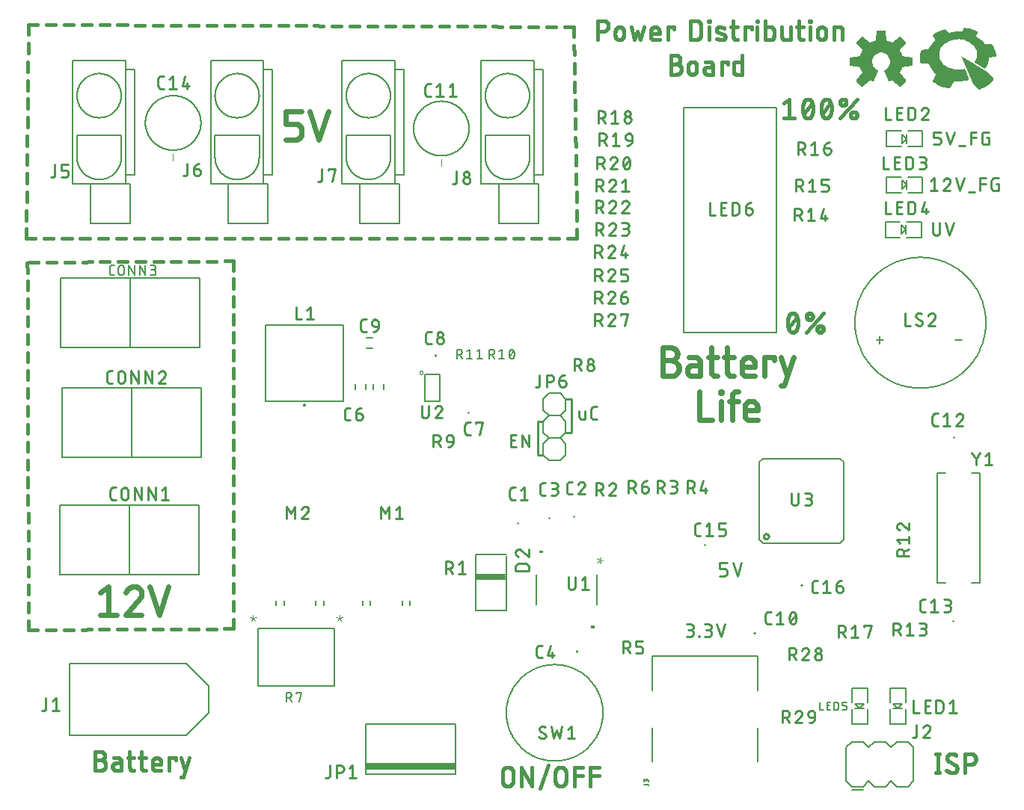
<source format=gbr>
G04 EAGLE Gerber RS-274X export*
G75*
%MOMM*%
%FSLAX34Y34*%
%LPD*%
%INSilkscreen Top*%
%IPPOS*%
%AMOC8*
5,1,8,0,0,1.08239X$1,22.5*%
G01*
%ADD10C,0.254000*%
%ADD11C,0.381000*%
%ADD12C,0.406400*%
%ADD13C,0.584200*%
%ADD14C,0.279400*%
%ADD15C,0.127000*%
%ADD16C,0.203200*%
%ADD17R,10.160000X0.635000*%
%ADD18C,0.152400*%
%ADD19C,0.076200*%
%ADD20C,0.000000*%
%ADD21C,0.101600*%

G36*
X1052436Y802651D02*
X1052436Y802651D01*
X1052437Y802651D01*
X1052566Y802672D01*
X1052711Y802705D01*
X1052856Y802745D01*
X1052857Y802745D01*
X1052941Y802772D01*
X1053024Y802798D01*
X1053025Y802798D01*
X1053110Y802825D01*
X1053193Y802851D01*
X1053195Y802853D01*
X1053196Y802853D01*
X1054386Y804849D01*
X1054981Y805846D01*
X1055575Y806843D01*
X1056783Y808862D01*
X1057523Y810078D01*
X1057906Y810675D01*
X1058045Y810831D01*
X1058130Y810826D01*
X1058302Y810812D01*
X1058531Y810792D01*
X1058795Y810767D01*
X1060171Y810671D01*
X1061737Y810619D01*
X1063348Y810616D01*
X1064854Y810662D01*
X1066743Y810807D01*
X1066744Y810807D01*
X1068676Y811044D01*
X1070605Y811367D01*
X1072482Y811770D01*
X1073244Y811964D01*
X1074100Y812196D01*
X1074806Y812399D01*
X1074807Y812399D01*
X1075120Y812505D01*
X1075121Y812508D01*
X1075123Y812510D01*
X1075125Y812531D01*
X1075124Y812532D01*
X1075125Y812532D01*
X1075116Y812574D01*
X1075116Y812575D01*
X1075098Y812632D01*
X1075072Y812698D01*
X1074847Y813237D01*
X1074286Y814582D01*
X1073473Y816529D01*
X1072494Y818875D01*
X1071517Y821212D01*
X1070711Y823132D01*
X1070160Y824436D01*
X1069946Y824926D01*
X1069943Y824927D01*
X1069942Y824929D01*
X1069899Y824938D01*
X1069898Y824937D01*
X1069898Y824938D01*
X1069808Y824929D01*
X1069807Y824929D01*
X1069677Y824903D01*
X1069511Y824859D01*
X1068764Y824668D01*
X1067914Y824480D01*
X1067034Y824312D01*
X1066198Y824177D01*
X1064627Y824015D01*
X1064618Y824015D01*
X1064496Y824010D01*
X1064374Y824005D01*
X1064373Y824005D01*
X1064252Y824000D01*
X1064251Y824000D01*
X1064130Y823995D01*
X1064129Y823995D01*
X1064007Y823990D01*
X1063885Y823985D01*
X1063763Y823980D01*
X1063762Y823980D01*
X1063641Y823975D01*
X1063640Y823975D01*
X1063519Y823970D01*
X1063518Y823970D01*
X1063396Y823965D01*
X1063274Y823960D01*
X1063152Y823955D01*
X1063151Y823955D01*
X1063030Y823950D01*
X1063029Y823950D01*
X1062930Y823946D01*
X1062654Y823950D01*
X1062652Y823950D01*
X1062314Y823955D01*
X1062312Y823955D01*
X1061974Y823960D01*
X1061972Y823960D01*
X1061634Y823965D01*
X1061632Y823965D01*
X1061294Y823970D01*
X1061292Y823970D01*
X1061219Y823971D01*
X1061167Y823975D01*
X1061101Y823980D01*
X1060969Y823990D01*
X1060902Y823995D01*
X1060836Y824000D01*
X1060770Y824005D01*
X1060704Y824010D01*
X1060637Y824015D01*
X1060505Y824025D01*
X1060439Y824030D01*
X1060373Y824035D01*
X1060372Y824035D01*
X1060306Y824039D01*
X1060240Y824044D01*
X1060174Y824049D01*
X1060108Y824054D01*
X1060041Y824059D01*
X1059909Y824069D01*
X1059843Y824074D01*
X1059776Y824079D01*
X1059710Y824084D01*
X1059644Y824089D01*
X1059607Y824092D01*
X1056444Y824645D01*
X1053431Y825572D01*
X1050615Y826855D01*
X1048046Y828477D01*
X1046890Y829398D01*
X1045806Y830407D01*
X1044822Y831475D01*
X1043963Y832578D01*
X1042441Y835190D01*
X1041486Y837916D01*
X1041105Y840729D01*
X1041108Y840769D01*
X1041110Y840803D01*
X1041113Y840843D01*
X1041118Y840918D01*
X1041121Y840957D01*
X1041123Y840992D01*
X1041126Y841032D01*
X1041129Y841067D01*
X1041131Y841106D01*
X1041131Y841107D01*
X1041134Y841146D01*
X1041137Y841181D01*
X1041139Y841221D01*
X1041142Y841256D01*
X1041145Y841295D01*
X1041147Y841335D01*
X1041150Y841370D01*
X1041153Y841410D01*
X1041155Y841444D01*
X1041158Y841484D01*
X1041161Y841524D01*
X1041163Y841559D01*
X1041166Y841598D01*
X1041168Y841633D01*
X1041171Y841673D01*
X1041174Y841713D01*
X1041176Y841747D01*
X1041179Y841787D01*
X1041182Y841822D01*
X1041184Y841862D01*
X1041187Y841901D01*
X1041187Y841902D01*
X1041190Y841936D01*
X1041192Y841976D01*
X1041195Y842011D01*
X1041198Y842051D01*
X1041200Y842090D01*
X1041203Y842125D01*
X1041206Y842165D01*
X1041208Y842200D01*
X1041211Y842239D01*
X1041214Y842279D01*
X1041216Y842314D01*
X1041219Y842354D01*
X1041221Y842388D01*
X1041224Y842428D01*
X1041229Y842503D01*
X1041232Y842542D01*
X1041234Y842577D01*
X1041237Y842617D01*
X1041240Y842652D01*
X1041242Y842691D01*
X1041242Y842692D01*
X1041245Y842731D01*
X1041248Y842766D01*
X1041250Y842806D01*
X1041253Y842841D01*
X1041256Y842880D01*
X1041258Y842920D01*
X1041261Y842955D01*
X1041264Y842995D01*
X1041266Y843029D01*
X1041269Y843069D01*
X1041272Y843109D01*
X1041274Y843144D01*
X1041277Y843183D01*
X1041279Y843218D01*
X1041282Y843258D01*
X1041285Y843298D01*
X1041287Y843332D01*
X1041287Y843333D01*
X1041290Y843372D01*
X1041292Y843407D01*
X1041293Y843407D01*
X1041292Y843407D01*
X1041295Y843447D01*
X1041298Y843487D01*
X1041300Y843521D01*
X1041301Y843521D01*
X1041300Y843521D01*
X1041303Y843561D01*
X1041306Y843596D01*
X1041306Y843599D01*
X1041514Y844593D01*
X1041799Y845577D01*
X1042163Y846560D01*
X1042607Y847548D01*
X1045015Y851151D01*
X1048355Y854152D01*
X1052479Y856448D01*
X1057239Y857935D01*
X1058176Y858111D01*
X1059138Y858253D01*
X1060152Y858364D01*
X1061248Y858448D01*
X1063177Y858479D01*
X1065211Y858344D01*
X1067269Y858052D01*
X1069269Y857612D01*
X1071957Y856732D01*
X1074490Y855557D01*
X1076807Y854121D01*
X1078845Y852456D01*
X1080829Y850274D01*
X1082347Y847902D01*
X1083389Y845358D01*
X1083946Y842665D01*
X1083987Y842067D01*
X1084004Y841308D01*
X1083997Y840540D01*
X1083996Y840526D01*
X1083994Y840487D01*
X1083993Y840462D01*
X1083991Y840422D01*
X1083989Y840382D01*
X1083987Y840357D01*
X1083985Y840318D01*
X1083983Y840278D01*
X1083982Y840253D01*
X1083980Y840213D01*
X1083976Y840149D01*
X1083974Y840109D01*
X1083973Y840084D01*
X1083971Y840044D01*
X1083969Y840005D01*
X1083968Y839980D01*
X1083967Y839980D01*
X1083968Y839980D01*
X1083965Y839940D01*
X1083964Y839915D01*
X1083960Y839890D01*
X1083959Y839885D01*
X1083959Y839880D01*
X1083958Y839880D01*
X1083959Y839880D01*
X1083958Y839876D01*
X1083958Y839875D01*
X1083957Y839871D01*
X1083957Y839870D01*
X1083956Y839866D01*
X1083955Y839861D01*
X1083950Y839826D01*
X1083949Y839821D01*
X1083948Y839816D01*
X1083947Y839811D01*
X1083946Y839806D01*
X1083946Y839801D01*
X1083945Y839796D01*
X1083939Y839761D01*
X1083938Y839756D01*
X1083937Y839751D01*
X1083937Y839746D01*
X1083936Y839741D01*
X1083935Y839736D01*
X1083929Y839702D01*
X1083929Y839697D01*
X1083928Y839692D01*
X1083927Y839687D01*
X1083926Y839682D01*
X1083925Y839677D01*
X1083924Y839672D01*
X1083919Y839637D01*
X1083918Y839632D01*
X1083917Y839627D01*
X1083916Y839622D01*
X1083916Y839617D01*
X1083915Y839612D01*
X1083914Y839607D01*
X1083908Y839572D01*
X1083907Y839567D01*
X1083907Y839562D01*
X1083906Y839558D01*
X1083906Y839557D01*
X1083905Y839553D01*
X1083905Y839552D01*
X1083904Y839548D01*
X1083899Y839513D01*
X1083898Y839508D01*
X1083897Y839503D01*
X1083896Y839498D01*
X1083895Y839493D01*
X1083895Y839488D01*
X1083894Y839488D01*
X1083895Y839488D01*
X1083894Y839483D01*
X1083888Y839448D01*
X1083887Y839443D01*
X1083886Y839438D01*
X1083886Y839433D01*
X1083885Y839428D01*
X1083884Y839423D01*
X1083883Y839418D01*
X1083878Y839384D01*
X1083877Y839384D01*
X1083877Y839379D01*
X1083876Y839374D01*
X1083875Y839369D01*
X1083874Y839364D01*
X1083873Y839359D01*
X1083868Y839324D01*
X1083867Y839319D01*
X1083866Y839314D01*
X1083865Y839309D01*
X1083865Y839304D01*
X1083864Y839299D01*
X1083863Y839294D01*
X1083857Y839259D01*
X1083856Y839254D01*
X1083856Y839249D01*
X1083855Y839244D01*
X1083854Y839240D01*
X1083854Y839239D01*
X1083853Y839235D01*
X1083853Y839234D01*
X1083852Y839230D01*
X1083847Y839195D01*
X1083846Y839190D01*
X1083845Y839185D01*
X1083844Y839180D01*
X1083843Y839175D01*
X1083843Y839170D01*
X1083836Y839130D01*
X1083835Y839125D01*
X1083835Y839120D01*
X1083834Y839115D01*
X1083833Y839110D01*
X1083832Y839105D01*
X1083826Y839071D01*
X1083826Y839066D01*
X1083825Y839061D01*
X1083824Y839056D01*
X1083823Y839051D01*
X1083822Y839046D01*
X1083822Y839041D01*
X1083816Y839006D01*
X1083815Y839001D01*
X1083814Y838996D01*
X1083814Y838991D01*
X1083813Y838991D01*
X1083814Y838991D01*
X1083813Y838986D01*
X1083812Y838981D01*
X1083805Y838941D01*
X1083805Y838936D01*
X1083804Y838931D01*
X1083803Y838926D01*
X1083802Y838922D01*
X1083802Y838921D01*
X1083801Y838917D01*
X1083801Y838916D01*
X1083796Y838882D01*
X1083795Y838877D01*
X1083794Y838872D01*
X1083793Y838867D01*
X1083792Y838862D01*
X1083792Y838857D01*
X1083791Y838852D01*
X1083785Y838817D01*
X1083784Y838812D01*
X1083784Y838807D01*
X1083783Y838802D01*
X1083782Y838797D01*
X1083781Y838792D01*
X1083780Y838787D01*
X1083775Y838753D01*
X1083774Y838748D01*
X1083773Y838743D01*
X1083772Y838738D01*
X1083771Y838733D01*
X1083771Y838728D01*
X1083765Y838693D01*
X1083764Y838688D01*
X1083763Y838683D01*
X1083762Y838678D01*
X1083762Y838673D01*
X1083761Y838668D01*
X1083760Y838663D01*
X1083754Y838628D01*
X1083754Y838623D01*
X1083753Y838618D01*
X1083752Y838613D01*
X1083751Y838608D01*
X1083750Y838604D01*
X1083750Y838603D01*
X1083750Y838599D01*
X1083749Y838599D01*
X1083750Y838598D01*
X1083744Y838564D01*
X1083743Y838559D01*
X1083742Y838554D01*
X1083741Y838549D01*
X1083741Y838544D01*
X1083740Y838539D01*
X1083734Y838504D01*
X1083733Y838499D01*
X1083733Y838494D01*
X1083732Y838494D01*
X1083733Y838494D01*
X1083732Y838489D01*
X1083731Y838484D01*
X1083730Y838479D01*
X1083729Y838474D01*
X1083724Y838440D01*
X1083724Y838439D01*
X1083723Y838435D01*
X1083722Y838430D01*
X1083721Y838425D01*
X1083720Y838420D01*
X1083720Y838415D01*
X1083719Y838410D01*
X1083713Y838375D01*
X1083712Y838370D01*
X1083711Y838365D01*
X1083711Y838360D01*
X1083710Y838355D01*
X1083709Y838350D01*
X1083703Y838315D01*
X1083703Y838310D01*
X1083702Y838305D01*
X1083701Y838300D01*
X1083700Y838295D01*
X1083699Y838290D01*
X1083698Y838286D01*
X1083698Y838285D01*
X1083693Y838251D01*
X1083692Y838246D01*
X1083691Y838241D01*
X1083690Y838236D01*
X1083690Y838231D01*
X1083689Y838226D01*
X1083688Y838221D01*
X1083682Y838186D01*
X1083681Y838181D01*
X1083681Y838176D01*
X1083680Y838171D01*
X1083679Y838166D01*
X1083678Y838161D01*
X1083673Y838127D01*
X1083673Y838126D01*
X1083672Y838122D01*
X1083672Y838121D01*
X1083671Y838117D01*
X1083670Y838112D01*
X1083669Y838107D01*
X1083669Y838102D01*
X1083668Y838102D01*
X1083669Y838102D01*
X1083668Y838097D01*
X1083662Y838062D01*
X1083661Y838057D01*
X1083660Y838052D01*
X1083660Y838047D01*
X1083659Y838042D01*
X1083658Y838038D01*
X1083094Y836192D01*
X1082282Y834400D01*
X1081231Y832689D01*
X1081063Y832444D01*
X1080967Y832287D01*
X1080967Y832286D01*
X1080966Y832286D01*
X1080930Y832195D01*
X1080931Y832194D01*
X1080930Y832194D01*
X1080931Y832193D01*
X1080930Y832192D01*
X1080944Y832146D01*
X1080946Y832144D01*
X1080946Y832143D01*
X1081443Y831850D01*
X1081444Y831850D01*
X1082757Y831093D01*
X1084687Y829985D01*
X1087033Y828642D01*
X1088542Y827779D01*
X1090049Y826917D01*
X1093065Y825193D01*
X1093066Y825193D01*
X1093067Y825192D01*
X1093069Y825194D01*
X1093070Y825194D01*
X1093071Y825194D01*
X1093091Y825218D01*
X1093111Y825243D01*
X1093131Y825267D01*
X1093151Y825292D01*
X1093385Y825640D01*
X1093761Y826249D01*
X1094170Y826938D01*
X1094170Y826939D01*
X1094503Y827529D01*
X1094966Y828445D01*
X1094967Y828445D01*
X1095428Y829446D01*
X1095835Y830414D01*
X1096135Y831229D01*
X1096135Y831230D01*
X1096412Y832117D01*
X1096649Y832958D01*
X1096846Y833756D01*
X1097007Y834516D01*
X1097007Y834518D01*
X1097010Y834533D01*
X1097012Y834548D01*
X1097015Y834563D01*
X1097017Y834578D01*
X1097018Y834582D01*
X1097018Y834583D01*
X1097020Y834592D01*
X1097021Y834597D01*
X1097022Y834607D01*
X1097023Y834612D01*
X1097025Y834622D01*
X1097026Y834627D01*
X1097027Y834637D01*
X1097028Y834642D01*
X1097030Y834652D01*
X1097031Y834657D01*
X1097033Y834672D01*
X1097036Y834687D01*
X1097038Y834702D01*
X1097041Y834717D01*
X1097043Y834732D01*
X1097046Y834746D01*
X1097046Y834747D01*
X1097048Y834761D01*
X1097049Y834766D01*
X1097051Y834776D01*
X1097051Y834781D01*
X1097053Y834791D01*
X1097054Y834796D01*
X1097056Y834806D01*
X1097056Y834811D01*
X1097058Y834821D01*
X1097059Y834826D01*
X1097061Y834836D01*
X1097061Y834841D01*
X1097064Y834856D01*
X1097066Y834871D01*
X1097069Y834886D01*
X1097071Y834900D01*
X1097071Y834901D01*
X1097074Y834915D01*
X1097076Y834930D01*
X1097077Y834935D01*
X1097079Y834945D01*
X1097080Y834950D01*
X1097081Y834960D01*
X1097082Y834965D01*
X1097084Y834975D01*
X1097085Y834980D01*
X1097086Y834990D01*
X1097087Y834995D01*
X1097089Y835005D01*
X1097090Y835010D01*
X1097092Y835025D01*
X1097095Y835040D01*
X1097097Y835055D01*
X1097100Y835069D01*
X1097102Y835084D01*
X1097105Y835099D01*
X1097107Y835114D01*
X1097108Y835118D01*
X1097211Y835830D01*
X1097213Y835850D01*
X1097214Y835854D01*
X1097214Y835855D01*
X1097216Y835869D01*
X1097216Y835874D01*
X1097217Y835879D01*
X1097219Y835894D01*
X1097220Y835899D01*
X1097222Y835919D01*
X1097223Y835924D01*
X1097225Y835944D01*
X1097226Y835949D01*
X1097228Y835964D01*
X1097228Y835969D01*
X1097229Y835974D01*
X1097231Y835989D01*
X1097231Y835994D01*
X1097234Y836013D01*
X1097234Y836014D01*
X1097234Y836018D01*
X1097234Y836019D01*
X1097237Y836038D01*
X1097237Y836043D01*
X1097239Y836058D01*
X1097240Y836063D01*
X1097241Y836068D01*
X1097242Y836083D01*
X1097243Y836088D01*
X1097245Y836108D01*
X1097246Y836108D01*
X1097245Y836108D01*
X1097246Y836113D01*
X1097249Y836133D01*
X1097249Y836138D01*
X1097251Y836153D01*
X1097252Y836158D01*
X1097252Y836163D01*
X1097254Y836177D01*
X1097254Y836178D01*
X1097255Y836182D01*
X1097257Y836202D01*
X1097258Y836207D01*
X1097260Y836227D01*
X1097261Y836232D01*
X1097263Y836247D01*
X1097263Y836252D01*
X1097264Y836257D01*
X1097266Y836272D01*
X1097267Y836277D01*
X1097269Y836297D01*
X1097270Y836302D01*
X1097272Y836322D01*
X1097273Y836327D01*
X1097275Y836341D01*
X1097275Y836346D01*
X1097276Y836351D01*
X1097278Y836366D01*
X1097278Y836371D01*
X1097279Y836376D01*
X1097281Y836391D01*
X1097281Y836396D01*
X1097284Y836416D01*
X1097284Y836421D01*
X1097286Y836436D01*
X1097287Y836441D01*
X1097288Y836446D01*
X1097289Y836461D01*
X1097290Y836466D01*
X1097291Y836471D01*
X1097292Y836486D01*
X1097293Y836486D01*
X1097292Y836486D01*
X1097293Y836490D01*
X1097293Y836491D01*
X1097296Y836510D01*
X1097296Y836515D01*
X1097298Y836529D01*
X1097298Y836530D01*
X1097352Y837090D01*
X1097354Y837112D01*
X1097357Y837146D01*
X1097360Y837181D01*
X1097371Y837315D01*
X1097372Y837320D01*
X1097373Y837330D01*
X1097374Y837330D01*
X1097373Y837330D01*
X1097375Y837340D01*
X1097377Y837350D01*
X1097378Y837360D01*
X1097379Y837365D01*
X1097380Y837370D01*
X1097381Y837375D01*
X1097381Y837380D01*
X1097382Y837385D01*
X1097383Y837390D01*
X1097384Y837395D01*
X1097385Y837400D01*
X1097385Y837405D01*
X1097386Y837410D01*
X1097387Y837415D01*
X1097388Y837420D01*
X1097389Y837425D01*
X1097389Y837430D01*
X1097390Y837435D01*
X1097391Y837440D01*
X1097392Y837444D01*
X1097423Y837509D01*
X1097470Y837538D01*
X1097792Y837599D01*
X1098605Y837739D01*
X1099784Y837939D01*
X1101208Y838176D01*
X1102644Y838415D01*
X1103856Y838617D01*
X1104718Y838762D01*
X1105101Y838828D01*
X1105240Y838859D01*
X1105241Y838860D01*
X1105241Y838859D01*
X1105331Y838900D01*
X1105332Y838902D01*
X1105333Y838902D01*
X1105403Y838973D01*
X1105483Y839095D01*
X1105517Y839150D01*
X1105550Y839205D01*
X1105584Y839259D01*
X1105618Y839314D01*
X1105618Y839316D01*
X1105619Y839317D01*
X1105612Y839508D01*
X1105604Y839700D01*
X1105598Y839892D01*
X1105591Y840083D01*
X1105404Y842234D01*
X1105404Y842235D01*
X1105005Y844337D01*
X1104394Y846397D01*
X1104393Y846398D01*
X1104394Y846398D01*
X1103568Y848425D01*
X1103567Y848425D01*
X1103073Y849428D01*
X1102529Y850423D01*
X1102529Y850424D01*
X1101948Y851386D01*
X1101345Y852291D01*
X1101077Y852667D01*
X1100901Y852890D01*
X1100900Y852890D01*
X1100900Y852891D01*
X1100754Y853029D01*
X1100580Y853149D01*
X1100468Y853221D01*
X1100413Y853257D01*
X1100357Y853293D01*
X1100355Y853293D01*
X1100354Y853294D01*
X1100209Y853291D01*
X1100208Y853291D01*
X1100208Y853290D01*
X1100002Y853286D01*
X1100000Y853286D01*
X1099794Y853281D01*
X1099793Y853281D01*
X1099587Y853276D01*
X1099586Y853276D01*
X1099519Y853274D01*
X1099386Y853271D01*
X1099385Y853271D01*
X1099188Y853266D01*
X1099187Y853266D01*
X1098991Y853261D01*
X1098990Y853261D01*
X1098793Y853256D01*
X1098792Y853256D01*
X1098596Y853251D01*
X1098595Y853251D01*
X1098398Y853246D01*
X1098397Y853246D01*
X1098201Y853241D01*
X1098199Y853241D01*
X1098003Y853236D01*
X1098002Y853236D01*
X1097849Y853232D01*
X1097805Y853231D01*
X1097804Y853231D01*
X1097608Y853226D01*
X1097607Y853226D01*
X1097411Y853221D01*
X1097410Y853221D01*
X1097213Y853216D01*
X1097212Y853216D01*
X1097016Y853211D01*
X1097015Y853211D01*
X1096821Y853206D01*
X1096820Y853206D01*
X1096625Y853201D01*
X1096624Y853201D01*
X1096430Y853196D01*
X1096429Y853196D01*
X1096235Y853191D01*
X1096233Y853191D01*
X1096039Y853186D01*
X1096038Y853186D01*
X1095844Y853181D01*
X1095843Y853181D01*
X1095678Y853177D01*
X1095650Y853176D01*
X1095649Y853176D01*
X1095468Y853171D01*
X1095467Y853171D01*
X1095286Y853166D01*
X1095285Y853166D01*
X1095104Y853161D01*
X1095103Y853161D01*
X1094922Y853156D01*
X1094921Y853156D01*
X1094741Y853151D01*
X1094739Y853151D01*
X1094559Y853146D01*
X1094558Y853146D01*
X1094557Y853146D01*
X1094506Y853145D01*
X1094386Y853141D01*
X1094218Y853136D01*
X1094051Y853132D01*
X1094050Y853132D01*
X1094050Y853131D01*
X1093883Y853127D01*
X1093882Y853127D01*
X1093715Y853122D01*
X1093714Y853122D01*
X1093627Y853119D01*
X1093558Y853117D01*
X1093557Y853117D01*
X1093414Y853112D01*
X1093271Y853107D01*
X1093270Y853107D01*
X1093164Y853103D01*
X1093140Y853102D01*
X1093049Y853097D01*
X1093036Y853096D01*
X1092946Y853092D01*
X1092945Y853092D01*
X1092908Y853090D01*
X1092849Y853087D01*
X1092780Y853083D01*
X1092755Y853082D01*
X1092654Y853077D01*
X1092518Y853252D01*
X1092381Y853430D01*
X1092243Y853607D01*
X1092105Y853785D01*
X1090237Y855961D01*
X1090236Y855961D01*
X1090236Y855962D01*
X1088130Y857991D01*
X1085826Y859838D01*
X1083365Y861465D01*
X1083171Y861585D01*
X1083011Y861692D01*
X1082903Y861773D01*
X1082865Y861814D01*
X1082875Y861859D01*
X1082903Y861950D01*
X1082945Y862074D01*
X1082996Y862215D01*
X1083071Y862423D01*
X1083182Y862728D01*
X1083312Y863089D01*
X1083447Y863465D01*
X1083605Y863906D01*
X1083799Y864445D01*
X1084004Y865014D01*
X1084196Y865545D01*
X1084303Y865840D01*
X1084410Y866137D01*
X1084624Y866729D01*
X1084623Y866730D01*
X1084624Y866730D01*
X1084623Y866732D01*
X1084623Y866734D01*
X1084585Y866781D01*
X1084546Y866827D01*
X1084508Y866875D01*
X1084469Y866922D01*
X1084364Y867030D01*
X1084363Y867031D01*
X1084213Y867142D01*
X1083989Y867276D01*
X1083988Y867276D01*
X1083662Y867451D01*
X1082432Y868051D01*
X1082432Y868052D01*
X1081047Y868663D01*
X1079698Y869204D01*
X1078574Y869596D01*
X1078573Y869596D01*
X1078435Y869639D01*
X1078248Y869697D01*
X1078038Y869762D01*
X1077827Y869828D01*
X1077826Y869828D01*
X1076128Y870311D01*
X1074331Y870724D01*
X1072448Y871063D01*
X1070495Y871325D01*
X1070152Y871361D01*
X1070151Y871361D01*
X1070137Y871362D01*
X1070054Y871367D01*
X1069971Y871372D01*
X1069917Y871375D01*
X1069808Y871372D01*
X1069747Y871370D01*
X1069746Y871370D01*
X1069597Y871345D01*
X1069498Y871320D01*
X1069497Y871320D01*
X1069404Y871289D01*
X1069404Y871288D01*
X1069404Y871289D01*
X1069330Y871258D01*
X1069330Y871257D01*
X1069329Y871257D01*
X1069282Y871229D01*
X1069282Y871228D01*
X1069281Y871228D01*
X1069129Y871035D01*
X1068769Y870556D01*
X1068254Y869864D01*
X1067638Y869030D01*
X1067245Y868497D01*
X1066459Y867429D01*
X1066068Y866898D01*
X1066036Y866900D01*
X1066035Y866900D01*
X1065980Y866903D01*
X1065956Y866905D01*
X1065891Y866910D01*
X1065826Y866915D01*
X1065798Y866917D01*
X1065756Y866920D01*
X1065708Y866923D01*
X1065672Y866925D01*
X1065571Y866930D01*
X1065470Y866935D01*
X1065469Y866935D01*
X1065368Y866940D01*
X1065267Y866945D01*
X1065166Y866950D01*
X1065165Y866950D01*
X1065064Y866955D01*
X1064963Y866960D01*
X1064862Y866964D01*
X1064862Y866965D01*
X1064861Y866965D01*
X1064761Y866969D01*
X1064760Y866969D01*
X1064659Y866974D01*
X1064558Y866979D01*
X1064457Y866984D01*
X1064456Y866984D01*
X1064355Y866989D01*
X1064254Y866994D01*
X1064153Y866999D01*
X1064152Y866999D01*
X1064138Y867000D01*
X1063874Y867004D01*
X1063872Y867004D01*
X1063565Y867009D01*
X1063564Y867009D01*
X1063257Y867014D01*
X1063255Y867014D01*
X1062948Y867019D01*
X1062946Y867019D01*
X1062640Y867024D01*
X1062638Y867024D01*
X1062461Y867027D01*
X1062260Y867024D01*
X1062258Y867024D01*
X1061910Y867019D01*
X1061908Y867019D01*
X1061907Y867019D01*
X1061559Y867014D01*
X1061557Y867014D01*
X1061208Y867009D01*
X1061206Y867009D01*
X1060858Y867004D01*
X1060856Y867004D01*
X1060838Y867004D01*
X1060749Y866999D01*
X1060655Y866994D01*
X1060654Y866994D01*
X1060560Y866989D01*
X1060466Y866984D01*
X1060372Y866979D01*
X1060278Y866974D01*
X1060277Y866974D01*
X1060184Y866969D01*
X1060183Y866969D01*
X1060089Y866965D01*
X1060089Y866964D01*
X1059995Y866960D01*
X1059901Y866955D01*
X1059807Y866950D01*
X1059806Y866950D01*
X1059713Y866945D01*
X1059712Y866945D01*
X1059618Y866940D01*
X1059524Y866935D01*
X1059435Y866930D01*
X1057804Y866773D01*
X1057803Y866773D01*
X1056211Y866564D01*
X1054677Y866308D01*
X1053222Y866006D01*
X1052919Y865936D01*
X1052658Y865876D01*
X1052466Y865832D01*
X1052375Y865811D01*
X1052202Y865909D01*
X1051614Y866381D01*
X1050342Y867456D01*
X1048113Y869358D01*
X1047969Y869475D01*
X1047859Y869542D01*
X1047858Y869542D01*
X1047857Y869543D01*
X1047741Y869578D01*
X1047580Y869597D01*
X1047579Y869597D01*
X1047552Y869598D01*
X1047411Y869603D01*
X1047410Y869603D01*
X1047408Y869603D01*
X1047227Y869585D01*
X1047226Y869585D01*
X1046980Y869532D01*
X1046613Y869435D01*
X1044861Y868919D01*
X1044860Y868919D01*
X1043233Y868351D01*
X1041641Y867699D01*
X1041641Y867698D01*
X1041641Y867699D01*
X1039998Y866929D01*
X1039998Y866928D01*
X1038489Y866142D01*
X1038488Y866142D01*
X1037108Y865332D01*
X1035798Y864463D01*
X1034500Y863498D01*
X1034182Y863244D01*
X1033972Y863062D01*
X1033972Y863061D01*
X1033971Y863061D01*
X1033841Y862922D01*
X1033764Y862802D01*
X1033764Y862801D01*
X1033738Y862750D01*
X1033713Y862700D01*
X1033687Y862650D01*
X1033662Y862600D01*
X1033662Y862598D01*
X1033662Y862597D01*
X1033662Y862595D01*
X1034059Y862028D01*
X1034456Y861463D01*
X1035250Y860331D01*
X1035871Y859446D01*
X1036385Y858712D01*
X1036740Y858204D01*
X1036881Y858002D01*
X1036887Y857959D01*
X1036847Y857893D01*
X1036750Y857791D01*
X1036584Y857639D01*
X1035993Y857080D01*
X1035992Y857080D01*
X1035237Y856318D01*
X1035237Y856317D01*
X1034486Y855528D01*
X1033907Y854881D01*
X1032590Y853217D01*
X1031441Y851529D01*
X1031441Y851528D01*
X1030453Y849806D01*
X1029622Y848045D01*
X1029621Y848045D01*
X1029545Y847868D01*
X1029479Y847719D01*
X1029428Y847613D01*
X1029402Y847568D01*
X1029076Y847509D01*
X1028204Y847369D01*
X1026922Y847171D01*
X1025363Y846935D01*
X1024361Y846784D01*
X1023358Y846634D01*
X1022356Y846483D01*
X1021354Y846333D01*
X1021353Y846332D01*
X1021352Y846332D01*
X1021294Y846281D01*
X1021235Y846231D01*
X1021119Y846129D01*
X1020983Y846002D01*
X1020983Y846001D01*
X1020982Y846001D01*
X1020882Y845864D01*
X1020882Y845863D01*
X1020780Y845648D01*
X1020779Y845648D01*
X1020636Y845289D01*
X1019982Y843390D01*
X1019982Y843389D01*
X1019509Y841509D01*
X1019211Y839615D01*
X1019211Y839614D01*
X1019211Y839607D01*
X1019203Y839493D01*
X1019202Y839478D01*
X1019194Y839364D01*
X1019193Y839349D01*
X1019192Y839334D01*
X1019185Y839220D01*
X1019184Y839205D01*
X1019183Y839190D01*
X1019176Y839090D01*
X1019175Y839076D01*
X1019175Y839075D01*
X1019174Y839061D01*
X1019166Y838946D01*
X1019165Y838931D01*
X1019164Y838917D01*
X1019164Y838916D01*
X1019157Y838802D01*
X1019156Y838787D01*
X1019148Y838673D01*
X1019147Y838658D01*
X1019146Y838643D01*
X1019138Y838529D01*
X1019137Y838514D01*
X1019130Y838400D01*
X1019129Y838385D01*
X1019128Y838370D01*
X1019120Y838256D01*
X1019119Y838241D01*
X1019118Y838226D01*
X1019111Y838126D01*
X1019110Y838112D01*
X1019109Y838097D01*
X1019102Y837982D01*
X1019101Y837968D01*
X1019101Y837967D01*
X1019100Y837953D01*
X1019092Y837838D01*
X1019091Y837823D01*
X1019083Y837709D01*
X1019082Y837694D01*
X1019081Y837679D01*
X1019081Y837674D01*
X1019093Y836304D01*
X1019194Y834944D01*
X1019194Y834943D01*
X1019387Y833588D01*
X1019671Y832233D01*
X1019820Y831639D01*
X1019926Y831300D01*
X1019927Y831299D01*
X1020033Y831112D01*
X1020034Y831111D01*
X1020034Y831110D01*
X1020181Y830969D01*
X1020234Y830925D01*
X1020286Y830881D01*
X1020392Y830793D01*
X1020394Y830793D01*
X1020395Y830792D01*
X1020776Y830803D01*
X1021157Y830815D01*
X1021539Y830827D01*
X1021920Y830838D01*
X1022703Y830861D01*
X1023706Y830890D01*
X1024800Y830920D01*
X1025856Y830948D01*
X1026823Y830974D01*
X1027673Y831000D01*
X1028314Y831021D01*
X1028655Y831035D01*
X1028753Y831041D01*
X1028850Y831048D01*
X1029041Y831060D01*
X1029083Y830943D01*
X1030056Y828648D01*
X1030057Y828648D01*
X1031244Y826447D01*
X1031244Y826446D01*
X1032639Y824352D01*
X1034234Y822375D01*
X1034948Y821609D01*
X1034948Y821608D01*
X1035810Y820747D01*
X1035811Y820747D01*
X1036716Y819894D01*
X1037552Y819156D01*
X1037411Y818833D01*
X1037000Y817965D01*
X1036382Y816688D01*
X1035621Y815133D01*
X1035130Y814133D01*
X1034638Y813133D01*
X1034147Y812134D01*
X1033655Y811134D01*
X1033655Y811132D01*
X1033655Y811131D01*
X1033654Y811130D01*
X1033677Y811069D01*
X1033699Y811008D01*
X1033745Y810886D01*
X1033785Y810784D01*
X1033827Y810686D01*
X1033828Y810686D01*
X1033867Y810603D01*
X1033898Y810547D01*
X1033899Y810546D01*
X1033899Y810545D01*
X1034180Y810282D01*
X1034770Y809804D01*
X1035505Y809238D01*
X1036221Y808714D01*
X1039564Y806650D01*
X1039565Y806650D01*
X1039565Y806649D01*
X1043184Y804971D01*
X1043184Y804972D01*
X1043184Y804971D01*
X1047056Y803688D01*
X1047057Y803688D01*
X1051157Y802810D01*
X1051560Y802748D01*
X1051918Y802695D01*
X1052190Y802659D01*
X1052191Y802659D01*
X1052340Y802644D01*
X1052436Y802651D01*
G37*
G36*
X996993Y804806D02*
X996993Y804806D01*
X997101Y804816D01*
X997114Y804822D01*
X997128Y804824D01*
X997225Y804872D01*
X997324Y804917D01*
X997337Y804928D01*
X997346Y804932D01*
X997361Y804948D01*
X997438Y805010D01*
X1003470Y811042D01*
X1003520Y811113D01*
X1003525Y811118D01*
X1003527Y811121D01*
X1003533Y811130D01*
X1003599Y811216D01*
X1003604Y811229D01*
X1003612Y811241D01*
X1003643Y811344D01*
X1003679Y811447D01*
X1003679Y811461D01*
X1003683Y811474D01*
X1003679Y811582D01*
X1003680Y811691D01*
X1003675Y811704D01*
X1003675Y811718D01*
X1003637Y811820D01*
X1003602Y811922D01*
X1003593Y811937D01*
X1003589Y811946D01*
X1003575Y811963D01*
X1003521Y812045D01*
X996667Y820451D01*
X997705Y822337D01*
X997713Y822359D01*
X997741Y822411D01*
X998758Y824867D01*
X998764Y824890D01*
X998786Y824945D01*
X999385Y827013D01*
X1010175Y828110D01*
X1010279Y828138D01*
X1010385Y828163D01*
X1010397Y828170D01*
X1010410Y828173D01*
X1010500Y828234D01*
X1010593Y828291D01*
X1010601Y828302D01*
X1010613Y828310D01*
X1010679Y828396D01*
X1010748Y828480D01*
X1010752Y828493D01*
X1010761Y828504D01*
X1010795Y828607D01*
X1010834Y828708D01*
X1010835Y828726D01*
X1010839Y828735D01*
X1010839Y828757D01*
X1010848Y828855D01*
X1010848Y837385D01*
X1010831Y837492D01*
X1010817Y837600D01*
X1010811Y837612D01*
X1010809Y837626D01*
X1010757Y837722D01*
X1010710Y837819D01*
X1010700Y837829D01*
X1010694Y837841D01*
X1010614Y837915D01*
X1010538Y837992D01*
X1010526Y837998D01*
X1010516Y838008D01*
X1010417Y838053D01*
X1010320Y838101D01*
X1010302Y838105D01*
X1010293Y838109D01*
X1010272Y838111D01*
X1010175Y838130D01*
X999385Y839227D01*
X998786Y841295D01*
X998775Y841316D01*
X998758Y841373D01*
X997965Y843289D01*
X997741Y843829D01*
X997728Y843849D01*
X997705Y843903D01*
X996667Y845789D01*
X1003521Y854195D01*
X1003575Y854289D01*
X1003632Y854381D01*
X1003635Y854394D01*
X1003642Y854406D01*
X1003663Y854513D01*
X1003688Y854618D01*
X1003686Y854632D01*
X1003689Y854646D01*
X1003674Y854753D01*
X1003664Y854861D01*
X1003658Y854874D01*
X1003656Y854888D01*
X1003608Y854985D01*
X1003563Y855084D01*
X1003552Y855097D01*
X1003548Y855106D01*
X1003532Y855121D01*
X1003470Y855198D01*
X997438Y861230D01*
X997350Y861293D01*
X997264Y861359D01*
X997251Y861364D01*
X997239Y861372D01*
X997136Y861403D01*
X997033Y861439D01*
X997019Y861439D01*
X997006Y861443D01*
X996898Y861439D01*
X996789Y861440D01*
X996776Y861435D01*
X996762Y861435D01*
X996660Y861397D01*
X996558Y861362D01*
X996543Y861353D01*
X996534Y861349D01*
X996517Y861335D01*
X996435Y861281D01*
X988029Y854427D01*
X986143Y855465D01*
X986121Y855473D01*
X986069Y855501D01*
X983613Y856518D01*
X983590Y856524D01*
X983535Y856546D01*
X981467Y857145D01*
X980370Y867935D01*
X980342Y868039D01*
X980317Y868145D01*
X980310Y868157D01*
X980307Y868170D01*
X980246Y868260D01*
X980189Y868353D01*
X980178Y868361D01*
X980170Y868373D01*
X980084Y868439D01*
X980000Y868508D01*
X979987Y868512D01*
X979976Y868521D01*
X979873Y868555D01*
X979772Y868594D01*
X979754Y868595D01*
X979745Y868599D01*
X979723Y868599D01*
X979625Y868608D01*
X971095Y868608D01*
X970988Y868591D01*
X970880Y868577D01*
X970868Y868571D01*
X970854Y868569D01*
X970758Y868517D01*
X970661Y868470D01*
X970651Y868460D01*
X970639Y868454D01*
X970565Y868374D01*
X970488Y868298D01*
X970482Y868286D01*
X970472Y868276D01*
X970427Y868177D01*
X970379Y868080D01*
X970375Y868062D01*
X970371Y868053D01*
X970369Y868032D01*
X970350Y867935D01*
X969253Y857145D01*
X967185Y856546D01*
X967164Y856535D01*
X967107Y856518D01*
X964651Y855501D01*
X964631Y855488D01*
X964577Y855465D01*
X962691Y854427D01*
X954285Y861281D01*
X954191Y861335D01*
X954099Y861392D01*
X954086Y861395D01*
X954074Y861402D01*
X953967Y861423D01*
X953862Y861448D01*
X953848Y861446D01*
X953834Y861449D01*
X953727Y861434D01*
X953619Y861424D01*
X953606Y861418D01*
X953593Y861416D01*
X953495Y861368D01*
X953396Y861323D01*
X953383Y861312D01*
X953374Y861308D01*
X953359Y861292D01*
X953282Y861230D01*
X947250Y855198D01*
X947187Y855110D01*
X947121Y855024D01*
X947116Y855011D01*
X947108Y854999D01*
X947077Y854896D01*
X947041Y854793D01*
X947041Y854779D01*
X947037Y854766D01*
X947041Y854658D01*
X947040Y854549D01*
X947045Y854536D01*
X947045Y854522D01*
X947083Y854420D01*
X947118Y854318D01*
X947127Y854303D01*
X947131Y854294D01*
X947145Y854277D01*
X947199Y854195D01*
X954053Y845789D01*
X953015Y843903D01*
X953007Y843881D01*
X952979Y843829D01*
X951962Y841373D01*
X951956Y841350D01*
X951934Y841295D01*
X951335Y839227D01*
X940545Y838130D01*
X940441Y838102D01*
X940335Y838077D01*
X940323Y838070D01*
X940310Y838067D01*
X940220Y838006D01*
X940127Y837949D01*
X940119Y837938D01*
X940107Y837930D01*
X940041Y837844D01*
X939973Y837760D01*
X939968Y837747D01*
X939959Y837736D01*
X939925Y837633D01*
X939886Y837532D01*
X939885Y837514D01*
X939881Y837505D01*
X939882Y837483D01*
X939872Y837385D01*
X939872Y828855D01*
X939889Y828748D01*
X939903Y828640D01*
X939909Y828628D01*
X939911Y828614D01*
X939963Y828518D01*
X940010Y828421D01*
X940020Y828411D01*
X940026Y828399D01*
X940106Y828325D01*
X940182Y828248D01*
X940194Y828242D01*
X940205Y828232D01*
X940303Y828187D01*
X940400Y828139D01*
X940418Y828135D01*
X940427Y828131D01*
X940448Y828129D01*
X940545Y828110D01*
X951335Y827013D01*
X951934Y824945D01*
X951945Y824924D01*
X951962Y824867D01*
X952017Y824734D01*
X952948Y822487D01*
X952948Y822486D01*
X952979Y822411D01*
X952992Y822391D01*
X953015Y822337D01*
X954053Y820451D01*
X947199Y812045D01*
X947145Y811951D01*
X947088Y811859D01*
X947085Y811846D01*
X947078Y811834D01*
X947057Y811727D01*
X947032Y811622D01*
X947034Y811608D01*
X947031Y811594D01*
X947046Y811487D01*
X947056Y811379D01*
X947062Y811366D01*
X947064Y811353D01*
X947112Y811255D01*
X947157Y811156D01*
X947168Y811143D01*
X947172Y811134D01*
X947188Y811119D01*
X947250Y811042D01*
X953282Y805010D01*
X953370Y804947D01*
X953456Y804881D01*
X953469Y804876D01*
X953481Y804868D01*
X953584Y804837D01*
X953687Y804801D01*
X953701Y804801D01*
X953714Y804797D01*
X953822Y804801D01*
X953931Y804800D01*
X953944Y804805D01*
X953958Y804805D01*
X954060Y804843D01*
X954162Y804878D01*
X954177Y804887D01*
X954186Y804891D01*
X954203Y804905D01*
X954285Y804959D01*
X962685Y811808D01*
X963972Y811076D01*
X963991Y811069D01*
X964027Y811048D01*
X965836Y810209D01*
X965874Y810199D01*
X965910Y810180D01*
X965991Y810166D01*
X966071Y810144D01*
X966111Y810146D01*
X966150Y810140D01*
X966232Y810153D01*
X966315Y810158D01*
X966352Y810173D01*
X966391Y810179D01*
X966464Y810218D01*
X966541Y810249D01*
X966571Y810275D01*
X966607Y810294D01*
X966663Y810354D01*
X966726Y810408D01*
X966746Y810443D01*
X966774Y810472D01*
X966843Y810602D01*
X971866Y822728D01*
X971892Y822840D01*
X971921Y822952D01*
X971920Y822959D01*
X971922Y822966D01*
X971910Y823080D01*
X971901Y823195D01*
X971899Y823201D01*
X971898Y823209D01*
X971850Y823313D01*
X971805Y823419D01*
X971800Y823424D01*
X971797Y823431D01*
X971719Y823515D01*
X971642Y823600D01*
X971634Y823605D01*
X971630Y823609D01*
X971617Y823616D01*
X971518Y823681D01*
X969940Y824496D01*
X968572Y825525D01*
X967396Y826769D01*
X966445Y828193D01*
X965745Y829756D01*
X965318Y831414D01*
X965174Y833116D01*
X965354Y835022D01*
X965885Y836857D01*
X966749Y838560D01*
X967916Y840072D01*
X969345Y841339D01*
X970985Y842318D01*
X972780Y842973D01*
X974665Y843281D01*
X976574Y843233D01*
X978441Y842828D01*
X980199Y842082D01*
X981787Y841021D01*
X983150Y839682D01*
X984238Y838112D01*
X985014Y836367D01*
X985450Y834507D01*
X985532Y832599D01*
X985256Y830709D01*
X984631Y828904D01*
X983681Y827247D01*
X982438Y825796D01*
X980946Y824604D01*
X979196Y823677D01*
X979107Y823610D01*
X979017Y823545D01*
X979010Y823536D01*
X979001Y823530D01*
X978939Y823437D01*
X978874Y823347D01*
X978871Y823336D01*
X978865Y823327D01*
X978836Y823220D01*
X978803Y823114D01*
X978804Y823103D01*
X978801Y823092D01*
X978807Y822980D01*
X978811Y822870D01*
X978815Y822856D01*
X978816Y822848D01*
X978823Y822830D01*
X978854Y822728D01*
X979264Y821737D01*
X980195Y819490D01*
X980195Y819489D01*
X981126Y817242D01*
X981127Y817242D01*
X982058Y814994D01*
X982989Y812746D01*
X983877Y810602D01*
X983898Y810568D01*
X983911Y810531D01*
X983962Y810465D01*
X984006Y810395D01*
X984037Y810370D01*
X984061Y810338D01*
X984130Y810293D01*
X984194Y810240D01*
X984232Y810226D01*
X984265Y810204D01*
X984345Y810183D01*
X984423Y810154D01*
X984463Y810153D01*
X984501Y810143D01*
X984584Y810149D01*
X984666Y810146D01*
X984705Y810158D01*
X984745Y810161D01*
X984884Y810209D01*
X986693Y811048D01*
X986709Y811059D01*
X986748Y811076D01*
X988035Y811808D01*
X996435Y804959D01*
X996529Y804905D01*
X996621Y804848D01*
X996634Y804845D01*
X996646Y804838D01*
X996753Y804817D01*
X996858Y804792D01*
X996872Y804794D01*
X996886Y804791D01*
X996993Y804806D01*
G37*
G36*
X1087245Y801366D02*
X1087245Y801366D01*
X1087245Y801365D01*
X1087360Y801395D01*
X1087361Y801395D01*
X1087605Y801479D01*
X1087941Y801606D01*
X1088334Y801762D01*
X1088334Y801763D01*
X1092446Y803751D01*
X1092447Y803751D01*
X1096124Y806194D01*
X1099331Y809064D01*
X1099331Y809065D01*
X1099332Y809065D01*
X1102035Y812335D01*
X1102285Y812691D01*
X1102410Y812870D01*
X1102536Y813048D01*
X1102536Y813050D01*
X1102537Y813051D01*
X1102539Y813086D01*
X1102541Y813120D01*
X1102542Y813134D01*
X1102548Y813205D01*
X1102549Y813217D01*
X1102551Y813250D01*
X1102554Y813300D01*
X1102560Y813383D01*
X1102567Y813467D01*
X1102569Y813498D01*
X1102572Y813550D01*
X1102578Y813633D01*
X1102579Y813652D01*
X1102581Y813687D01*
X1102583Y813716D01*
X1102582Y813718D01*
X1102582Y813719D01*
X1096590Y820759D01*
X1096589Y820759D01*
X1096589Y820760D01*
X1065674Y839312D01*
X1065672Y839312D01*
X1065671Y839313D01*
X1065632Y839315D01*
X1065631Y839314D01*
X1065631Y839315D01*
X1065630Y839313D01*
X1065627Y839311D01*
X1065628Y839310D01*
X1065627Y839308D01*
X1079581Y808424D01*
X1079583Y808423D01*
X1079582Y808422D01*
X1086561Y801431D01*
X1086564Y801431D01*
X1086565Y801430D01*
X1086710Y801416D01*
X1086782Y801408D01*
X1086783Y801408D01*
X1086856Y801401D01*
X1086977Y801389D01*
X1087090Y801378D01*
X1087184Y801370D01*
X1087244Y801365D01*
X1087245Y801366D01*
G37*
G36*
X592417Y275973D02*
X592417Y275973D01*
X592419Y275972D01*
X592462Y275992D01*
X592506Y276010D01*
X592507Y276012D01*
X592508Y276013D01*
X592541Y276098D01*
X592541Y278638D01*
X592540Y278640D01*
X592541Y278642D01*
X592521Y278685D01*
X592503Y278729D01*
X592501Y278729D01*
X592500Y278731D01*
X592415Y278764D01*
X588605Y278764D01*
X588603Y278763D01*
X588601Y278764D01*
X588558Y278744D01*
X588514Y278726D01*
X588514Y278724D01*
X588512Y278723D01*
X588479Y278638D01*
X588479Y276098D01*
X588480Y276096D01*
X588479Y276094D01*
X588499Y276051D01*
X588517Y276007D01*
X588519Y276007D01*
X588520Y276005D01*
X588605Y275972D01*
X592415Y275972D01*
X592417Y275973D01*
G37*
G36*
X650917Y191137D02*
X650917Y191137D01*
X650919Y191136D01*
X650962Y191156D01*
X651006Y191174D01*
X651006Y191176D01*
X651008Y191177D01*
X651041Y191262D01*
X651041Y193802D01*
X651040Y193804D01*
X651041Y193806D01*
X651021Y193849D01*
X651003Y193893D01*
X651001Y193893D01*
X651000Y193895D01*
X650915Y193928D01*
X647105Y193928D01*
X647103Y193927D01*
X647101Y193928D01*
X647058Y193908D01*
X647014Y193890D01*
X647014Y193888D01*
X647012Y193887D01*
X646979Y193802D01*
X646979Y191262D01*
X646980Y191260D01*
X646979Y191258D01*
X646999Y191215D01*
X647017Y191171D01*
X647019Y191171D01*
X647020Y191169D01*
X647105Y191136D01*
X650915Y191136D01*
X650917Y191137D01*
G37*
D10*
X30057Y111760D02*
X30057Y100894D01*
X30056Y100894D02*
X30054Y100783D01*
X30048Y100673D01*
X30038Y100562D01*
X30024Y100452D01*
X30007Y100343D01*
X29985Y100234D01*
X29960Y100126D01*
X29930Y100020D01*
X29897Y99914D01*
X29860Y99809D01*
X29820Y99706D01*
X29775Y99605D01*
X29728Y99505D01*
X29676Y99406D01*
X29621Y99310D01*
X29563Y99216D01*
X29502Y99124D01*
X29437Y99034D01*
X29369Y98946D01*
X29298Y98861D01*
X29224Y98779D01*
X29147Y98699D01*
X29067Y98622D01*
X28985Y98548D01*
X28900Y98477D01*
X28812Y98409D01*
X28722Y98344D01*
X28630Y98283D01*
X28536Y98225D01*
X28440Y98170D01*
X28341Y98118D01*
X28241Y98071D01*
X28140Y98026D01*
X28037Y97986D01*
X27932Y97949D01*
X27826Y97916D01*
X27720Y97886D01*
X27612Y97861D01*
X27503Y97839D01*
X27394Y97822D01*
X27284Y97808D01*
X27173Y97798D01*
X27063Y97792D01*
X26952Y97790D01*
X25400Y97790D01*
X37376Y108656D02*
X41256Y111760D01*
X41256Y97790D01*
X37376Y97790D02*
X45137Y97790D01*
X40217Y705414D02*
X40217Y716280D01*
X40216Y705414D02*
X40214Y705303D01*
X40208Y705193D01*
X40198Y705082D01*
X40184Y704972D01*
X40167Y704863D01*
X40145Y704754D01*
X40120Y704646D01*
X40090Y704540D01*
X40057Y704434D01*
X40020Y704329D01*
X39980Y704226D01*
X39935Y704125D01*
X39888Y704025D01*
X39836Y703926D01*
X39781Y703830D01*
X39723Y703736D01*
X39662Y703644D01*
X39597Y703554D01*
X39529Y703466D01*
X39458Y703381D01*
X39384Y703299D01*
X39307Y703219D01*
X39227Y703142D01*
X39145Y703068D01*
X39060Y702997D01*
X38972Y702929D01*
X38882Y702864D01*
X38790Y702803D01*
X38696Y702745D01*
X38600Y702690D01*
X38501Y702638D01*
X38401Y702591D01*
X38300Y702546D01*
X38197Y702506D01*
X38092Y702469D01*
X37986Y702436D01*
X37880Y702406D01*
X37772Y702381D01*
X37663Y702359D01*
X37554Y702342D01*
X37444Y702328D01*
X37333Y702318D01*
X37223Y702312D01*
X37112Y702310D01*
X35560Y702310D01*
X47536Y702310D02*
X52192Y702310D01*
X52303Y702312D01*
X52413Y702318D01*
X52524Y702328D01*
X52634Y702342D01*
X52743Y702359D01*
X52852Y702381D01*
X52960Y702406D01*
X53066Y702436D01*
X53172Y702469D01*
X53277Y702506D01*
X53380Y702546D01*
X53481Y702591D01*
X53581Y702638D01*
X53680Y702690D01*
X53776Y702745D01*
X53870Y702803D01*
X53962Y702864D01*
X54052Y702929D01*
X54140Y702997D01*
X54225Y703068D01*
X54307Y703142D01*
X54387Y703219D01*
X54464Y703299D01*
X54538Y703381D01*
X54609Y703466D01*
X54677Y703554D01*
X54742Y703644D01*
X54803Y703736D01*
X54861Y703830D01*
X54916Y703926D01*
X54968Y704025D01*
X55015Y704125D01*
X55060Y704226D01*
X55100Y704329D01*
X55137Y704434D01*
X55170Y704540D01*
X55200Y704646D01*
X55225Y704754D01*
X55247Y704863D01*
X55264Y704972D01*
X55278Y705082D01*
X55288Y705193D01*
X55294Y705303D01*
X55296Y705414D01*
X55297Y705414D02*
X55297Y706967D01*
X55296Y706967D02*
X55294Y707078D01*
X55288Y707188D01*
X55278Y707299D01*
X55264Y707409D01*
X55247Y707518D01*
X55225Y707627D01*
X55200Y707735D01*
X55170Y707841D01*
X55137Y707947D01*
X55100Y708052D01*
X55060Y708155D01*
X55015Y708256D01*
X54968Y708356D01*
X54916Y708455D01*
X54861Y708551D01*
X54803Y708645D01*
X54742Y708737D01*
X54677Y708827D01*
X54609Y708915D01*
X54538Y709000D01*
X54464Y709082D01*
X54387Y709162D01*
X54307Y709239D01*
X54225Y709313D01*
X54140Y709384D01*
X54052Y709452D01*
X53962Y709517D01*
X53870Y709578D01*
X53776Y709636D01*
X53680Y709691D01*
X53581Y709743D01*
X53481Y709790D01*
X53380Y709835D01*
X53277Y709875D01*
X53172Y709912D01*
X53066Y709945D01*
X52960Y709975D01*
X52852Y710000D01*
X52743Y710022D01*
X52634Y710039D01*
X52524Y710053D01*
X52413Y710063D01*
X52303Y710069D01*
X52192Y710071D01*
X47536Y710071D01*
X47536Y716280D01*
X55297Y716280D01*
X190077Y717550D02*
X190077Y706684D01*
X190076Y706684D02*
X190074Y706573D01*
X190068Y706463D01*
X190058Y706352D01*
X190044Y706242D01*
X190027Y706133D01*
X190005Y706024D01*
X189980Y705916D01*
X189950Y705810D01*
X189917Y705704D01*
X189880Y705599D01*
X189840Y705496D01*
X189795Y705395D01*
X189748Y705295D01*
X189696Y705196D01*
X189641Y705100D01*
X189583Y705006D01*
X189522Y704914D01*
X189457Y704824D01*
X189389Y704736D01*
X189318Y704651D01*
X189244Y704569D01*
X189167Y704489D01*
X189087Y704412D01*
X189005Y704338D01*
X188920Y704267D01*
X188832Y704199D01*
X188742Y704134D01*
X188650Y704073D01*
X188556Y704015D01*
X188460Y703960D01*
X188361Y703908D01*
X188261Y703861D01*
X188160Y703816D01*
X188057Y703776D01*
X187952Y703739D01*
X187846Y703706D01*
X187740Y703676D01*
X187632Y703651D01*
X187523Y703629D01*
X187414Y703612D01*
X187304Y703598D01*
X187193Y703588D01*
X187083Y703582D01*
X186972Y703580D01*
X185420Y703580D01*
X197396Y711341D02*
X202052Y711341D01*
X202163Y711339D01*
X202273Y711333D01*
X202384Y711323D01*
X202494Y711309D01*
X202603Y711292D01*
X202712Y711270D01*
X202820Y711245D01*
X202926Y711215D01*
X203032Y711182D01*
X203137Y711145D01*
X203240Y711105D01*
X203341Y711060D01*
X203441Y711013D01*
X203540Y710961D01*
X203636Y710906D01*
X203730Y710848D01*
X203822Y710787D01*
X203912Y710722D01*
X204000Y710654D01*
X204085Y710583D01*
X204167Y710509D01*
X204247Y710432D01*
X204324Y710352D01*
X204398Y710270D01*
X204469Y710185D01*
X204537Y710097D01*
X204602Y710007D01*
X204663Y709915D01*
X204721Y709821D01*
X204776Y709725D01*
X204828Y709626D01*
X204875Y709526D01*
X204920Y709425D01*
X204960Y709322D01*
X204997Y709217D01*
X205030Y709111D01*
X205060Y709005D01*
X205085Y708897D01*
X205107Y708788D01*
X205124Y708679D01*
X205138Y708569D01*
X205148Y708458D01*
X205154Y708348D01*
X205156Y708237D01*
X205157Y708237D02*
X205157Y707461D01*
X205155Y707338D01*
X205149Y707215D01*
X205139Y707092D01*
X205126Y706970D01*
X205108Y706848D01*
X205087Y706727D01*
X205062Y706606D01*
X205033Y706486D01*
X205000Y706368D01*
X204963Y706250D01*
X204923Y706134D01*
X204879Y706019D01*
X204831Y705905D01*
X204780Y705793D01*
X204726Y705683D01*
X204667Y705574D01*
X204606Y705467D01*
X204541Y705363D01*
X204473Y705260D01*
X204401Y705160D01*
X204327Y705062D01*
X204249Y704966D01*
X204168Y704873D01*
X204085Y704783D01*
X203998Y704695D01*
X203909Y704610D01*
X203818Y704528D01*
X203723Y704449D01*
X203626Y704373D01*
X203527Y704300D01*
X203426Y704230D01*
X203322Y704163D01*
X203216Y704100D01*
X203109Y704040D01*
X202999Y703984D01*
X202888Y703931D01*
X202775Y703881D01*
X202661Y703836D01*
X202545Y703793D01*
X202428Y703755D01*
X202310Y703720D01*
X202191Y703689D01*
X202071Y703662D01*
X201950Y703639D01*
X201828Y703620D01*
X201706Y703604D01*
X201584Y703592D01*
X201461Y703584D01*
X201338Y703580D01*
X201214Y703580D01*
X201091Y703584D01*
X200968Y703592D01*
X200846Y703604D01*
X200724Y703620D01*
X200602Y703639D01*
X200481Y703662D01*
X200361Y703689D01*
X200242Y703720D01*
X200124Y703755D01*
X200007Y703793D01*
X199891Y703836D01*
X199777Y703881D01*
X199664Y703931D01*
X199553Y703984D01*
X199443Y704040D01*
X199336Y704100D01*
X199230Y704163D01*
X199126Y704230D01*
X199025Y704300D01*
X198926Y704373D01*
X198829Y704449D01*
X198734Y704528D01*
X198643Y704610D01*
X198554Y704695D01*
X198467Y704783D01*
X198384Y704873D01*
X198303Y704966D01*
X198225Y705062D01*
X198151Y705160D01*
X198079Y705260D01*
X198011Y705363D01*
X197946Y705467D01*
X197885Y705574D01*
X197826Y705683D01*
X197772Y705793D01*
X197721Y705905D01*
X197673Y706019D01*
X197629Y706134D01*
X197589Y706250D01*
X197552Y706368D01*
X197519Y706486D01*
X197490Y706606D01*
X197465Y706727D01*
X197444Y706848D01*
X197426Y706970D01*
X197413Y707092D01*
X197403Y707215D01*
X197397Y707338D01*
X197395Y707461D01*
X197396Y707461D02*
X197396Y711341D01*
X197398Y711498D01*
X197404Y711655D01*
X197414Y711812D01*
X197428Y711969D01*
X197446Y712125D01*
X197468Y712281D01*
X197493Y712436D01*
X197523Y712591D01*
X197557Y712745D01*
X197594Y712897D01*
X197636Y713049D01*
X197681Y713200D01*
X197730Y713349D01*
X197782Y713497D01*
X197839Y713644D01*
X197899Y713790D01*
X197963Y713933D01*
X198031Y714075D01*
X198102Y714216D01*
X198176Y714354D01*
X198254Y714491D01*
X198336Y714625D01*
X198421Y714758D01*
X198509Y714888D01*
X198600Y715016D01*
X198695Y715142D01*
X198793Y715265D01*
X198894Y715385D01*
X198998Y715503D01*
X199105Y715619D01*
X199215Y715731D01*
X199327Y715841D01*
X199443Y715948D01*
X199561Y716052D01*
X199681Y716153D01*
X199804Y716251D01*
X199930Y716346D01*
X200058Y716437D01*
X200188Y716525D01*
X200321Y716610D01*
X200455Y716692D01*
X200592Y716770D01*
X200730Y716844D01*
X200871Y716915D01*
X201013Y716983D01*
X201156Y717047D01*
X201302Y717107D01*
X201449Y717163D01*
X201597Y717216D01*
X201746Y717265D01*
X201897Y717310D01*
X202049Y717352D01*
X202201Y717389D01*
X202355Y717423D01*
X202510Y717453D01*
X202665Y717478D01*
X202821Y717500D01*
X202977Y717518D01*
X203134Y717532D01*
X203290Y717542D01*
X203448Y717548D01*
X203605Y717550D01*
X342477Y711200D02*
X342477Y700334D01*
X342476Y700334D02*
X342474Y700223D01*
X342468Y700113D01*
X342458Y700002D01*
X342444Y699892D01*
X342427Y699783D01*
X342405Y699674D01*
X342380Y699566D01*
X342350Y699460D01*
X342317Y699354D01*
X342280Y699249D01*
X342240Y699146D01*
X342195Y699045D01*
X342148Y698945D01*
X342096Y698846D01*
X342041Y698750D01*
X341983Y698656D01*
X341922Y698564D01*
X341857Y698474D01*
X341789Y698386D01*
X341718Y698301D01*
X341644Y698219D01*
X341567Y698139D01*
X341487Y698062D01*
X341405Y697988D01*
X341320Y697917D01*
X341232Y697849D01*
X341142Y697784D01*
X341050Y697723D01*
X340956Y697665D01*
X340860Y697610D01*
X340761Y697558D01*
X340661Y697511D01*
X340560Y697466D01*
X340457Y697426D01*
X340352Y697389D01*
X340246Y697356D01*
X340140Y697326D01*
X340032Y697301D01*
X339923Y697279D01*
X339814Y697262D01*
X339704Y697248D01*
X339593Y697238D01*
X339483Y697232D01*
X339372Y697230D01*
X337820Y697230D01*
X349796Y709648D02*
X349796Y711200D01*
X357557Y711200D01*
X353676Y697230D01*
X494877Y697794D02*
X494877Y708660D01*
X494876Y697794D02*
X494874Y697683D01*
X494868Y697573D01*
X494858Y697462D01*
X494844Y697352D01*
X494827Y697243D01*
X494805Y697134D01*
X494780Y697026D01*
X494750Y696920D01*
X494717Y696814D01*
X494680Y696709D01*
X494640Y696606D01*
X494595Y696505D01*
X494548Y696405D01*
X494496Y696306D01*
X494441Y696210D01*
X494383Y696116D01*
X494322Y696024D01*
X494257Y695934D01*
X494189Y695846D01*
X494118Y695761D01*
X494044Y695679D01*
X493967Y695599D01*
X493887Y695522D01*
X493805Y695448D01*
X493720Y695377D01*
X493632Y695309D01*
X493542Y695244D01*
X493450Y695183D01*
X493356Y695125D01*
X493260Y695070D01*
X493161Y695018D01*
X493061Y694971D01*
X492960Y694926D01*
X492857Y694886D01*
X492752Y694849D01*
X492646Y694816D01*
X492540Y694786D01*
X492432Y694761D01*
X492323Y694739D01*
X492214Y694722D01*
X492104Y694708D01*
X491993Y694698D01*
X491883Y694692D01*
X491772Y694690D01*
X490220Y694690D01*
X502195Y698571D02*
X502197Y698694D01*
X502203Y698817D01*
X502213Y698940D01*
X502226Y699062D01*
X502244Y699184D01*
X502265Y699305D01*
X502290Y699426D01*
X502319Y699546D01*
X502352Y699664D01*
X502389Y699782D01*
X502429Y699898D01*
X502473Y700013D01*
X502521Y700127D01*
X502572Y700239D01*
X502626Y700349D01*
X502685Y700458D01*
X502746Y700565D01*
X502811Y700669D01*
X502879Y700772D01*
X502951Y700872D01*
X503025Y700970D01*
X503103Y701066D01*
X503184Y701159D01*
X503267Y701249D01*
X503354Y701337D01*
X503443Y701422D01*
X503534Y701504D01*
X503629Y701583D01*
X503726Y701659D01*
X503825Y701732D01*
X503926Y701802D01*
X504030Y701869D01*
X504136Y701932D01*
X504243Y701992D01*
X504353Y702048D01*
X504464Y702101D01*
X504577Y702151D01*
X504691Y702196D01*
X504807Y702239D01*
X504924Y702277D01*
X505042Y702312D01*
X505161Y702343D01*
X505281Y702370D01*
X505402Y702393D01*
X505524Y702412D01*
X505646Y702428D01*
X505768Y702440D01*
X505891Y702448D01*
X506014Y702452D01*
X506138Y702452D01*
X506261Y702448D01*
X506384Y702440D01*
X506506Y702428D01*
X506628Y702412D01*
X506750Y702393D01*
X506871Y702370D01*
X506991Y702343D01*
X507110Y702312D01*
X507228Y702277D01*
X507345Y702239D01*
X507461Y702196D01*
X507575Y702151D01*
X507688Y702101D01*
X507799Y702048D01*
X507909Y701992D01*
X508017Y701932D01*
X508122Y701869D01*
X508226Y701802D01*
X508327Y701732D01*
X508426Y701659D01*
X508523Y701583D01*
X508618Y701504D01*
X508709Y701422D01*
X508798Y701337D01*
X508885Y701249D01*
X508968Y701159D01*
X509049Y701066D01*
X509127Y700970D01*
X509201Y700872D01*
X509273Y700772D01*
X509341Y700669D01*
X509406Y700565D01*
X509467Y700458D01*
X509526Y700349D01*
X509580Y700239D01*
X509631Y700127D01*
X509679Y700013D01*
X509723Y699898D01*
X509763Y699782D01*
X509800Y699664D01*
X509833Y699546D01*
X509862Y699426D01*
X509887Y699305D01*
X509908Y699184D01*
X509926Y699062D01*
X509939Y698940D01*
X509949Y698817D01*
X509955Y698694D01*
X509957Y698571D01*
X509955Y698448D01*
X509949Y698325D01*
X509939Y698202D01*
X509926Y698080D01*
X509908Y697958D01*
X509887Y697837D01*
X509862Y697716D01*
X509833Y697596D01*
X509800Y697478D01*
X509763Y697360D01*
X509723Y697244D01*
X509679Y697129D01*
X509631Y697015D01*
X509580Y696903D01*
X509526Y696793D01*
X509467Y696684D01*
X509406Y696577D01*
X509341Y696473D01*
X509273Y696370D01*
X509201Y696270D01*
X509127Y696172D01*
X509049Y696076D01*
X508968Y695983D01*
X508885Y695893D01*
X508798Y695805D01*
X508709Y695720D01*
X508618Y695638D01*
X508523Y695559D01*
X508426Y695483D01*
X508327Y695410D01*
X508226Y695340D01*
X508122Y695273D01*
X508017Y695210D01*
X507909Y695150D01*
X507799Y695094D01*
X507688Y695041D01*
X507575Y694991D01*
X507461Y694946D01*
X507345Y694903D01*
X507228Y694865D01*
X507110Y694830D01*
X506991Y694799D01*
X506871Y694772D01*
X506750Y694749D01*
X506628Y694730D01*
X506506Y694714D01*
X506384Y694702D01*
X506261Y694694D01*
X506138Y694690D01*
X506014Y694690D01*
X505891Y694694D01*
X505768Y694702D01*
X505646Y694714D01*
X505524Y694730D01*
X505402Y694749D01*
X505281Y694772D01*
X505161Y694799D01*
X505042Y694830D01*
X504924Y694865D01*
X504807Y694903D01*
X504691Y694946D01*
X504577Y694991D01*
X504464Y695041D01*
X504353Y695094D01*
X504243Y695150D01*
X504136Y695210D01*
X504030Y695273D01*
X503926Y695340D01*
X503825Y695410D01*
X503726Y695483D01*
X503629Y695559D01*
X503534Y695638D01*
X503443Y695720D01*
X503354Y695805D01*
X503267Y695893D01*
X503184Y695983D01*
X503103Y696076D01*
X503025Y696172D01*
X502951Y696270D01*
X502879Y696370D01*
X502811Y696473D01*
X502746Y696577D01*
X502685Y696684D01*
X502626Y696793D01*
X502572Y696903D01*
X502521Y697015D01*
X502473Y697129D01*
X502429Y697244D01*
X502389Y697360D01*
X502352Y697478D01*
X502319Y697596D01*
X502290Y697716D01*
X502265Y697837D01*
X502244Y697958D01*
X502226Y698080D01*
X502213Y698202D01*
X502203Y698325D01*
X502197Y698448D01*
X502195Y698571D01*
X502972Y705556D02*
X502974Y705667D01*
X502980Y705777D01*
X502990Y705888D01*
X503004Y705998D01*
X503021Y706107D01*
X503043Y706216D01*
X503068Y706324D01*
X503098Y706430D01*
X503131Y706536D01*
X503168Y706641D01*
X503208Y706744D01*
X503253Y706845D01*
X503300Y706945D01*
X503352Y707044D01*
X503407Y707140D01*
X503465Y707234D01*
X503526Y707326D01*
X503591Y707416D01*
X503659Y707504D01*
X503730Y707589D01*
X503804Y707671D01*
X503881Y707751D01*
X503961Y707828D01*
X504043Y707902D01*
X504128Y707973D01*
X504216Y708041D01*
X504306Y708106D01*
X504398Y708167D01*
X504492Y708225D01*
X504588Y708280D01*
X504687Y708332D01*
X504787Y708379D01*
X504888Y708424D01*
X504991Y708464D01*
X505096Y708501D01*
X505202Y708534D01*
X505308Y708564D01*
X505416Y708589D01*
X505525Y708611D01*
X505634Y708628D01*
X505744Y708642D01*
X505855Y708652D01*
X505965Y708658D01*
X506076Y708660D01*
X506187Y708658D01*
X506297Y708652D01*
X506408Y708642D01*
X506518Y708628D01*
X506627Y708611D01*
X506736Y708589D01*
X506844Y708564D01*
X506950Y708534D01*
X507056Y708501D01*
X507161Y708464D01*
X507264Y708424D01*
X507365Y708379D01*
X507465Y708332D01*
X507564Y708280D01*
X507660Y708225D01*
X507754Y708167D01*
X507846Y708106D01*
X507936Y708041D01*
X508024Y707973D01*
X508109Y707902D01*
X508191Y707828D01*
X508271Y707751D01*
X508348Y707671D01*
X508422Y707589D01*
X508493Y707504D01*
X508561Y707416D01*
X508626Y707326D01*
X508687Y707234D01*
X508745Y707140D01*
X508800Y707044D01*
X508852Y706945D01*
X508899Y706845D01*
X508944Y706744D01*
X508984Y706641D01*
X509021Y706536D01*
X509054Y706430D01*
X509084Y706324D01*
X509109Y706216D01*
X509131Y706107D01*
X509148Y705998D01*
X509162Y705888D01*
X509172Y705777D01*
X509178Y705667D01*
X509180Y705556D01*
X509178Y705445D01*
X509172Y705335D01*
X509162Y705224D01*
X509148Y705114D01*
X509131Y705005D01*
X509109Y704896D01*
X509084Y704788D01*
X509054Y704682D01*
X509021Y704576D01*
X508984Y704471D01*
X508944Y704368D01*
X508899Y704267D01*
X508852Y704167D01*
X508800Y704068D01*
X508745Y703972D01*
X508687Y703878D01*
X508626Y703786D01*
X508561Y703696D01*
X508493Y703608D01*
X508422Y703523D01*
X508348Y703441D01*
X508271Y703361D01*
X508191Y703284D01*
X508109Y703210D01*
X508024Y703139D01*
X507936Y703071D01*
X507846Y703006D01*
X507754Y702945D01*
X507660Y702887D01*
X507564Y702832D01*
X507465Y702780D01*
X507365Y702733D01*
X507264Y702688D01*
X507161Y702648D01*
X507056Y702611D01*
X506950Y702578D01*
X506844Y702548D01*
X506736Y702523D01*
X506627Y702501D01*
X506518Y702484D01*
X506408Y702470D01*
X506297Y702460D01*
X506187Y702454D01*
X506076Y702452D01*
X505965Y702454D01*
X505855Y702460D01*
X505744Y702470D01*
X505634Y702484D01*
X505525Y702501D01*
X505416Y702523D01*
X505308Y702548D01*
X505202Y702578D01*
X505096Y702611D01*
X504991Y702648D01*
X504888Y702688D01*
X504787Y702733D01*
X504687Y702780D01*
X504588Y702832D01*
X504492Y702887D01*
X504398Y702945D01*
X504306Y703006D01*
X504216Y703071D01*
X504128Y703139D01*
X504043Y703210D01*
X503961Y703284D01*
X503881Y703361D01*
X503804Y703441D01*
X503730Y703523D01*
X503659Y703608D01*
X503591Y703696D01*
X503526Y703786D01*
X503465Y703878D01*
X503407Y703972D01*
X503352Y704068D01*
X503300Y704167D01*
X503253Y704267D01*
X503208Y704368D01*
X503168Y704471D01*
X503131Y704576D01*
X503098Y704682D01*
X503068Y704788D01*
X503043Y704896D01*
X503021Y705005D01*
X503004Y705114D01*
X502990Y705224D01*
X502980Y705335D01*
X502974Y705445D01*
X502972Y705556D01*
D11*
X865505Y785777D02*
X871502Y790575D01*
X871502Y768985D01*
X865505Y768985D02*
X877499Y768985D01*
X886384Y779780D02*
X886389Y780205D01*
X886404Y780629D01*
X886430Y781053D01*
X886465Y781476D01*
X886511Y781899D01*
X886566Y782320D01*
X886632Y782739D01*
X886708Y783157D01*
X886793Y783573D01*
X886889Y783987D01*
X886994Y784399D01*
X887109Y784808D01*
X887234Y785214D01*
X887369Y785617D01*
X887513Y786016D01*
X887666Y786412D01*
X887829Y786804D01*
X888002Y787192D01*
X888183Y787576D01*
X888227Y787700D01*
X888275Y787822D01*
X888327Y787942D01*
X888382Y788061D01*
X888440Y788178D01*
X888502Y788294D01*
X888568Y788407D01*
X888636Y788519D01*
X888708Y788629D01*
X888784Y788736D01*
X888862Y788841D01*
X888943Y788944D01*
X889028Y789044D01*
X889115Y789142D01*
X889205Y789237D01*
X889298Y789329D01*
X889394Y789419D01*
X889492Y789506D01*
X889593Y789590D01*
X889696Y789671D01*
X889801Y789748D01*
X889909Y789823D01*
X890019Y789894D01*
X890131Y789962D01*
X890245Y790027D01*
X890361Y790089D01*
X890478Y790147D01*
X890598Y790201D01*
X890719Y790252D01*
X890841Y790299D01*
X890964Y790343D01*
X891089Y790383D01*
X891215Y790419D01*
X891342Y790452D01*
X891470Y790480D01*
X891599Y790505D01*
X891728Y790527D01*
X891858Y790544D01*
X891988Y790558D01*
X892119Y790567D01*
X892250Y790573D01*
X892381Y790575D01*
X892512Y790573D01*
X892643Y790567D01*
X892774Y790558D01*
X892904Y790544D01*
X893034Y790527D01*
X893163Y790505D01*
X893292Y790480D01*
X893420Y790452D01*
X893547Y790419D01*
X893673Y790383D01*
X893798Y790343D01*
X893921Y790299D01*
X894043Y790252D01*
X894164Y790201D01*
X894284Y790147D01*
X894401Y790089D01*
X894517Y790027D01*
X894631Y789962D01*
X894743Y789894D01*
X894853Y789823D01*
X894961Y789748D01*
X895066Y789671D01*
X895169Y789590D01*
X895270Y789506D01*
X895368Y789419D01*
X895464Y789329D01*
X895557Y789237D01*
X895647Y789142D01*
X895734Y789044D01*
X895819Y788944D01*
X895900Y788841D01*
X895978Y788736D01*
X896054Y788629D01*
X896126Y788519D01*
X896194Y788407D01*
X896260Y788294D01*
X896322Y788178D01*
X896380Y788061D01*
X896435Y787942D01*
X896487Y787822D01*
X896535Y787700D01*
X896579Y787576D01*
X896580Y787577D02*
X896761Y787193D01*
X896934Y786804D01*
X897097Y786412D01*
X897250Y786016D01*
X897394Y785617D01*
X897529Y785214D01*
X897654Y784808D01*
X897769Y784399D01*
X897874Y783987D01*
X897970Y783574D01*
X898055Y783157D01*
X898131Y782740D01*
X898197Y782320D01*
X898252Y781899D01*
X898298Y781476D01*
X898333Y781053D01*
X898359Y780629D01*
X898374Y780205D01*
X898379Y779780D01*
X886384Y779780D02*
X886389Y779355D01*
X886404Y778931D01*
X886430Y778507D01*
X886465Y778084D01*
X886511Y777661D01*
X886566Y777240D01*
X886632Y776821D01*
X886708Y776403D01*
X886793Y775987D01*
X886889Y775573D01*
X886994Y775161D01*
X887109Y774752D01*
X887234Y774346D01*
X887369Y773944D01*
X887513Y773544D01*
X887666Y773148D01*
X887829Y772756D01*
X888002Y772368D01*
X888183Y771984D01*
X888227Y771860D01*
X888275Y771738D01*
X888327Y771618D01*
X888382Y771499D01*
X888440Y771382D01*
X888502Y771266D01*
X888568Y771153D01*
X888636Y771041D01*
X888708Y770931D01*
X888784Y770824D01*
X888862Y770719D01*
X888943Y770616D01*
X889028Y770516D01*
X889115Y770418D01*
X889205Y770323D01*
X889298Y770231D01*
X889394Y770141D01*
X889492Y770054D01*
X889593Y769970D01*
X889696Y769889D01*
X889801Y769812D01*
X889909Y769737D01*
X890019Y769666D01*
X890131Y769598D01*
X890245Y769533D01*
X890361Y769471D01*
X890479Y769413D01*
X890598Y769359D01*
X890719Y769308D01*
X890841Y769261D01*
X890964Y769217D01*
X891089Y769177D01*
X891215Y769141D01*
X891342Y769108D01*
X891470Y769080D01*
X891599Y769055D01*
X891728Y769033D01*
X891858Y769016D01*
X891988Y769002D01*
X892119Y768993D01*
X892250Y768987D01*
X892381Y768985D01*
X896579Y771983D02*
X896760Y772367D01*
X896933Y772756D01*
X897096Y773148D01*
X897249Y773544D01*
X897393Y773943D01*
X897528Y774346D01*
X897653Y774752D01*
X897768Y775161D01*
X897873Y775573D01*
X897969Y775987D01*
X898054Y776403D01*
X898130Y776820D01*
X898196Y777240D01*
X898251Y777661D01*
X898297Y778084D01*
X898332Y778507D01*
X898358Y778931D01*
X898373Y779355D01*
X898378Y779780D01*
X896579Y771984D02*
X896535Y771860D01*
X896487Y771738D01*
X896435Y771618D01*
X896380Y771499D01*
X896322Y771382D01*
X896260Y771266D01*
X896194Y771153D01*
X896126Y771041D01*
X896054Y770931D01*
X895978Y770824D01*
X895900Y770719D01*
X895819Y770616D01*
X895734Y770516D01*
X895647Y770418D01*
X895557Y770323D01*
X895464Y770231D01*
X895368Y770141D01*
X895270Y770054D01*
X895169Y769970D01*
X895066Y769889D01*
X894961Y769812D01*
X894853Y769737D01*
X894743Y769666D01*
X894631Y769598D01*
X894517Y769533D01*
X894401Y769471D01*
X894284Y769413D01*
X894164Y769359D01*
X894043Y769308D01*
X893921Y769261D01*
X893798Y769217D01*
X893673Y769177D01*
X893547Y769141D01*
X893420Y769108D01*
X893292Y769080D01*
X893163Y769055D01*
X893034Y769033D01*
X892904Y769016D01*
X892774Y769002D01*
X892643Y768993D01*
X892512Y768987D01*
X892381Y768985D01*
X887583Y773783D02*
X897179Y785777D01*
X907262Y779780D02*
X907267Y780205D01*
X907282Y780629D01*
X907308Y781053D01*
X907343Y781476D01*
X907389Y781899D01*
X907444Y782320D01*
X907510Y782739D01*
X907586Y783157D01*
X907671Y783573D01*
X907767Y783987D01*
X907872Y784399D01*
X907987Y784808D01*
X908112Y785214D01*
X908247Y785617D01*
X908391Y786016D01*
X908544Y786412D01*
X908707Y786804D01*
X908880Y787192D01*
X909061Y787576D01*
X909062Y787576D02*
X909106Y787700D01*
X909154Y787822D01*
X909206Y787942D01*
X909261Y788061D01*
X909319Y788178D01*
X909381Y788294D01*
X909447Y788407D01*
X909515Y788519D01*
X909587Y788629D01*
X909663Y788736D01*
X909741Y788841D01*
X909822Y788944D01*
X909907Y789044D01*
X909994Y789142D01*
X910084Y789237D01*
X910177Y789329D01*
X910273Y789419D01*
X910371Y789506D01*
X910472Y789590D01*
X910575Y789671D01*
X910680Y789748D01*
X910788Y789823D01*
X910898Y789894D01*
X911010Y789962D01*
X911124Y790027D01*
X911240Y790089D01*
X911357Y790147D01*
X911477Y790201D01*
X911598Y790252D01*
X911720Y790299D01*
X911843Y790343D01*
X911968Y790383D01*
X912094Y790419D01*
X912221Y790452D01*
X912349Y790480D01*
X912478Y790505D01*
X912607Y790527D01*
X912737Y790544D01*
X912867Y790558D01*
X912998Y790567D01*
X913129Y790573D01*
X913260Y790575D01*
X913391Y790573D01*
X913522Y790567D01*
X913653Y790558D01*
X913783Y790544D01*
X913913Y790527D01*
X914042Y790505D01*
X914171Y790480D01*
X914299Y790452D01*
X914426Y790419D01*
X914552Y790383D01*
X914677Y790343D01*
X914800Y790299D01*
X914922Y790252D01*
X915043Y790201D01*
X915163Y790147D01*
X915280Y790089D01*
X915396Y790027D01*
X915510Y789962D01*
X915622Y789894D01*
X915732Y789823D01*
X915840Y789748D01*
X915945Y789671D01*
X916048Y789590D01*
X916149Y789506D01*
X916247Y789419D01*
X916343Y789329D01*
X916436Y789237D01*
X916526Y789142D01*
X916613Y789044D01*
X916698Y788944D01*
X916779Y788841D01*
X916857Y788736D01*
X916933Y788629D01*
X917005Y788519D01*
X917073Y788407D01*
X917139Y788294D01*
X917201Y788178D01*
X917259Y788061D01*
X917314Y787942D01*
X917366Y787822D01*
X917414Y787700D01*
X917458Y787576D01*
X917458Y787577D02*
X917639Y787193D01*
X917812Y786804D01*
X917975Y786412D01*
X918128Y786016D01*
X918272Y785617D01*
X918407Y785214D01*
X918532Y784808D01*
X918647Y784399D01*
X918752Y783987D01*
X918848Y783574D01*
X918933Y783157D01*
X919009Y782740D01*
X919075Y782320D01*
X919130Y781899D01*
X919176Y781476D01*
X919211Y781053D01*
X919237Y780629D01*
X919252Y780205D01*
X919257Y779780D01*
X907262Y779780D02*
X907267Y779355D01*
X907282Y778931D01*
X907308Y778507D01*
X907343Y778084D01*
X907389Y777661D01*
X907444Y777240D01*
X907510Y776821D01*
X907586Y776403D01*
X907671Y775987D01*
X907767Y775573D01*
X907872Y775161D01*
X907987Y774752D01*
X908112Y774346D01*
X908247Y773944D01*
X908391Y773544D01*
X908544Y773148D01*
X908707Y772756D01*
X908880Y772368D01*
X909061Y771984D01*
X909062Y771984D02*
X909106Y771860D01*
X909154Y771738D01*
X909206Y771618D01*
X909261Y771499D01*
X909319Y771382D01*
X909381Y771266D01*
X909447Y771153D01*
X909515Y771041D01*
X909587Y770931D01*
X909663Y770824D01*
X909741Y770719D01*
X909822Y770616D01*
X909907Y770516D01*
X909994Y770418D01*
X910084Y770323D01*
X910177Y770231D01*
X910273Y770141D01*
X910371Y770054D01*
X910472Y769970D01*
X910575Y769889D01*
X910680Y769812D01*
X910788Y769737D01*
X910898Y769666D01*
X911010Y769598D01*
X911124Y769533D01*
X911240Y769471D01*
X911358Y769413D01*
X911477Y769359D01*
X911598Y769308D01*
X911720Y769261D01*
X911843Y769217D01*
X911968Y769177D01*
X912094Y769141D01*
X912221Y769108D01*
X912349Y769080D01*
X912478Y769055D01*
X912607Y769033D01*
X912737Y769016D01*
X912867Y769002D01*
X912998Y768993D01*
X913129Y768987D01*
X913260Y768985D01*
X917458Y771983D02*
X917639Y772367D01*
X917812Y772756D01*
X917975Y773148D01*
X918128Y773544D01*
X918272Y773943D01*
X918407Y774346D01*
X918532Y774752D01*
X918647Y775161D01*
X918752Y775573D01*
X918848Y775987D01*
X918933Y776403D01*
X919009Y776820D01*
X919075Y777240D01*
X919130Y777661D01*
X919176Y778084D01*
X919211Y778507D01*
X919237Y778931D01*
X919252Y779355D01*
X919257Y779780D01*
X917458Y771984D02*
X917414Y771860D01*
X917366Y771738D01*
X917314Y771618D01*
X917259Y771499D01*
X917201Y771382D01*
X917139Y771266D01*
X917073Y771153D01*
X917005Y771041D01*
X916933Y770931D01*
X916857Y770824D01*
X916779Y770719D01*
X916698Y770616D01*
X916613Y770516D01*
X916526Y770418D01*
X916436Y770323D01*
X916343Y770231D01*
X916247Y770141D01*
X916149Y770054D01*
X916048Y769970D01*
X915945Y769889D01*
X915840Y769812D01*
X915732Y769737D01*
X915622Y769666D01*
X915510Y769598D01*
X915396Y769533D01*
X915280Y769471D01*
X915163Y769413D01*
X915043Y769359D01*
X914922Y769308D01*
X914800Y769261D01*
X914677Y769217D01*
X914552Y769177D01*
X914426Y769141D01*
X914299Y769108D01*
X914171Y769080D01*
X914042Y769055D01*
X913913Y769033D01*
X913783Y769016D01*
X913653Y769002D01*
X913522Y768993D01*
X913391Y768987D01*
X913260Y768985D01*
X908462Y773783D02*
X918058Y785777D01*
X928719Y768985D02*
X947910Y790575D01*
X935915Y786977D02*
X935913Y787096D01*
X935907Y787215D01*
X935897Y787333D01*
X935884Y787452D01*
X935866Y787569D01*
X935844Y787686D01*
X935819Y787802D01*
X935790Y787918D01*
X935757Y788032D01*
X935720Y788145D01*
X935680Y788257D01*
X935635Y788368D01*
X935588Y788477D01*
X935536Y788584D01*
X935481Y788689D01*
X935423Y788793D01*
X935361Y788895D01*
X935296Y788994D01*
X935228Y789092D01*
X935156Y789187D01*
X935082Y789280D01*
X935004Y789370D01*
X934923Y789457D01*
X934840Y789542D01*
X934754Y789624D01*
X934665Y789703D01*
X934574Y789779D01*
X934480Y789852D01*
X934383Y789922D01*
X934285Y789989D01*
X934184Y790053D01*
X934082Y790113D01*
X933977Y790169D01*
X933870Y790222D01*
X933762Y790272D01*
X933653Y790318D01*
X933541Y790360D01*
X933429Y790399D01*
X933315Y790434D01*
X933200Y790465D01*
X933084Y790492D01*
X932968Y790516D01*
X932850Y790535D01*
X932733Y790551D01*
X932614Y790563D01*
X932495Y790571D01*
X932376Y790575D01*
X932258Y790575D01*
X932139Y790571D01*
X932020Y790563D01*
X931901Y790551D01*
X931784Y790535D01*
X931666Y790516D01*
X931550Y790492D01*
X931434Y790465D01*
X931319Y790434D01*
X931205Y790399D01*
X931093Y790360D01*
X930981Y790318D01*
X930872Y790272D01*
X930764Y790222D01*
X930657Y790169D01*
X930552Y790113D01*
X930450Y790053D01*
X930349Y789989D01*
X930251Y789922D01*
X930154Y789852D01*
X930060Y789779D01*
X929969Y789703D01*
X929880Y789624D01*
X929794Y789542D01*
X929711Y789457D01*
X929630Y789370D01*
X929552Y789280D01*
X929478Y789187D01*
X929406Y789092D01*
X929338Y788994D01*
X929273Y788895D01*
X929211Y788793D01*
X929153Y788689D01*
X929098Y788584D01*
X929046Y788477D01*
X928999Y788368D01*
X928954Y788257D01*
X928914Y788145D01*
X928877Y788032D01*
X928844Y787918D01*
X928815Y787802D01*
X928790Y787686D01*
X928768Y787569D01*
X928750Y787452D01*
X928737Y787333D01*
X928727Y787215D01*
X928721Y787096D01*
X928719Y786977D01*
X928721Y786858D01*
X928727Y786739D01*
X928737Y786621D01*
X928750Y786502D01*
X928768Y786385D01*
X928790Y786268D01*
X928815Y786152D01*
X928844Y786036D01*
X928877Y785922D01*
X928914Y785809D01*
X928954Y785697D01*
X928999Y785586D01*
X929046Y785477D01*
X929098Y785370D01*
X929153Y785265D01*
X929211Y785161D01*
X929273Y785059D01*
X929338Y784960D01*
X929406Y784862D01*
X929478Y784767D01*
X929552Y784674D01*
X929630Y784584D01*
X929711Y784497D01*
X929794Y784412D01*
X929880Y784330D01*
X929969Y784251D01*
X930060Y784175D01*
X930154Y784102D01*
X930251Y784032D01*
X930349Y783965D01*
X930450Y783901D01*
X930552Y783841D01*
X930657Y783785D01*
X930764Y783732D01*
X930872Y783682D01*
X930981Y783636D01*
X931093Y783594D01*
X931205Y783555D01*
X931319Y783520D01*
X931434Y783489D01*
X931550Y783462D01*
X931666Y783438D01*
X931784Y783419D01*
X931901Y783403D01*
X932020Y783391D01*
X932139Y783383D01*
X932258Y783379D01*
X932376Y783379D01*
X932495Y783383D01*
X932614Y783391D01*
X932733Y783403D01*
X932850Y783419D01*
X932968Y783438D01*
X933084Y783462D01*
X933200Y783489D01*
X933315Y783520D01*
X933429Y783555D01*
X933541Y783594D01*
X933653Y783636D01*
X933762Y783682D01*
X933870Y783732D01*
X933977Y783785D01*
X934082Y783841D01*
X934184Y783901D01*
X934285Y783965D01*
X934383Y784032D01*
X934480Y784102D01*
X934574Y784175D01*
X934665Y784251D01*
X934754Y784330D01*
X934840Y784412D01*
X934923Y784497D01*
X935004Y784584D01*
X935082Y784674D01*
X935156Y784767D01*
X935228Y784862D01*
X935296Y784960D01*
X935361Y785059D01*
X935423Y785161D01*
X935481Y785265D01*
X935536Y785370D01*
X935588Y785477D01*
X935635Y785586D01*
X935680Y785697D01*
X935720Y785809D01*
X935757Y785922D01*
X935790Y786036D01*
X935819Y786152D01*
X935844Y786268D01*
X935866Y786385D01*
X935884Y786502D01*
X935897Y786621D01*
X935907Y786739D01*
X935913Y786858D01*
X935915Y786977D01*
X940713Y772583D02*
X940715Y772702D01*
X940721Y772821D01*
X940731Y772939D01*
X940744Y773058D01*
X940762Y773175D01*
X940784Y773292D01*
X940809Y773408D01*
X940838Y773524D01*
X940871Y773638D01*
X940908Y773751D01*
X940948Y773863D01*
X940993Y773974D01*
X941040Y774083D01*
X941092Y774190D01*
X941147Y774295D01*
X941205Y774399D01*
X941267Y774501D01*
X941332Y774600D01*
X941400Y774698D01*
X941472Y774793D01*
X941546Y774886D01*
X941624Y774976D01*
X941705Y775063D01*
X941788Y775148D01*
X941874Y775230D01*
X941963Y775309D01*
X942054Y775385D01*
X942148Y775458D01*
X942245Y775528D01*
X942343Y775595D01*
X942444Y775659D01*
X942546Y775719D01*
X942651Y775775D01*
X942758Y775828D01*
X942866Y775878D01*
X942975Y775924D01*
X943087Y775966D01*
X943199Y776005D01*
X943313Y776040D01*
X943428Y776071D01*
X943544Y776098D01*
X943660Y776122D01*
X943778Y776141D01*
X943895Y776157D01*
X944014Y776169D01*
X944133Y776177D01*
X944252Y776181D01*
X944370Y776181D01*
X944489Y776177D01*
X944608Y776169D01*
X944727Y776157D01*
X944844Y776141D01*
X944962Y776122D01*
X945078Y776098D01*
X945194Y776071D01*
X945309Y776040D01*
X945423Y776005D01*
X945535Y775966D01*
X945647Y775924D01*
X945756Y775878D01*
X945864Y775828D01*
X945971Y775775D01*
X946076Y775719D01*
X946178Y775659D01*
X946279Y775595D01*
X946377Y775528D01*
X946474Y775458D01*
X946568Y775385D01*
X946659Y775309D01*
X946748Y775230D01*
X946834Y775148D01*
X946917Y775063D01*
X946998Y774976D01*
X947076Y774886D01*
X947150Y774793D01*
X947222Y774698D01*
X947290Y774600D01*
X947355Y774501D01*
X947417Y774399D01*
X947475Y774295D01*
X947530Y774190D01*
X947582Y774083D01*
X947629Y773974D01*
X947674Y773863D01*
X947714Y773751D01*
X947751Y773638D01*
X947784Y773524D01*
X947813Y773408D01*
X947838Y773292D01*
X947860Y773175D01*
X947878Y773058D01*
X947891Y772939D01*
X947901Y772821D01*
X947907Y772702D01*
X947909Y772583D01*
X947907Y772464D01*
X947901Y772345D01*
X947891Y772227D01*
X947878Y772108D01*
X947860Y771991D01*
X947838Y771874D01*
X947813Y771758D01*
X947784Y771642D01*
X947751Y771528D01*
X947714Y771415D01*
X947674Y771303D01*
X947629Y771192D01*
X947582Y771083D01*
X947530Y770976D01*
X947475Y770871D01*
X947417Y770767D01*
X947355Y770665D01*
X947290Y770566D01*
X947222Y770468D01*
X947150Y770373D01*
X947076Y770280D01*
X946998Y770190D01*
X946917Y770103D01*
X946834Y770018D01*
X946748Y769936D01*
X946659Y769857D01*
X946568Y769781D01*
X946474Y769708D01*
X946377Y769638D01*
X946279Y769571D01*
X946178Y769507D01*
X946076Y769447D01*
X945971Y769391D01*
X945864Y769338D01*
X945756Y769288D01*
X945647Y769242D01*
X945535Y769200D01*
X945423Y769161D01*
X945309Y769126D01*
X945194Y769095D01*
X945078Y769068D01*
X944962Y769044D01*
X944844Y769025D01*
X944727Y769009D01*
X944608Y768997D01*
X944489Y768989D01*
X944370Y768985D01*
X944252Y768985D01*
X944133Y768989D01*
X944014Y768997D01*
X943895Y769009D01*
X943778Y769025D01*
X943660Y769044D01*
X943544Y769068D01*
X943428Y769095D01*
X943313Y769126D01*
X943199Y769161D01*
X943087Y769200D01*
X942975Y769242D01*
X942866Y769288D01*
X942758Y769338D01*
X942651Y769391D01*
X942546Y769447D01*
X942444Y769507D01*
X942343Y769571D01*
X942245Y769638D01*
X942148Y769708D01*
X942054Y769781D01*
X941963Y769857D01*
X941874Y769936D01*
X941788Y770018D01*
X941705Y770103D01*
X941624Y770190D01*
X941546Y770280D01*
X941472Y770373D01*
X941400Y770468D01*
X941332Y770566D01*
X941267Y770665D01*
X941205Y770767D01*
X941147Y770871D01*
X941092Y770976D01*
X941040Y771083D01*
X940993Y771192D01*
X940948Y771303D01*
X940908Y771415D01*
X940871Y771528D01*
X940838Y771642D01*
X940809Y771758D01*
X940784Y771874D01*
X940762Y771991D01*
X940744Y772108D01*
X940731Y772227D01*
X940721Y772345D01*
X940715Y772464D01*
X940713Y772583D01*
X871114Y545006D02*
X870933Y544622D01*
X870760Y544234D01*
X870597Y543842D01*
X870444Y543446D01*
X870300Y543047D01*
X870165Y542644D01*
X870040Y542238D01*
X869925Y541829D01*
X869820Y541417D01*
X869724Y541003D01*
X869639Y540587D01*
X869563Y540169D01*
X869497Y539750D01*
X869442Y539329D01*
X869396Y538906D01*
X869361Y538483D01*
X869335Y538059D01*
X869320Y537635D01*
X869315Y537210D01*
X871114Y545006D02*
X871158Y545130D01*
X871206Y545252D01*
X871258Y545372D01*
X871313Y545491D01*
X871371Y545608D01*
X871433Y545724D01*
X871499Y545837D01*
X871567Y545949D01*
X871639Y546059D01*
X871715Y546166D01*
X871793Y546271D01*
X871874Y546374D01*
X871959Y546474D01*
X872046Y546572D01*
X872136Y546667D01*
X872229Y546759D01*
X872325Y546849D01*
X872423Y546936D01*
X872524Y547020D01*
X872627Y547101D01*
X872732Y547178D01*
X872840Y547253D01*
X872950Y547324D01*
X873062Y547392D01*
X873176Y547457D01*
X873292Y547519D01*
X873409Y547577D01*
X873529Y547631D01*
X873650Y547682D01*
X873772Y547729D01*
X873895Y547773D01*
X874020Y547813D01*
X874146Y547849D01*
X874273Y547882D01*
X874401Y547910D01*
X874530Y547935D01*
X874659Y547957D01*
X874789Y547974D01*
X874919Y547988D01*
X875050Y547997D01*
X875181Y548003D01*
X875312Y548005D01*
X875443Y548003D01*
X875574Y547997D01*
X875705Y547988D01*
X875835Y547974D01*
X875965Y547957D01*
X876094Y547935D01*
X876223Y547910D01*
X876351Y547882D01*
X876478Y547849D01*
X876604Y547813D01*
X876729Y547773D01*
X876852Y547729D01*
X876974Y547682D01*
X877095Y547631D01*
X877215Y547577D01*
X877332Y547519D01*
X877448Y547457D01*
X877562Y547392D01*
X877674Y547324D01*
X877784Y547253D01*
X877892Y547178D01*
X877997Y547101D01*
X878100Y547020D01*
X878201Y546936D01*
X878299Y546849D01*
X878395Y546759D01*
X878488Y546667D01*
X878578Y546572D01*
X878665Y546474D01*
X878750Y546374D01*
X878831Y546271D01*
X878909Y546166D01*
X878985Y546059D01*
X879057Y545949D01*
X879125Y545837D01*
X879191Y545724D01*
X879253Y545608D01*
X879311Y545491D01*
X879366Y545372D01*
X879418Y545252D01*
X879466Y545130D01*
X879510Y545006D01*
X879511Y545007D02*
X879692Y544623D01*
X879865Y544234D01*
X880028Y543842D01*
X880181Y543446D01*
X880325Y543047D01*
X880460Y542644D01*
X880585Y542238D01*
X880700Y541829D01*
X880805Y541417D01*
X880901Y541004D01*
X880986Y540587D01*
X881062Y540170D01*
X881128Y539750D01*
X881183Y539329D01*
X881229Y538906D01*
X881264Y538483D01*
X881290Y538059D01*
X881305Y537635D01*
X881310Y537210D01*
X869315Y537210D02*
X869320Y536785D01*
X869335Y536361D01*
X869361Y535937D01*
X869396Y535514D01*
X869442Y535091D01*
X869497Y534670D01*
X869563Y534251D01*
X869639Y533833D01*
X869724Y533417D01*
X869820Y533003D01*
X869925Y532591D01*
X870040Y532182D01*
X870165Y531776D01*
X870300Y531374D01*
X870444Y530974D01*
X870597Y530578D01*
X870760Y530186D01*
X870933Y529798D01*
X871114Y529414D01*
X871158Y529290D01*
X871206Y529168D01*
X871258Y529048D01*
X871313Y528929D01*
X871371Y528812D01*
X871433Y528696D01*
X871499Y528583D01*
X871567Y528471D01*
X871639Y528361D01*
X871715Y528254D01*
X871793Y528149D01*
X871874Y528046D01*
X871959Y527946D01*
X872046Y527848D01*
X872136Y527753D01*
X872229Y527661D01*
X872325Y527571D01*
X872423Y527484D01*
X872524Y527400D01*
X872627Y527319D01*
X872732Y527242D01*
X872840Y527167D01*
X872950Y527096D01*
X873062Y527028D01*
X873176Y526963D01*
X873292Y526901D01*
X873410Y526843D01*
X873529Y526789D01*
X873650Y526738D01*
X873772Y526691D01*
X873895Y526647D01*
X874020Y526607D01*
X874146Y526571D01*
X874273Y526538D01*
X874401Y526510D01*
X874530Y526485D01*
X874659Y526463D01*
X874789Y526446D01*
X874919Y526432D01*
X875050Y526423D01*
X875181Y526417D01*
X875312Y526415D01*
X879511Y529413D02*
X879692Y529797D01*
X879865Y530186D01*
X880028Y530578D01*
X880181Y530974D01*
X880325Y531373D01*
X880460Y531776D01*
X880585Y532182D01*
X880700Y532591D01*
X880805Y533003D01*
X880901Y533417D01*
X880986Y533833D01*
X881062Y534250D01*
X881128Y534670D01*
X881183Y535091D01*
X881229Y535514D01*
X881264Y535937D01*
X881290Y536361D01*
X881305Y536785D01*
X881310Y537210D01*
X879510Y529414D02*
X879466Y529290D01*
X879418Y529168D01*
X879366Y529048D01*
X879311Y528929D01*
X879253Y528812D01*
X879191Y528696D01*
X879125Y528583D01*
X879057Y528471D01*
X878985Y528361D01*
X878909Y528254D01*
X878831Y528149D01*
X878750Y528046D01*
X878665Y527946D01*
X878578Y527848D01*
X878488Y527753D01*
X878395Y527661D01*
X878299Y527571D01*
X878201Y527484D01*
X878100Y527400D01*
X877997Y527319D01*
X877892Y527242D01*
X877784Y527167D01*
X877674Y527096D01*
X877562Y527028D01*
X877448Y526963D01*
X877332Y526901D01*
X877215Y526843D01*
X877095Y526789D01*
X876974Y526738D01*
X876852Y526691D01*
X876729Y526647D01*
X876604Y526607D01*
X876478Y526571D01*
X876351Y526538D01*
X876223Y526510D01*
X876094Y526485D01*
X875965Y526463D01*
X875835Y526446D01*
X875705Y526432D01*
X875574Y526423D01*
X875443Y526417D01*
X875312Y526415D01*
X870514Y531213D02*
X880110Y543207D01*
X890771Y526415D02*
X909962Y548005D01*
X897968Y544407D02*
X897966Y544526D01*
X897960Y544645D01*
X897950Y544763D01*
X897937Y544882D01*
X897919Y544999D01*
X897897Y545116D01*
X897872Y545232D01*
X897843Y545348D01*
X897810Y545462D01*
X897773Y545575D01*
X897733Y545687D01*
X897688Y545798D01*
X897641Y545907D01*
X897589Y546014D01*
X897534Y546119D01*
X897476Y546223D01*
X897414Y546325D01*
X897349Y546424D01*
X897281Y546522D01*
X897209Y546617D01*
X897135Y546710D01*
X897057Y546800D01*
X896976Y546887D01*
X896893Y546972D01*
X896807Y547054D01*
X896718Y547133D01*
X896627Y547209D01*
X896533Y547282D01*
X896436Y547352D01*
X896338Y547419D01*
X896237Y547483D01*
X896135Y547543D01*
X896030Y547599D01*
X895923Y547652D01*
X895815Y547702D01*
X895706Y547748D01*
X895594Y547790D01*
X895482Y547829D01*
X895368Y547864D01*
X895253Y547895D01*
X895137Y547922D01*
X895021Y547946D01*
X894903Y547965D01*
X894786Y547981D01*
X894667Y547993D01*
X894548Y548001D01*
X894429Y548005D01*
X894311Y548005D01*
X894192Y548001D01*
X894073Y547993D01*
X893954Y547981D01*
X893837Y547965D01*
X893719Y547946D01*
X893603Y547922D01*
X893487Y547895D01*
X893372Y547864D01*
X893258Y547829D01*
X893146Y547790D01*
X893034Y547748D01*
X892925Y547702D01*
X892817Y547652D01*
X892710Y547599D01*
X892605Y547543D01*
X892503Y547483D01*
X892402Y547419D01*
X892304Y547352D01*
X892207Y547282D01*
X892113Y547209D01*
X892022Y547133D01*
X891933Y547054D01*
X891847Y546972D01*
X891764Y546887D01*
X891683Y546800D01*
X891605Y546710D01*
X891531Y546617D01*
X891459Y546522D01*
X891391Y546424D01*
X891326Y546325D01*
X891264Y546223D01*
X891206Y546119D01*
X891151Y546014D01*
X891099Y545907D01*
X891052Y545798D01*
X891007Y545687D01*
X890967Y545575D01*
X890930Y545462D01*
X890897Y545348D01*
X890868Y545232D01*
X890843Y545116D01*
X890821Y544999D01*
X890803Y544882D01*
X890790Y544763D01*
X890780Y544645D01*
X890774Y544526D01*
X890772Y544407D01*
X890774Y544288D01*
X890780Y544169D01*
X890790Y544051D01*
X890803Y543932D01*
X890821Y543815D01*
X890843Y543698D01*
X890868Y543582D01*
X890897Y543466D01*
X890930Y543352D01*
X890967Y543239D01*
X891007Y543127D01*
X891052Y543016D01*
X891099Y542907D01*
X891151Y542800D01*
X891206Y542695D01*
X891264Y542591D01*
X891326Y542489D01*
X891391Y542390D01*
X891459Y542292D01*
X891531Y542197D01*
X891605Y542104D01*
X891683Y542014D01*
X891764Y541927D01*
X891847Y541842D01*
X891933Y541760D01*
X892022Y541681D01*
X892113Y541605D01*
X892207Y541532D01*
X892304Y541462D01*
X892402Y541395D01*
X892503Y541331D01*
X892605Y541271D01*
X892710Y541215D01*
X892817Y541162D01*
X892925Y541112D01*
X893034Y541066D01*
X893146Y541024D01*
X893258Y540985D01*
X893372Y540950D01*
X893487Y540919D01*
X893603Y540892D01*
X893719Y540868D01*
X893837Y540849D01*
X893954Y540833D01*
X894073Y540821D01*
X894192Y540813D01*
X894311Y540809D01*
X894429Y540809D01*
X894548Y540813D01*
X894667Y540821D01*
X894786Y540833D01*
X894903Y540849D01*
X895021Y540868D01*
X895137Y540892D01*
X895253Y540919D01*
X895368Y540950D01*
X895482Y540985D01*
X895594Y541024D01*
X895706Y541066D01*
X895815Y541112D01*
X895923Y541162D01*
X896030Y541215D01*
X896135Y541271D01*
X896237Y541331D01*
X896338Y541395D01*
X896436Y541462D01*
X896533Y541532D01*
X896627Y541605D01*
X896718Y541681D01*
X896807Y541760D01*
X896893Y541842D01*
X896976Y541927D01*
X897057Y542014D01*
X897135Y542104D01*
X897209Y542197D01*
X897281Y542292D01*
X897349Y542390D01*
X897414Y542489D01*
X897476Y542591D01*
X897534Y542695D01*
X897589Y542800D01*
X897641Y542907D01*
X897688Y543016D01*
X897733Y543127D01*
X897773Y543239D01*
X897810Y543352D01*
X897843Y543466D01*
X897872Y543582D01*
X897897Y543698D01*
X897919Y543815D01*
X897937Y543932D01*
X897950Y544051D01*
X897960Y544169D01*
X897966Y544288D01*
X897968Y544407D01*
X902766Y530013D02*
X902768Y530132D01*
X902774Y530251D01*
X902784Y530369D01*
X902797Y530488D01*
X902815Y530605D01*
X902837Y530722D01*
X902862Y530838D01*
X902891Y530954D01*
X902924Y531068D01*
X902961Y531181D01*
X903001Y531293D01*
X903046Y531404D01*
X903093Y531513D01*
X903145Y531620D01*
X903200Y531725D01*
X903258Y531829D01*
X903320Y531931D01*
X903385Y532030D01*
X903453Y532128D01*
X903525Y532223D01*
X903599Y532316D01*
X903677Y532406D01*
X903758Y532493D01*
X903841Y532578D01*
X903927Y532660D01*
X904016Y532739D01*
X904107Y532815D01*
X904201Y532888D01*
X904298Y532958D01*
X904396Y533025D01*
X904497Y533089D01*
X904599Y533149D01*
X904704Y533205D01*
X904811Y533258D01*
X904919Y533308D01*
X905028Y533354D01*
X905140Y533396D01*
X905252Y533435D01*
X905366Y533470D01*
X905481Y533501D01*
X905597Y533528D01*
X905713Y533552D01*
X905831Y533571D01*
X905948Y533587D01*
X906067Y533599D01*
X906186Y533607D01*
X906305Y533611D01*
X906423Y533611D01*
X906542Y533607D01*
X906661Y533599D01*
X906780Y533587D01*
X906897Y533571D01*
X907015Y533552D01*
X907131Y533528D01*
X907247Y533501D01*
X907362Y533470D01*
X907476Y533435D01*
X907588Y533396D01*
X907700Y533354D01*
X907809Y533308D01*
X907917Y533258D01*
X908024Y533205D01*
X908129Y533149D01*
X908231Y533089D01*
X908332Y533025D01*
X908430Y532958D01*
X908527Y532888D01*
X908621Y532815D01*
X908712Y532739D01*
X908801Y532660D01*
X908887Y532578D01*
X908970Y532493D01*
X909051Y532406D01*
X909129Y532316D01*
X909203Y532223D01*
X909275Y532128D01*
X909343Y532030D01*
X909408Y531931D01*
X909470Y531829D01*
X909528Y531725D01*
X909583Y531620D01*
X909635Y531513D01*
X909682Y531404D01*
X909727Y531293D01*
X909767Y531181D01*
X909804Y531068D01*
X909837Y530954D01*
X909866Y530838D01*
X909891Y530722D01*
X909913Y530605D01*
X909931Y530488D01*
X909944Y530369D01*
X909954Y530251D01*
X909960Y530132D01*
X909962Y530013D01*
X909960Y529894D01*
X909954Y529775D01*
X909944Y529657D01*
X909931Y529538D01*
X909913Y529421D01*
X909891Y529304D01*
X909866Y529188D01*
X909837Y529072D01*
X909804Y528958D01*
X909767Y528845D01*
X909727Y528733D01*
X909682Y528622D01*
X909635Y528513D01*
X909583Y528406D01*
X909528Y528301D01*
X909470Y528197D01*
X909408Y528095D01*
X909343Y527996D01*
X909275Y527898D01*
X909203Y527803D01*
X909129Y527710D01*
X909051Y527620D01*
X908970Y527533D01*
X908887Y527448D01*
X908801Y527366D01*
X908712Y527287D01*
X908621Y527211D01*
X908527Y527138D01*
X908430Y527068D01*
X908332Y527001D01*
X908231Y526937D01*
X908129Y526877D01*
X908024Y526821D01*
X907917Y526768D01*
X907809Y526718D01*
X907700Y526672D01*
X907588Y526630D01*
X907476Y526591D01*
X907362Y526556D01*
X907247Y526525D01*
X907131Y526498D01*
X907015Y526474D01*
X906897Y526455D01*
X906780Y526439D01*
X906661Y526427D01*
X906542Y526419D01*
X906423Y526415D01*
X906305Y526415D01*
X906186Y526419D01*
X906067Y526427D01*
X905948Y526439D01*
X905831Y526455D01*
X905713Y526474D01*
X905597Y526498D01*
X905481Y526525D01*
X905366Y526556D01*
X905252Y526591D01*
X905140Y526630D01*
X905028Y526672D01*
X904919Y526718D01*
X904811Y526768D01*
X904704Y526821D01*
X904599Y526877D01*
X904497Y526937D01*
X904396Y527001D01*
X904298Y527068D01*
X904201Y527138D01*
X904107Y527211D01*
X904016Y527287D01*
X903927Y527366D01*
X903841Y527448D01*
X903758Y527533D01*
X903677Y527620D01*
X903599Y527710D01*
X903525Y527803D01*
X903453Y527898D01*
X903385Y527996D01*
X903320Y528095D01*
X903258Y528197D01*
X903200Y528301D01*
X903145Y528406D01*
X903093Y528513D01*
X903046Y528622D01*
X903001Y528733D01*
X902961Y528845D01*
X902924Y528958D01*
X902891Y529072D01*
X902862Y529188D01*
X902837Y529304D01*
X902815Y529421D01*
X902797Y529538D01*
X902784Y529657D01*
X902774Y529775D01*
X902768Y529894D01*
X902766Y530013D01*
D12*
X20393Y874988D02*
X10160Y875030D01*
X30393Y874947D02*
X40626Y874905D01*
X50626Y874863D02*
X60859Y874821D01*
X70859Y874780D02*
X81092Y874738D01*
X91092Y874697D02*
X101325Y874655D01*
X111325Y874614D02*
X121558Y874572D01*
X131557Y874530D02*
X141790Y874488D01*
X151790Y874447D02*
X162023Y874405D01*
X172023Y874364D02*
X182256Y874322D01*
X192256Y874281D02*
X202489Y874239D01*
X212489Y874197D02*
X222722Y874155D01*
X232722Y874114D02*
X242955Y874072D01*
X252955Y874031D02*
X263188Y873989D01*
X273188Y873948D02*
X283421Y873905D01*
X293421Y873864D02*
X303654Y873822D01*
X313654Y873781D02*
X323887Y873739D01*
X333886Y873698D02*
X344119Y873656D01*
X354119Y873615D02*
X364352Y873572D01*
X374352Y873531D02*
X384585Y873489D01*
X394585Y873448D02*
X404818Y873406D01*
X414818Y873365D02*
X425051Y873323D01*
X435051Y873281D02*
X445284Y873239D01*
X455284Y873198D02*
X465517Y873156D01*
X475517Y873115D02*
X485750Y873073D01*
X495750Y873032D02*
X505983Y872990D01*
X515983Y872948D02*
X526216Y872906D01*
X536215Y872865D02*
X546448Y872823D01*
X556448Y872782D02*
X566681Y872740D01*
X576681Y872699D02*
X586914Y872657D01*
X596914Y872615D02*
X607147Y872573D01*
X617147Y872532D02*
X627380Y872490D01*
X627552Y861653D01*
X627711Y851654D02*
X627883Y840817D01*
X628041Y830819D02*
X628213Y819982D01*
X628372Y809983D02*
X628544Y799146D01*
X628703Y789147D02*
X628875Y778310D01*
X629034Y768311D02*
X629206Y757474D01*
X629364Y747476D02*
X629536Y736639D01*
X629695Y726640D02*
X629867Y715803D01*
X630026Y705804D02*
X630198Y694967D01*
X630357Y684968D02*
X630529Y674131D01*
X630687Y664133D02*
X630859Y653296D01*
X631018Y643297D02*
X631190Y632460D01*
X620752Y632460D01*
X610752Y632460D02*
X600315Y632460D01*
X590315Y632460D02*
X579877Y632460D01*
X569877Y632460D02*
X559439Y632460D01*
X549439Y632460D02*
X539001Y632460D01*
X529001Y632460D02*
X518564Y632460D01*
X508564Y632460D02*
X498126Y632460D01*
X488126Y632460D02*
X477688Y632460D01*
X467688Y632460D02*
X457250Y632460D01*
X447250Y632460D02*
X436813Y632460D01*
X426813Y632460D02*
X416375Y632460D01*
X406375Y632460D02*
X395937Y632460D01*
X385937Y632460D02*
X375499Y632460D01*
X365499Y632460D02*
X355062Y632460D01*
X345062Y632460D02*
X334624Y632460D01*
X324624Y632460D02*
X314186Y632460D01*
X304186Y632460D02*
X293748Y632460D01*
X283748Y632460D02*
X273311Y632460D01*
X263311Y632460D02*
X252873Y632460D01*
X242873Y632460D02*
X232435Y632460D01*
X222435Y632460D02*
X211997Y632460D01*
X201997Y632460D02*
X191560Y632460D01*
X181560Y632460D02*
X171122Y632460D01*
X161122Y632460D02*
X150684Y632460D01*
X140684Y632460D02*
X130246Y632460D01*
X120246Y632460D02*
X109809Y632460D01*
X99809Y632460D02*
X89371Y632460D01*
X79371Y632460D02*
X68933Y632460D01*
X58933Y632460D02*
X48495Y632460D01*
X38495Y632460D02*
X28058Y632460D01*
X18058Y632460D02*
X7620Y632460D01*
X7736Y643508D01*
X7840Y653507D02*
X7956Y664555D01*
X8061Y674555D02*
X8176Y685603D01*
X8281Y695602D02*
X8397Y706650D01*
X8502Y716650D02*
X8617Y727698D01*
X8722Y737697D02*
X8838Y748745D01*
X8942Y758745D02*
X9058Y769793D01*
X9163Y779792D02*
X9278Y790840D01*
X9383Y800840D02*
X9499Y811888D01*
X9604Y821887D02*
X9719Y832935D01*
X9824Y842935D02*
X9940Y853983D01*
X10044Y863982D02*
X10160Y875030D01*
X11430Y605790D02*
X21525Y605845D01*
X31525Y605900D02*
X41620Y605956D01*
X51620Y606011D02*
X61715Y606066D01*
X71715Y606121D02*
X81810Y606177D01*
X91810Y606232D02*
X101905Y606287D01*
X111905Y606342D02*
X122000Y606398D01*
X132000Y606452D02*
X142095Y606508D01*
X152095Y606563D02*
X162190Y606618D01*
X172190Y606673D02*
X182285Y606729D01*
X192285Y606784D02*
X202380Y606839D01*
X212380Y606894D02*
X222475Y606950D01*
X232475Y607005D02*
X242570Y607060D01*
X242570Y596748D01*
X242570Y586748D02*
X242570Y576435D01*
X242570Y566435D02*
X242570Y556123D01*
X242570Y546123D02*
X242570Y535810D01*
X242570Y525810D02*
X242570Y515498D01*
X242570Y505498D02*
X242570Y495186D01*
X242570Y485186D02*
X242570Y474873D01*
X242570Y464873D02*
X242570Y454561D01*
X242570Y444561D02*
X242570Y434249D01*
X242570Y424249D02*
X242570Y413936D01*
X242570Y403936D02*
X242570Y393624D01*
X242570Y383624D02*
X242570Y373311D01*
X242570Y363311D02*
X242570Y352999D01*
X242570Y342999D02*
X242570Y332687D01*
X242570Y322687D02*
X242570Y312374D01*
X242570Y302374D02*
X242570Y292062D01*
X242570Y282062D02*
X242570Y271750D01*
X242570Y261750D02*
X242570Y251437D01*
X242570Y241437D02*
X242570Y231125D01*
X242570Y221125D02*
X242570Y210812D01*
X242570Y200812D02*
X242570Y190500D01*
X232369Y190444D01*
X222369Y190390D02*
X212168Y190334D01*
X202168Y190279D02*
X191967Y190223D01*
X181968Y190169D02*
X171767Y190113D01*
X161767Y190058D02*
X151566Y190003D01*
X141566Y189948D02*
X131365Y189892D01*
X121365Y189838D02*
X111164Y189782D01*
X101164Y189727D02*
X90963Y189672D01*
X80963Y189617D02*
X70762Y189561D01*
X60763Y189507D02*
X50562Y189451D01*
X40562Y189396D02*
X30361Y189340D01*
X20361Y189286D02*
X10160Y189230D01*
X10129Y199482D01*
X10098Y209482D02*
X10067Y219734D01*
X10036Y229734D02*
X10005Y239986D01*
X9974Y249986D02*
X9943Y260238D01*
X9912Y270238D02*
X9881Y280490D01*
X9850Y290490D02*
X9819Y300741D01*
X9788Y310741D02*
X9757Y320993D01*
X9726Y330993D02*
X9695Y341245D01*
X9665Y351245D02*
X9633Y361497D01*
X9603Y371497D02*
X9571Y381749D01*
X9541Y391749D02*
X9509Y402001D01*
X9479Y412001D02*
X9447Y422253D01*
X9417Y432253D02*
X9385Y442505D01*
X9355Y452505D02*
X9324Y462757D01*
X9293Y472757D02*
X9262Y483009D01*
X9231Y493009D02*
X9200Y503261D01*
X9169Y513260D02*
X9138Y523512D01*
X9107Y533512D02*
X9076Y543764D01*
X9045Y553764D02*
X9014Y564016D01*
X8983Y574016D02*
X8952Y584268D01*
X8921Y594268D02*
X8890Y604520D01*
D13*
X100782Y238379D02*
X91821Y231211D01*
X100782Y238379D02*
X100782Y206121D01*
X109742Y206121D02*
X91821Y206121D01*
X130253Y238380D02*
X130448Y238378D01*
X130643Y238371D01*
X130837Y238359D01*
X131031Y238342D01*
X131225Y238321D01*
X131418Y238295D01*
X131611Y238265D01*
X131803Y238230D01*
X131993Y238190D01*
X132183Y238146D01*
X132372Y238097D01*
X132559Y238043D01*
X132745Y237985D01*
X132930Y237923D01*
X133113Y237856D01*
X133294Y237785D01*
X133474Y237709D01*
X133652Y237629D01*
X133827Y237545D01*
X134001Y237456D01*
X134172Y237364D01*
X134342Y237267D01*
X134508Y237166D01*
X134673Y237061D01*
X134834Y236952D01*
X134993Y236840D01*
X135150Y236723D01*
X135303Y236603D01*
X135454Y236479D01*
X135601Y236352D01*
X135745Y236221D01*
X135886Y236086D01*
X136024Y235948D01*
X136159Y235807D01*
X136290Y235663D01*
X136417Y235516D01*
X136541Y235365D01*
X136661Y235212D01*
X136778Y235055D01*
X136890Y234896D01*
X136999Y234735D01*
X137104Y234570D01*
X137205Y234404D01*
X137302Y234234D01*
X137394Y234063D01*
X137483Y233889D01*
X137567Y233714D01*
X137647Y233536D01*
X137723Y233356D01*
X137794Y233175D01*
X137861Y232992D01*
X137923Y232807D01*
X137981Y232621D01*
X138035Y232434D01*
X138084Y232245D01*
X138128Y232055D01*
X138168Y231865D01*
X138203Y231673D01*
X138233Y231480D01*
X138259Y231287D01*
X138280Y231093D01*
X138297Y230899D01*
X138309Y230705D01*
X138316Y230510D01*
X138318Y230315D01*
X130253Y238379D02*
X130002Y238376D01*
X129752Y238367D01*
X129502Y238352D01*
X129252Y238331D01*
X129003Y238303D01*
X128755Y238270D01*
X128507Y238231D01*
X128261Y238186D01*
X128016Y238135D01*
X127772Y238077D01*
X127529Y238015D01*
X127288Y237946D01*
X127049Y237871D01*
X126812Y237791D01*
X126576Y237705D01*
X126343Y237613D01*
X126112Y237516D01*
X125884Y237413D01*
X125658Y237304D01*
X125435Y237190D01*
X125214Y237071D01*
X124997Y236947D01*
X124782Y236817D01*
X124571Y236682D01*
X124363Y236542D01*
X124159Y236397D01*
X123958Y236247D01*
X123761Y236093D01*
X123568Y235934D01*
X123378Y235770D01*
X123193Y235601D01*
X123011Y235428D01*
X122834Y235251D01*
X122662Y235069D01*
X122493Y234884D01*
X122330Y234694D01*
X122170Y234500D01*
X122016Y234303D01*
X121866Y234102D01*
X121722Y233897D01*
X121582Y233689D01*
X121447Y233478D01*
X121318Y233264D01*
X121194Y233046D01*
X121075Y232825D01*
X120961Y232602D01*
X120853Y232376D01*
X120750Y232147D01*
X120653Y231916D01*
X120562Y231683D01*
X120476Y231448D01*
X120396Y231210D01*
X135629Y224043D02*
X135781Y224191D01*
X135929Y224343D01*
X136074Y224499D01*
X136215Y224658D01*
X136352Y224821D01*
X136484Y224987D01*
X136613Y225156D01*
X136738Y225328D01*
X136858Y225504D01*
X136974Y225682D01*
X137085Y225863D01*
X137192Y226046D01*
X137295Y226233D01*
X137392Y226421D01*
X137486Y226612D01*
X137574Y226805D01*
X137658Y227001D01*
X137737Y227198D01*
X137811Y227397D01*
X137880Y227598D01*
X137944Y227801D01*
X138003Y228005D01*
X138058Y228211D01*
X138107Y228418D01*
X138151Y228625D01*
X138190Y228834D01*
X138223Y229044D01*
X138252Y229255D01*
X138275Y229466D01*
X138294Y229678D01*
X138307Y229890D01*
X138314Y230102D01*
X138317Y230315D01*
X135629Y224042D02*
X120396Y206121D01*
X138317Y206121D01*
X157932Y206121D02*
X147179Y238379D01*
X168684Y238379D02*
X157932Y206121D01*
X728533Y494552D02*
X737494Y494552D01*
X737494Y494553D02*
X737712Y494550D01*
X737930Y494542D01*
X738148Y494529D01*
X738366Y494511D01*
X738582Y494487D01*
X738799Y494458D01*
X739014Y494423D01*
X739229Y494383D01*
X739442Y494339D01*
X739655Y494289D01*
X739866Y494233D01*
X740076Y494173D01*
X740284Y494108D01*
X740490Y494037D01*
X740695Y493962D01*
X740898Y493881D01*
X741099Y493796D01*
X741298Y493706D01*
X741494Y493611D01*
X741688Y493511D01*
X741880Y493406D01*
X742069Y493297D01*
X742255Y493184D01*
X742438Y493065D01*
X742619Y492943D01*
X742796Y492816D01*
X742971Y492685D01*
X743142Y492549D01*
X743310Y492410D01*
X743474Y492266D01*
X743635Y492118D01*
X743792Y491967D01*
X743945Y491812D01*
X744095Y491653D01*
X744240Y491490D01*
X744382Y491324D01*
X744519Y491155D01*
X744653Y490982D01*
X744782Y490806D01*
X744907Y490627D01*
X745027Y490445D01*
X745143Y490260D01*
X745254Y490073D01*
X745361Y489882D01*
X745463Y489689D01*
X745561Y489494D01*
X745653Y489296D01*
X745741Y489097D01*
X745824Y488895D01*
X745902Y488691D01*
X745975Y488485D01*
X746043Y488278D01*
X746106Y488069D01*
X746164Y487859D01*
X746216Y487647D01*
X746264Y487434D01*
X746306Y487220D01*
X746343Y487005D01*
X746375Y486789D01*
X746401Y486572D01*
X746422Y486355D01*
X746438Y486137D01*
X746449Y485919D01*
X746454Y485701D01*
X746454Y485483D01*
X746449Y485265D01*
X746438Y485047D01*
X746422Y484829D01*
X746401Y484612D01*
X746375Y484395D01*
X746343Y484179D01*
X746306Y483964D01*
X746264Y483750D01*
X746216Y483537D01*
X746164Y483325D01*
X746106Y483115D01*
X746043Y482906D01*
X745975Y482699D01*
X745902Y482493D01*
X745824Y482289D01*
X745741Y482087D01*
X745653Y481888D01*
X745561Y481690D01*
X745463Y481495D01*
X745361Y481302D01*
X745254Y481112D01*
X745143Y480924D01*
X745027Y480739D01*
X744907Y480557D01*
X744782Y480378D01*
X744653Y480202D01*
X744519Y480029D01*
X744382Y479860D01*
X744240Y479694D01*
X744095Y479531D01*
X743945Y479372D01*
X743792Y479217D01*
X743635Y479066D01*
X743474Y478918D01*
X743310Y478774D01*
X743142Y478635D01*
X742971Y478499D01*
X742796Y478368D01*
X742619Y478241D01*
X742438Y478119D01*
X742255Y478000D01*
X742069Y477887D01*
X741880Y477778D01*
X741688Y477673D01*
X741494Y477573D01*
X741298Y477478D01*
X741099Y477388D01*
X740898Y477303D01*
X740695Y477222D01*
X740490Y477147D01*
X740284Y477076D01*
X740076Y477011D01*
X739866Y476951D01*
X739655Y476895D01*
X739442Y476845D01*
X739229Y476801D01*
X739014Y476761D01*
X738799Y476726D01*
X738582Y476697D01*
X738366Y476673D01*
X738148Y476655D01*
X737930Y476642D01*
X737712Y476634D01*
X737494Y476631D01*
X728533Y476631D01*
X728533Y508889D01*
X737494Y508889D01*
X737669Y508887D01*
X737843Y508880D01*
X738017Y508870D01*
X738191Y508855D01*
X738365Y508836D01*
X738538Y508813D01*
X738710Y508785D01*
X738882Y508753D01*
X739053Y508718D01*
X739222Y508677D01*
X739391Y508633D01*
X739559Y508585D01*
X739726Y508533D01*
X739891Y508476D01*
X740055Y508416D01*
X740217Y508352D01*
X740378Y508283D01*
X740537Y508211D01*
X740694Y508135D01*
X740849Y508055D01*
X741002Y507972D01*
X741153Y507885D01*
X741302Y507794D01*
X741449Y507699D01*
X741593Y507601D01*
X741735Y507499D01*
X741875Y507394D01*
X742012Y507286D01*
X742146Y507174D01*
X742277Y507060D01*
X742406Y506941D01*
X742532Y506820D01*
X742654Y506696D01*
X742774Y506569D01*
X742890Y506439D01*
X743004Y506306D01*
X743114Y506171D01*
X743220Y506032D01*
X743324Y505892D01*
X743423Y505749D01*
X743520Y505603D01*
X743613Y505455D01*
X743702Y505305D01*
X743787Y505153D01*
X743869Y504999D01*
X743947Y504842D01*
X744021Y504684D01*
X744091Y504524D01*
X744157Y504363D01*
X744220Y504200D01*
X744278Y504035D01*
X744332Y503870D01*
X744383Y503702D01*
X744429Y503534D01*
X744471Y503365D01*
X744509Y503194D01*
X744543Y503023D01*
X744572Y502851D01*
X744598Y502678D01*
X744619Y502505D01*
X744636Y502331D01*
X744649Y502157D01*
X744657Y501983D01*
X744661Y501808D01*
X744661Y501634D01*
X744657Y501459D01*
X744649Y501285D01*
X744636Y501111D01*
X744619Y500937D01*
X744598Y500764D01*
X744572Y500591D01*
X744543Y500419D01*
X744509Y500248D01*
X744471Y500077D01*
X744429Y499908D01*
X744383Y499740D01*
X744332Y499572D01*
X744278Y499407D01*
X744220Y499242D01*
X744157Y499079D01*
X744091Y498918D01*
X744021Y498758D01*
X743947Y498600D01*
X743869Y498443D01*
X743787Y498289D01*
X743702Y498137D01*
X743613Y497987D01*
X743520Y497839D01*
X743423Y497693D01*
X743324Y497550D01*
X743220Y497410D01*
X743114Y497271D01*
X743004Y497136D01*
X742890Y497003D01*
X742774Y496873D01*
X742654Y496746D01*
X742532Y496622D01*
X742406Y496501D01*
X742277Y496382D01*
X742146Y496268D01*
X742012Y496156D01*
X741875Y496048D01*
X741735Y495943D01*
X741593Y495841D01*
X741449Y495743D01*
X741302Y495648D01*
X741153Y495557D01*
X741002Y495470D01*
X740849Y495387D01*
X740694Y495307D01*
X740537Y495231D01*
X740378Y495159D01*
X740217Y495090D01*
X740055Y495026D01*
X739891Y494966D01*
X739726Y494909D01*
X739559Y494857D01*
X739391Y494809D01*
X739222Y494765D01*
X739053Y494724D01*
X738882Y494689D01*
X738710Y494657D01*
X738538Y494629D01*
X738365Y494606D01*
X738191Y494587D01*
X738017Y494572D01*
X737843Y494562D01*
X737669Y494555D01*
X737494Y494553D01*
X762063Y489176D02*
X770127Y489176D01*
X762063Y489175D02*
X761905Y489173D01*
X761748Y489167D01*
X761591Y489157D01*
X761434Y489143D01*
X761277Y489126D01*
X761121Y489104D01*
X760965Y489078D01*
X760810Y489049D01*
X760656Y489015D01*
X760503Y488978D01*
X760351Y488937D01*
X760200Y488892D01*
X760050Y488843D01*
X759901Y488791D01*
X759754Y488735D01*
X759608Y488675D01*
X759464Y488611D01*
X759321Y488544D01*
X759181Y488473D01*
X759041Y488399D01*
X758904Y488322D01*
X758769Y488240D01*
X758636Y488156D01*
X758505Y488068D01*
X758376Y487977D01*
X758250Y487883D01*
X758126Y487786D01*
X758005Y487685D01*
X757886Y487582D01*
X757770Y487475D01*
X757656Y487366D01*
X757545Y487254D01*
X757437Y487139D01*
X757332Y487021D01*
X757230Y486901D01*
X757131Y486778D01*
X757036Y486653D01*
X756943Y486526D01*
X756854Y486396D01*
X756767Y486264D01*
X756685Y486130D01*
X756605Y485993D01*
X756529Y485855D01*
X756457Y485715D01*
X756388Y485573D01*
X756323Y485430D01*
X756261Y485285D01*
X756203Y485138D01*
X756149Y484990D01*
X756098Y484841D01*
X756051Y484691D01*
X756008Y484539D01*
X755969Y484386D01*
X755934Y484233D01*
X755902Y484078D01*
X755875Y483923D01*
X755851Y483767D01*
X755831Y483611D01*
X755815Y483454D01*
X755803Y483297D01*
X755795Y483139D01*
X755791Y482982D01*
X755791Y482824D01*
X755795Y482667D01*
X755803Y482509D01*
X755815Y482352D01*
X755831Y482195D01*
X755851Y482039D01*
X755875Y481883D01*
X755902Y481728D01*
X755934Y481573D01*
X755969Y481420D01*
X756008Y481267D01*
X756051Y481115D01*
X756098Y480965D01*
X756149Y480816D01*
X756203Y480668D01*
X756261Y480521D01*
X756323Y480376D01*
X756388Y480233D01*
X756457Y480091D01*
X756529Y479951D01*
X756605Y479813D01*
X756685Y479676D01*
X756767Y479542D01*
X756854Y479410D01*
X756943Y479280D01*
X757036Y479153D01*
X757131Y479028D01*
X757230Y478905D01*
X757332Y478785D01*
X757437Y478667D01*
X757545Y478552D01*
X757656Y478440D01*
X757770Y478331D01*
X757886Y478224D01*
X758005Y478121D01*
X758126Y478020D01*
X758250Y477923D01*
X758376Y477829D01*
X758505Y477738D01*
X758636Y477650D01*
X758769Y477566D01*
X758904Y477484D01*
X759041Y477407D01*
X759181Y477333D01*
X759321Y477262D01*
X759464Y477195D01*
X759608Y477131D01*
X759754Y477071D01*
X759901Y477015D01*
X760050Y476963D01*
X760200Y476914D01*
X760351Y476869D01*
X760503Y476828D01*
X760656Y476791D01*
X760810Y476757D01*
X760965Y476728D01*
X761121Y476702D01*
X761277Y476680D01*
X761434Y476663D01*
X761591Y476649D01*
X761748Y476639D01*
X761905Y476633D01*
X762063Y476631D01*
X770127Y476631D01*
X770127Y492760D01*
X770125Y492906D01*
X770119Y493051D01*
X770109Y493196D01*
X770095Y493341D01*
X770078Y493486D01*
X770056Y493630D01*
X770031Y493773D01*
X770001Y493916D01*
X769968Y494057D01*
X769931Y494198D01*
X769890Y494338D01*
X769846Y494477D01*
X769797Y494614D01*
X769745Y494750D01*
X769689Y494884D01*
X769630Y495017D01*
X769567Y495149D01*
X769501Y495278D01*
X769431Y495406D01*
X769357Y495532D01*
X769281Y495655D01*
X769201Y495777D01*
X769117Y495896D01*
X769031Y496013D01*
X768941Y496128D01*
X768848Y496240D01*
X768753Y496350D01*
X768654Y496457D01*
X768552Y496561D01*
X768448Y496663D01*
X768341Y496762D01*
X768231Y496857D01*
X768119Y496950D01*
X768004Y497040D01*
X767887Y497126D01*
X767768Y497210D01*
X767646Y497290D01*
X767523Y497366D01*
X767397Y497440D01*
X767269Y497510D01*
X767140Y497576D01*
X767008Y497639D01*
X766875Y497698D01*
X766741Y497754D01*
X766605Y497806D01*
X766468Y497855D01*
X766329Y497899D01*
X766189Y497940D01*
X766048Y497977D01*
X765907Y498010D01*
X765764Y498040D01*
X765621Y498065D01*
X765477Y498087D01*
X765332Y498104D01*
X765187Y498118D01*
X765042Y498128D01*
X764897Y498134D01*
X764751Y498136D01*
X757582Y498136D01*
X779441Y498136D02*
X790194Y498136D01*
X783026Y508889D02*
X783026Y482007D01*
X783028Y481861D01*
X783034Y481716D01*
X783044Y481571D01*
X783058Y481426D01*
X783075Y481281D01*
X783097Y481137D01*
X783122Y480994D01*
X783152Y480851D01*
X783185Y480710D01*
X783222Y480569D01*
X783263Y480429D01*
X783307Y480290D01*
X783356Y480153D01*
X783408Y480017D01*
X783464Y479883D01*
X783523Y479750D01*
X783586Y479618D01*
X783652Y479489D01*
X783722Y479361D01*
X783796Y479235D01*
X783872Y479112D01*
X783952Y478990D01*
X784036Y478871D01*
X784122Y478754D01*
X784212Y478639D01*
X784305Y478527D01*
X784400Y478417D01*
X784499Y478310D01*
X784601Y478206D01*
X784705Y478104D01*
X784812Y478005D01*
X784922Y477910D01*
X785034Y477817D01*
X785149Y477727D01*
X785266Y477641D01*
X785385Y477557D01*
X785507Y477477D01*
X785630Y477401D01*
X785756Y477327D01*
X785884Y477257D01*
X786013Y477191D01*
X786145Y477128D01*
X786278Y477069D01*
X786412Y477013D01*
X786548Y476961D01*
X786685Y476912D01*
X786824Y476868D01*
X786964Y476827D01*
X787105Y476790D01*
X787246Y476757D01*
X787389Y476727D01*
X787532Y476702D01*
X787676Y476680D01*
X787821Y476663D01*
X787966Y476649D01*
X788111Y476639D01*
X788256Y476633D01*
X788402Y476631D01*
X790194Y476631D01*
X797539Y498136D02*
X808292Y498136D01*
X801123Y508889D02*
X801123Y482007D01*
X801125Y481861D01*
X801131Y481716D01*
X801141Y481571D01*
X801155Y481426D01*
X801172Y481281D01*
X801194Y481137D01*
X801219Y480994D01*
X801249Y480851D01*
X801282Y480710D01*
X801319Y480569D01*
X801360Y480429D01*
X801404Y480290D01*
X801453Y480153D01*
X801505Y480017D01*
X801561Y479883D01*
X801620Y479750D01*
X801683Y479618D01*
X801749Y479489D01*
X801819Y479361D01*
X801893Y479235D01*
X801969Y479112D01*
X802049Y478990D01*
X802133Y478871D01*
X802219Y478754D01*
X802309Y478639D01*
X802402Y478527D01*
X802497Y478417D01*
X802596Y478310D01*
X802698Y478206D01*
X802802Y478104D01*
X802909Y478005D01*
X803019Y477910D01*
X803131Y477817D01*
X803246Y477727D01*
X803363Y477641D01*
X803482Y477557D01*
X803604Y477477D01*
X803727Y477401D01*
X803853Y477327D01*
X803981Y477257D01*
X804110Y477191D01*
X804242Y477128D01*
X804375Y477069D01*
X804509Y477013D01*
X804645Y476961D01*
X804782Y476912D01*
X804921Y476868D01*
X805061Y476827D01*
X805202Y476790D01*
X805343Y476757D01*
X805486Y476727D01*
X805629Y476702D01*
X805773Y476680D01*
X805918Y476663D01*
X806063Y476649D01*
X806208Y476639D01*
X806353Y476633D01*
X806499Y476631D01*
X808292Y476631D01*
X823143Y476631D02*
X832104Y476631D01*
X823143Y476631D02*
X822997Y476633D01*
X822852Y476639D01*
X822707Y476649D01*
X822562Y476663D01*
X822417Y476680D01*
X822273Y476702D01*
X822130Y476727D01*
X821987Y476757D01*
X821846Y476790D01*
X821705Y476827D01*
X821565Y476868D01*
X821426Y476912D01*
X821289Y476961D01*
X821153Y477013D01*
X821019Y477069D01*
X820886Y477128D01*
X820754Y477191D01*
X820625Y477257D01*
X820497Y477327D01*
X820371Y477401D01*
X820248Y477477D01*
X820126Y477557D01*
X820007Y477641D01*
X819890Y477727D01*
X819775Y477817D01*
X819663Y477910D01*
X819553Y478005D01*
X819446Y478104D01*
X819342Y478206D01*
X819240Y478310D01*
X819141Y478417D01*
X819046Y478527D01*
X818953Y478639D01*
X818863Y478754D01*
X818777Y478871D01*
X818693Y478990D01*
X818613Y479112D01*
X818537Y479235D01*
X818463Y479361D01*
X818393Y479489D01*
X818327Y479618D01*
X818264Y479750D01*
X818205Y479883D01*
X818149Y480017D01*
X818097Y480153D01*
X818048Y480290D01*
X818004Y480429D01*
X817963Y480569D01*
X817926Y480710D01*
X817893Y480851D01*
X817863Y480994D01*
X817838Y481137D01*
X817816Y481281D01*
X817799Y481426D01*
X817785Y481571D01*
X817775Y481716D01*
X817769Y481861D01*
X817767Y482007D01*
X817767Y490968D01*
X817768Y490968D02*
X817770Y491143D01*
X817777Y491317D01*
X817787Y491491D01*
X817802Y491665D01*
X817821Y491839D01*
X817844Y492012D01*
X817872Y492184D01*
X817904Y492356D01*
X817939Y492527D01*
X817980Y492696D01*
X818024Y492865D01*
X818072Y493033D01*
X818124Y493200D01*
X818181Y493365D01*
X818241Y493529D01*
X818305Y493691D01*
X818374Y493852D01*
X818446Y494011D01*
X818522Y494168D01*
X818602Y494323D01*
X818685Y494476D01*
X818772Y494627D01*
X818863Y494776D01*
X818958Y494923D01*
X819056Y495067D01*
X819158Y495209D01*
X819263Y495349D01*
X819371Y495486D01*
X819483Y495620D01*
X819597Y495751D01*
X819716Y495880D01*
X819837Y496006D01*
X819961Y496128D01*
X820088Y496248D01*
X820218Y496364D01*
X820351Y496478D01*
X820486Y496588D01*
X820625Y496694D01*
X820765Y496798D01*
X820908Y496897D01*
X821054Y496994D01*
X821202Y497087D01*
X821352Y497176D01*
X821504Y497261D01*
X821658Y497343D01*
X821815Y497421D01*
X821973Y497495D01*
X822133Y497565D01*
X822294Y497631D01*
X822457Y497694D01*
X822622Y497752D01*
X822787Y497806D01*
X822955Y497857D01*
X823123Y497903D01*
X823292Y497945D01*
X823463Y497983D01*
X823634Y498017D01*
X823806Y498046D01*
X823979Y498072D01*
X824152Y498093D01*
X824326Y498110D01*
X824500Y498123D01*
X824674Y498131D01*
X824849Y498135D01*
X825023Y498135D01*
X825198Y498131D01*
X825372Y498123D01*
X825546Y498110D01*
X825720Y498093D01*
X825893Y498072D01*
X826066Y498046D01*
X826238Y498017D01*
X826409Y497983D01*
X826580Y497945D01*
X826749Y497903D01*
X826917Y497857D01*
X827085Y497806D01*
X827250Y497752D01*
X827415Y497694D01*
X827578Y497631D01*
X827739Y497565D01*
X827899Y497495D01*
X828057Y497421D01*
X828214Y497343D01*
X828368Y497261D01*
X828520Y497176D01*
X828670Y497087D01*
X828818Y496994D01*
X828964Y496897D01*
X829107Y496798D01*
X829247Y496694D01*
X829386Y496588D01*
X829521Y496478D01*
X829654Y496364D01*
X829784Y496248D01*
X829911Y496128D01*
X830035Y496006D01*
X830156Y495880D01*
X830275Y495751D01*
X830389Y495620D01*
X830501Y495486D01*
X830609Y495349D01*
X830714Y495209D01*
X830816Y495067D01*
X830914Y494923D01*
X831009Y494776D01*
X831100Y494627D01*
X831187Y494476D01*
X831270Y494323D01*
X831350Y494168D01*
X831426Y494011D01*
X831498Y493852D01*
X831567Y493691D01*
X831631Y493529D01*
X831691Y493365D01*
X831748Y493200D01*
X831800Y493033D01*
X831848Y492865D01*
X831892Y492696D01*
X831933Y492527D01*
X831968Y492356D01*
X832000Y492184D01*
X832028Y492012D01*
X832051Y491839D01*
X832070Y491665D01*
X832085Y491491D01*
X832095Y491317D01*
X832102Y491143D01*
X832104Y490968D01*
X832104Y487384D01*
X817767Y487384D01*
X843575Y476631D02*
X843575Y498136D01*
X854328Y498136D01*
X854328Y494552D01*
X861582Y465878D02*
X865166Y465878D01*
X875919Y498136D01*
X861582Y498136D02*
X868751Y476631D01*
X769658Y459359D02*
X769658Y427101D01*
X783995Y427101D01*
X793821Y427101D02*
X793821Y448606D01*
X792925Y457567D02*
X792925Y459359D01*
X794717Y459359D01*
X794717Y457567D01*
X792925Y457567D01*
X806655Y453983D02*
X806655Y427101D01*
X806655Y453983D02*
X806657Y454129D01*
X806663Y454274D01*
X806673Y454419D01*
X806687Y454564D01*
X806704Y454709D01*
X806726Y454853D01*
X806751Y454996D01*
X806781Y455139D01*
X806814Y455280D01*
X806851Y455421D01*
X806892Y455561D01*
X806936Y455700D01*
X806985Y455837D01*
X807037Y455973D01*
X807093Y456107D01*
X807152Y456240D01*
X807215Y456372D01*
X807281Y456501D01*
X807351Y456629D01*
X807425Y456755D01*
X807501Y456878D01*
X807581Y457000D01*
X807665Y457119D01*
X807751Y457236D01*
X807841Y457351D01*
X807934Y457463D01*
X808029Y457573D01*
X808128Y457680D01*
X808230Y457784D01*
X808334Y457886D01*
X808441Y457985D01*
X808551Y458080D01*
X808663Y458173D01*
X808778Y458263D01*
X808895Y458349D01*
X809014Y458433D01*
X809136Y458513D01*
X809259Y458589D01*
X809385Y458663D01*
X809513Y458733D01*
X809642Y458799D01*
X809774Y458862D01*
X809907Y458921D01*
X810041Y458977D01*
X810177Y459029D01*
X810314Y459078D01*
X810453Y459122D01*
X810593Y459163D01*
X810734Y459200D01*
X810875Y459233D01*
X811018Y459263D01*
X811161Y459288D01*
X811305Y459310D01*
X811450Y459327D01*
X811595Y459341D01*
X811740Y459351D01*
X811885Y459357D01*
X812031Y459359D01*
X813823Y459359D01*
X813823Y448606D02*
X803070Y448606D01*
X826318Y427101D02*
X835279Y427101D01*
X826318Y427101D02*
X826172Y427103D01*
X826027Y427109D01*
X825882Y427119D01*
X825737Y427133D01*
X825592Y427150D01*
X825448Y427172D01*
X825305Y427197D01*
X825162Y427227D01*
X825021Y427260D01*
X824880Y427297D01*
X824740Y427338D01*
X824601Y427382D01*
X824464Y427431D01*
X824328Y427483D01*
X824194Y427539D01*
X824061Y427598D01*
X823929Y427661D01*
X823800Y427727D01*
X823672Y427797D01*
X823546Y427871D01*
X823423Y427947D01*
X823301Y428027D01*
X823182Y428111D01*
X823065Y428197D01*
X822950Y428287D01*
X822838Y428380D01*
X822728Y428475D01*
X822621Y428574D01*
X822517Y428676D01*
X822415Y428780D01*
X822316Y428887D01*
X822221Y428997D01*
X822128Y429109D01*
X822038Y429224D01*
X821952Y429341D01*
X821868Y429460D01*
X821788Y429582D01*
X821712Y429705D01*
X821638Y429831D01*
X821568Y429959D01*
X821502Y430088D01*
X821439Y430220D01*
X821380Y430353D01*
X821324Y430487D01*
X821272Y430623D01*
X821223Y430760D01*
X821179Y430899D01*
X821138Y431039D01*
X821101Y431180D01*
X821068Y431321D01*
X821038Y431464D01*
X821013Y431607D01*
X820991Y431751D01*
X820974Y431896D01*
X820960Y432041D01*
X820950Y432186D01*
X820944Y432331D01*
X820942Y432477D01*
X820942Y441438D01*
X820943Y441438D02*
X820945Y441613D01*
X820952Y441787D01*
X820962Y441961D01*
X820977Y442135D01*
X820996Y442309D01*
X821019Y442482D01*
X821047Y442654D01*
X821079Y442826D01*
X821114Y442997D01*
X821155Y443166D01*
X821199Y443335D01*
X821247Y443503D01*
X821299Y443670D01*
X821356Y443835D01*
X821416Y443999D01*
X821480Y444161D01*
X821549Y444322D01*
X821621Y444481D01*
X821697Y444638D01*
X821777Y444793D01*
X821860Y444946D01*
X821947Y445097D01*
X822038Y445246D01*
X822133Y445393D01*
X822231Y445537D01*
X822333Y445679D01*
X822438Y445819D01*
X822546Y445956D01*
X822658Y446090D01*
X822772Y446221D01*
X822891Y446350D01*
X823012Y446476D01*
X823136Y446598D01*
X823263Y446718D01*
X823393Y446834D01*
X823526Y446948D01*
X823661Y447058D01*
X823800Y447164D01*
X823940Y447268D01*
X824083Y447367D01*
X824229Y447464D01*
X824377Y447557D01*
X824527Y447646D01*
X824679Y447731D01*
X824833Y447813D01*
X824990Y447891D01*
X825148Y447965D01*
X825308Y448035D01*
X825469Y448101D01*
X825632Y448164D01*
X825797Y448222D01*
X825962Y448276D01*
X826130Y448327D01*
X826298Y448373D01*
X826467Y448415D01*
X826638Y448453D01*
X826809Y448487D01*
X826981Y448516D01*
X827154Y448542D01*
X827327Y448563D01*
X827501Y448580D01*
X827675Y448593D01*
X827849Y448601D01*
X828024Y448605D01*
X828198Y448605D01*
X828373Y448601D01*
X828547Y448593D01*
X828721Y448580D01*
X828895Y448563D01*
X829068Y448542D01*
X829241Y448516D01*
X829413Y448487D01*
X829584Y448453D01*
X829755Y448415D01*
X829924Y448373D01*
X830092Y448327D01*
X830260Y448276D01*
X830425Y448222D01*
X830590Y448164D01*
X830753Y448101D01*
X830914Y448035D01*
X831074Y447965D01*
X831232Y447891D01*
X831389Y447813D01*
X831543Y447731D01*
X831695Y447646D01*
X831845Y447557D01*
X831993Y447464D01*
X832139Y447367D01*
X832282Y447268D01*
X832422Y447164D01*
X832561Y447058D01*
X832696Y446948D01*
X832829Y446834D01*
X832959Y446718D01*
X833086Y446598D01*
X833210Y446476D01*
X833331Y446350D01*
X833450Y446221D01*
X833564Y446090D01*
X833676Y445956D01*
X833784Y445819D01*
X833889Y445679D01*
X833991Y445537D01*
X834089Y445393D01*
X834184Y445246D01*
X834275Y445097D01*
X834362Y444946D01*
X834445Y444793D01*
X834525Y444638D01*
X834601Y444481D01*
X834673Y444322D01*
X834742Y444161D01*
X834806Y443999D01*
X834866Y443835D01*
X834923Y443670D01*
X834975Y443503D01*
X835023Y443335D01*
X835067Y443166D01*
X835108Y442997D01*
X835143Y442826D01*
X835175Y442654D01*
X835203Y442482D01*
X835226Y442309D01*
X835245Y442135D01*
X835260Y441961D01*
X835270Y441787D01*
X835277Y441613D01*
X835279Y441438D01*
X835279Y437854D01*
X820942Y437854D01*
D11*
X546735Y27658D02*
X546735Y18062D01*
X546735Y27658D02*
X546737Y27811D01*
X546743Y27964D01*
X546753Y28117D01*
X546766Y28270D01*
X546784Y28422D01*
X546805Y28573D01*
X546831Y28724D01*
X546860Y28875D01*
X546893Y29024D01*
X546930Y29173D01*
X546970Y29321D01*
X547014Y29467D01*
X547063Y29613D01*
X547114Y29757D01*
X547170Y29900D01*
X547229Y30041D01*
X547291Y30181D01*
X547358Y30319D01*
X547427Y30455D01*
X547501Y30590D01*
X547577Y30723D01*
X547657Y30853D01*
X547740Y30982D01*
X547827Y31108D01*
X547917Y31232D01*
X548009Y31354D01*
X548105Y31474D01*
X548204Y31590D01*
X548306Y31705D01*
X548411Y31817D01*
X548519Y31926D01*
X548629Y32032D01*
X548742Y32135D01*
X548858Y32236D01*
X548976Y32333D01*
X549096Y32427D01*
X549219Y32519D01*
X549345Y32607D01*
X549472Y32692D01*
X549602Y32773D01*
X549734Y32852D01*
X549867Y32926D01*
X550003Y32998D01*
X550140Y33066D01*
X550279Y33130D01*
X550419Y33191D01*
X550561Y33248D01*
X550705Y33302D01*
X550850Y33352D01*
X550996Y33398D01*
X551143Y33441D01*
X551291Y33479D01*
X551440Y33514D01*
X551590Y33545D01*
X551741Y33573D01*
X551892Y33596D01*
X552044Y33615D01*
X552197Y33631D01*
X552349Y33643D01*
X552502Y33651D01*
X552655Y33655D01*
X552809Y33655D01*
X552962Y33651D01*
X553115Y33643D01*
X553267Y33631D01*
X553420Y33615D01*
X553572Y33596D01*
X553723Y33573D01*
X553874Y33545D01*
X554024Y33514D01*
X554173Y33479D01*
X554321Y33441D01*
X554468Y33398D01*
X554614Y33352D01*
X554759Y33302D01*
X554903Y33248D01*
X555045Y33191D01*
X555185Y33130D01*
X555324Y33066D01*
X555461Y32998D01*
X555597Y32926D01*
X555731Y32852D01*
X555862Y32773D01*
X555992Y32692D01*
X556119Y32607D01*
X556245Y32519D01*
X556368Y32427D01*
X556488Y32333D01*
X556606Y32236D01*
X556722Y32135D01*
X556835Y32032D01*
X556945Y31926D01*
X557053Y31817D01*
X557158Y31705D01*
X557260Y31590D01*
X557359Y31474D01*
X557455Y31354D01*
X557547Y31232D01*
X557637Y31108D01*
X557724Y30982D01*
X557807Y30853D01*
X557887Y30723D01*
X557963Y30590D01*
X558037Y30455D01*
X558106Y30319D01*
X558173Y30181D01*
X558235Y30041D01*
X558294Y29900D01*
X558350Y29757D01*
X558401Y29613D01*
X558450Y29467D01*
X558494Y29321D01*
X558534Y29173D01*
X558571Y29024D01*
X558604Y28875D01*
X558633Y28724D01*
X558659Y28573D01*
X558680Y28422D01*
X558698Y28270D01*
X558711Y28117D01*
X558721Y27964D01*
X558727Y27811D01*
X558729Y27658D01*
X558729Y18062D01*
X558727Y17909D01*
X558721Y17756D01*
X558711Y17603D01*
X558698Y17450D01*
X558680Y17298D01*
X558659Y17147D01*
X558633Y16996D01*
X558604Y16845D01*
X558571Y16696D01*
X558534Y16547D01*
X558494Y16399D01*
X558450Y16253D01*
X558401Y16107D01*
X558350Y15963D01*
X558294Y15820D01*
X558235Y15679D01*
X558173Y15539D01*
X558106Y15401D01*
X558037Y15265D01*
X557963Y15130D01*
X557887Y14997D01*
X557807Y14867D01*
X557724Y14738D01*
X557637Y14612D01*
X557547Y14488D01*
X557455Y14366D01*
X557359Y14246D01*
X557260Y14130D01*
X557158Y14015D01*
X557053Y13903D01*
X556945Y13794D01*
X556835Y13688D01*
X556722Y13585D01*
X556606Y13484D01*
X556488Y13387D01*
X556368Y13293D01*
X556245Y13201D01*
X556119Y13113D01*
X555992Y13028D01*
X555862Y12947D01*
X555731Y12868D01*
X555597Y12794D01*
X555461Y12722D01*
X555324Y12654D01*
X555185Y12590D01*
X555045Y12529D01*
X554903Y12472D01*
X554759Y12418D01*
X554614Y12368D01*
X554468Y12322D01*
X554321Y12279D01*
X554173Y12241D01*
X554024Y12206D01*
X553874Y12175D01*
X553723Y12147D01*
X553572Y12124D01*
X553420Y12105D01*
X553267Y12089D01*
X553115Y12077D01*
X552962Y12069D01*
X552809Y12065D01*
X552655Y12065D01*
X552502Y12069D01*
X552349Y12077D01*
X552197Y12089D01*
X552044Y12105D01*
X551892Y12124D01*
X551741Y12147D01*
X551590Y12175D01*
X551440Y12206D01*
X551291Y12241D01*
X551143Y12279D01*
X550996Y12322D01*
X550850Y12368D01*
X550705Y12418D01*
X550561Y12472D01*
X550419Y12529D01*
X550279Y12590D01*
X550140Y12654D01*
X550003Y12722D01*
X549867Y12794D01*
X549734Y12868D01*
X549602Y12947D01*
X549472Y13028D01*
X549345Y13113D01*
X549219Y13201D01*
X549096Y13293D01*
X548976Y13387D01*
X548858Y13484D01*
X548742Y13585D01*
X548629Y13688D01*
X548519Y13794D01*
X548411Y13903D01*
X548306Y14015D01*
X548204Y14130D01*
X548105Y14246D01*
X548009Y14366D01*
X547917Y14488D01*
X547827Y14612D01*
X547740Y14738D01*
X547657Y14867D01*
X547577Y14997D01*
X547501Y15130D01*
X547427Y15265D01*
X547358Y15401D01*
X547291Y15539D01*
X547229Y15679D01*
X547170Y15820D01*
X547114Y15963D01*
X547063Y16107D01*
X547014Y16253D01*
X546970Y16399D01*
X546930Y16547D01*
X546893Y16696D01*
X546860Y16845D01*
X546831Y16996D01*
X546805Y17147D01*
X546784Y17298D01*
X546766Y17450D01*
X546753Y17603D01*
X546743Y17756D01*
X546737Y17909D01*
X546735Y18062D01*
X568310Y12065D02*
X568310Y33655D01*
X580304Y12065D01*
X580304Y33655D01*
X598592Y36054D02*
X588996Y9666D01*
X606587Y18062D02*
X606587Y27658D01*
X606588Y27658D02*
X606590Y27811D01*
X606596Y27964D01*
X606606Y28117D01*
X606619Y28270D01*
X606637Y28422D01*
X606658Y28573D01*
X606684Y28724D01*
X606713Y28875D01*
X606746Y29024D01*
X606783Y29173D01*
X606823Y29321D01*
X606867Y29467D01*
X606916Y29613D01*
X606967Y29757D01*
X607023Y29900D01*
X607082Y30041D01*
X607144Y30181D01*
X607211Y30319D01*
X607280Y30455D01*
X607354Y30590D01*
X607430Y30723D01*
X607510Y30853D01*
X607593Y30982D01*
X607680Y31108D01*
X607770Y31232D01*
X607862Y31354D01*
X607958Y31474D01*
X608057Y31590D01*
X608159Y31705D01*
X608264Y31817D01*
X608372Y31926D01*
X608482Y32032D01*
X608595Y32135D01*
X608711Y32236D01*
X608829Y32333D01*
X608949Y32427D01*
X609072Y32519D01*
X609198Y32607D01*
X609325Y32692D01*
X609455Y32773D01*
X609587Y32852D01*
X609720Y32926D01*
X609856Y32998D01*
X609993Y33066D01*
X610132Y33130D01*
X610272Y33191D01*
X610414Y33248D01*
X610558Y33302D01*
X610703Y33352D01*
X610849Y33398D01*
X610996Y33441D01*
X611144Y33479D01*
X611293Y33514D01*
X611443Y33545D01*
X611594Y33573D01*
X611745Y33596D01*
X611897Y33615D01*
X612050Y33631D01*
X612202Y33643D01*
X612355Y33651D01*
X612508Y33655D01*
X612662Y33655D01*
X612815Y33651D01*
X612968Y33643D01*
X613120Y33631D01*
X613273Y33615D01*
X613425Y33596D01*
X613576Y33573D01*
X613727Y33545D01*
X613877Y33514D01*
X614026Y33479D01*
X614174Y33441D01*
X614321Y33398D01*
X614467Y33352D01*
X614612Y33302D01*
X614756Y33248D01*
X614898Y33191D01*
X615038Y33130D01*
X615177Y33066D01*
X615314Y32998D01*
X615450Y32926D01*
X615584Y32852D01*
X615715Y32773D01*
X615845Y32692D01*
X615972Y32607D01*
X616098Y32519D01*
X616221Y32427D01*
X616341Y32333D01*
X616459Y32236D01*
X616575Y32135D01*
X616688Y32032D01*
X616798Y31926D01*
X616906Y31817D01*
X617011Y31705D01*
X617113Y31590D01*
X617212Y31474D01*
X617308Y31354D01*
X617400Y31232D01*
X617490Y31108D01*
X617577Y30982D01*
X617660Y30853D01*
X617740Y30723D01*
X617816Y30590D01*
X617890Y30455D01*
X617959Y30319D01*
X618026Y30181D01*
X618088Y30041D01*
X618147Y29900D01*
X618203Y29757D01*
X618254Y29613D01*
X618303Y29467D01*
X618347Y29321D01*
X618387Y29173D01*
X618424Y29024D01*
X618457Y28875D01*
X618486Y28724D01*
X618512Y28573D01*
X618533Y28422D01*
X618551Y28270D01*
X618564Y28117D01*
X618574Y27964D01*
X618580Y27811D01*
X618582Y27658D01*
X618582Y18062D01*
X618580Y17909D01*
X618574Y17756D01*
X618564Y17603D01*
X618551Y17450D01*
X618533Y17298D01*
X618512Y17147D01*
X618486Y16996D01*
X618457Y16845D01*
X618424Y16696D01*
X618387Y16547D01*
X618347Y16399D01*
X618303Y16253D01*
X618254Y16107D01*
X618203Y15963D01*
X618147Y15820D01*
X618088Y15679D01*
X618026Y15539D01*
X617959Y15401D01*
X617890Y15265D01*
X617816Y15130D01*
X617740Y14997D01*
X617660Y14867D01*
X617577Y14738D01*
X617490Y14612D01*
X617400Y14488D01*
X617308Y14366D01*
X617212Y14246D01*
X617113Y14130D01*
X617011Y14015D01*
X616906Y13903D01*
X616798Y13794D01*
X616688Y13688D01*
X616575Y13585D01*
X616459Y13484D01*
X616341Y13387D01*
X616221Y13293D01*
X616098Y13201D01*
X615972Y13113D01*
X615845Y13028D01*
X615715Y12947D01*
X615584Y12868D01*
X615450Y12794D01*
X615314Y12722D01*
X615177Y12654D01*
X615038Y12590D01*
X614898Y12529D01*
X614756Y12472D01*
X614612Y12418D01*
X614467Y12368D01*
X614321Y12322D01*
X614174Y12279D01*
X614026Y12241D01*
X613877Y12206D01*
X613727Y12175D01*
X613576Y12147D01*
X613425Y12124D01*
X613273Y12105D01*
X613120Y12089D01*
X612968Y12077D01*
X612815Y12069D01*
X612662Y12065D01*
X612508Y12065D01*
X612355Y12069D01*
X612202Y12077D01*
X612050Y12089D01*
X611897Y12105D01*
X611745Y12124D01*
X611594Y12147D01*
X611443Y12175D01*
X611293Y12206D01*
X611144Y12241D01*
X610996Y12279D01*
X610849Y12322D01*
X610703Y12368D01*
X610558Y12418D01*
X610414Y12472D01*
X610272Y12529D01*
X610132Y12590D01*
X609993Y12654D01*
X609856Y12722D01*
X609720Y12794D01*
X609587Y12868D01*
X609455Y12947D01*
X609325Y13028D01*
X609198Y13113D01*
X609072Y13201D01*
X608949Y13293D01*
X608829Y13387D01*
X608711Y13484D01*
X608595Y13585D01*
X608482Y13688D01*
X608372Y13794D01*
X608264Y13903D01*
X608159Y14015D01*
X608057Y14130D01*
X607958Y14246D01*
X607862Y14366D01*
X607770Y14488D01*
X607680Y14612D01*
X607593Y14738D01*
X607510Y14867D01*
X607430Y14997D01*
X607354Y15130D01*
X607280Y15265D01*
X607211Y15401D01*
X607144Y15539D01*
X607082Y15679D01*
X607023Y15820D01*
X606967Y15963D01*
X606916Y16107D01*
X606867Y16253D01*
X606823Y16399D01*
X606783Y16547D01*
X606746Y16696D01*
X606713Y16845D01*
X606684Y16996D01*
X606658Y17147D01*
X606637Y17298D01*
X606619Y17450D01*
X606606Y17603D01*
X606596Y17756D01*
X606590Y17909D01*
X606588Y18062D01*
X628212Y12065D02*
X628212Y33655D01*
X637808Y33655D01*
X637808Y24059D02*
X628212Y24059D01*
X646307Y33655D02*
X646307Y12065D01*
X646307Y33655D02*
X655903Y33655D01*
X655903Y24059D02*
X646307Y24059D01*
D13*
X312124Y744601D02*
X301371Y744601D01*
X312124Y744601D02*
X312297Y744603D01*
X312470Y744609D01*
X312643Y744620D01*
X312816Y744634D01*
X312988Y744653D01*
X313160Y744676D01*
X313331Y744703D01*
X313501Y744735D01*
X313671Y744770D01*
X313839Y744809D01*
X314007Y744853D01*
X314174Y744900D01*
X314339Y744952D01*
X314503Y745007D01*
X314666Y745067D01*
X314827Y745130D01*
X314987Y745197D01*
X315145Y745269D01*
X315301Y745343D01*
X315455Y745422D01*
X315608Y745504D01*
X315758Y745590D01*
X315906Y745680D01*
X316052Y745773D01*
X316196Y745870D01*
X316337Y745970D01*
X316476Y746073D01*
X316612Y746180D01*
X316746Y746290D01*
X316877Y746404D01*
X317006Y746520D01*
X317131Y746640D01*
X317253Y746762D01*
X317373Y746887D01*
X317489Y747016D01*
X317603Y747147D01*
X317713Y747281D01*
X317820Y747417D01*
X317923Y747556D01*
X318023Y747697D01*
X318120Y747841D01*
X318213Y747987D01*
X318303Y748135D01*
X318389Y748285D01*
X318471Y748438D01*
X318550Y748592D01*
X318624Y748748D01*
X318696Y748906D01*
X318763Y749066D01*
X318826Y749227D01*
X318886Y749390D01*
X318941Y749554D01*
X318993Y749719D01*
X319040Y749886D01*
X319084Y750054D01*
X319123Y750222D01*
X319158Y750392D01*
X319190Y750562D01*
X319217Y750733D01*
X319240Y750905D01*
X319259Y751077D01*
X319273Y751250D01*
X319284Y751423D01*
X319290Y751596D01*
X319292Y751769D01*
X319292Y755354D01*
X319290Y755527D01*
X319284Y755700D01*
X319273Y755873D01*
X319259Y756046D01*
X319240Y756218D01*
X319217Y756390D01*
X319190Y756561D01*
X319158Y756731D01*
X319123Y756901D01*
X319084Y757069D01*
X319040Y757237D01*
X318993Y757404D01*
X318941Y757569D01*
X318886Y757733D01*
X318826Y757896D01*
X318763Y758057D01*
X318696Y758217D01*
X318624Y758375D01*
X318550Y758531D01*
X318471Y758685D01*
X318389Y758838D01*
X318303Y758988D01*
X318213Y759136D01*
X318120Y759282D01*
X318023Y759426D01*
X317923Y759567D01*
X317820Y759706D01*
X317713Y759842D01*
X317603Y759976D01*
X317489Y760107D01*
X317373Y760236D01*
X317253Y760361D01*
X317131Y760483D01*
X317006Y760603D01*
X316877Y760719D01*
X316746Y760833D01*
X316612Y760943D01*
X316476Y761050D01*
X316337Y761153D01*
X316196Y761253D01*
X316052Y761350D01*
X315906Y761443D01*
X315758Y761533D01*
X315608Y761619D01*
X315455Y761701D01*
X315301Y761780D01*
X315145Y761854D01*
X314987Y761926D01*
X314827Y761993D01*
X314666Y762056D01*
X314503Y762116D01*
X314339Y762171D01*
X314174Y762223D01*
X314007Y762270D01*
X313839Y762314D01*
X313671Y762353D01*
X313501Y762388D01*
X313331Y762420D01*
X313160Y762447D01*
X312988Y762470D01*
X312816Y762489D01*
X312643Y762503D01*
X312470Y762514D01*
X312297Y762520D01*
X312124Y762522D01*
X301371Y762522D01*
X301371Y776859D01*
X319292Y776859D01*
X328154Y776859D02*
X338907Y744601D01*
X349659Y776859D01*
D11*
X91722Y41839D02*
X85725Y41839D01*
X91722Y41839D02*
X91875Y41837D01*
X92028Y41831D01*
X92181Y41821D01*
X92334Y41808D01*
X92486Y41790D01*
X92637Y41769D01*
X92788Y41743D01*
X92939Y41714D01*
X93088Y41681D01*
X93237Y41644D01*
X93385Y41604D01*
X93531Y41560D01*
X93677Y41511D01*
X93821Y41460D01*
X93964Y41404D01*
X94105Y41345D01*
X94245Y41283D01*
X94383Y41216D01*
X94519Y41147D01*
X94654Y41073D01*
X94787Y40997D01*
X94917Y40917D01*
X95046Y40834D01*
X95172Y40747D01*
X95296Y40657D01*
X95418Y40565D01*
X95538Y40469D01*
X95654Y40370D01*
X95769Y40268D01*
X95881Y40163D01*
X95990Y40055D01*
X96096Y39945D01*
X96199Y39832D01*
X96300Y39716D01*
X96397Y39598D01*
X96491Y39478D01*
X96583Y39355D01*
X96671Y39229D01*
X96756Y39102D01*
X96837Y38972D01*
X96916Y38841D01*
X96990Y38707D01*
X97062Y38571D01*
X97130Y38434D01*
X97194Y38295D01*
X97255Y38155D01*
X97312Y38013D01*
X97366Y37869D01*
X97416Y37724D01*
X97462Y37578D01*
X97505Y37431D01*
X97543Y37283D01*
X97578Y37134D01*
X97609Y36984D01*
X97637Y36833D01*
X97660Y36682D01*
X97679Y36530D01*
X97695Y36377D01*
X97707Y36225D01*
X97715Y36072D01*
X97719Y35919D01*
X97719Y35765D01*
X97715Y35612D01*
X97707Y35459D01*
X97695Y35307D01*
X97679Y35154D01*
X97660Y35002D01*
X97637Y34851D01*
X97609Y34700D01*
X97578Y34550D01*
X97543Y34401D01*
X97505Y34253D01*
X97462Y34106D01*
X97416Y33960D01*
X97366Y33815D01*
X97312Y33671D01*
X97255Y33529D01*
X97194Y33389D01*
X97130Y33250D01*
X97062Y33113D01*
X96990Y32977D01*
X96916Y32844D01*
X96837Y32712D01*
X96756Y32582D01*
X96671Y32455D01*
X96583Y32329D01*
X96491Y32206D01*
X96397Y32086D01*
X96300Y31968D01*
X96199Y31852D01*
X96096Y31739D01*
X95990Y31629D01*
X95881Y31521D01*
X95769Y31416D01*
X95654Y31314D01*
X95538Y31215D01*
X95418Y31119D01*
X95296Y31027D01*
X95172Y30937D01*
X95046Y30850D01*
X94917Y30767D01*
X94787Y30687D01*
X94654Y30611D01*
X94519Y30537D01*
X94383Y30468D01*
X94245Y30401D01*
X94105Y30339D01*
X93964Y30280D01*
X93821Y30224D01*
X93677Y30173D01*
X93531Y30124D01*
X93385Y30080D01*
X93237Y30040D01*
X93088Y30003D01*
X92939Y29970D01*
X92788Y29941D01*
X92637Y29915D01*
X92486Y29894D01*
X92334Y29876D01*
X92181Y29863D01*
X92028Y29853D01*
X91875Y29847D01*
X91722Y29845D01*
X85725Y29845D01*
X85725Y51435D01*
X91722Y51435D01*
X91860Y51433D01*
X91998Y51427D01*
X92136Y51417D01*
X92274Y51403D01*
X92411Y51385D01*
X92548Y51363D01*
X92683Y51338D01*
X92819Y51308D01*
X92953Y51274D01*
X93086Y51237D01*
X93218Y51196D01*
X93349Y51151D01*
X93478Y51102D01*
X93606Y51050D01*
X93732Y50994D01*
X93857Y50934D01*
X93980Y50870D01*
X94101Y50804D01*
X94220Y50733D01*
X94337Y50660D01*
X94452Y50583D01*
X94565Y50502D01*
X94675Y50419D01*
X94782Y50332D01*
X94888Y50242D01*
X94990Y50150D01*
X95090Y50054D01*
X95187Y49956D01*
X95281Y49854D01*
X95373Y49750D01*
X95461Y49644D01*
X95546Y49535D01*
X95628Y49424D01*
X95707Y49310D01*
X95782Y49194D01*
X95854Y49076D01*
X95923Y48956D01*
X95988Y48834D01*
X96049Y48710D01*
X96107Y48584D01*
X96161Y48457D01*
X96212Y48328D01*
X96259Y48198D01*
X96302Y48067D01*
X96341Y47934D01*
X96377Y47801D01*
X96408Y47666D01*
X96436Y47531D01*
X96460Y47394D01*
X96480Y47258D01*
X96496Y47120D01*
X96508Y46982D01*
X96516Y46844D01*
X96520Y46706D01*
X96520Y46568D01*
X96516Y46430D01*
X96508Y46292D01*
X96496Y46154D01*
X96480Y46016D01*
X96460Y45880D01*
X96436Y45743D01*
X96408Y45608D01*
X96377Y45473D01*
X96341Y45340D01*
X96302Y45207D01*
X96259Y45076D01*
X96212Y44946D01*
X96161Y44817D01*
X96107Y44690D01*
X96049Y44564D01*
X95988Y44440D01*
X95923Y44318D01*
X95854Y44198D01*
X95782Y44080D01*
X95707Y43964D01*
X95628Y43850D01*
X95546Y43739D01*
X95461Y43630D01*
X95373Y43524D01*
X95281Y43420D01*
X95187Y43318D01*
X95090Y43220D01*
X94990Y43124D01*
X94888Y43032D01*
X94782Y42942D01*
X94675Y42855D01*
X94565Y42772D01*
X94452Y42691D01*
X94337Y42614D01*
X94220Y42541D01*
X94101Y42470D01*
X93980Y42404D01*
X93857Y42340D01*
X93732Y42280D01*
X93606Y42224D01*
X93478Y42172D01*
X93349Y42123D01*
X93218Y42078D01*
X93086Y42037D01*
X92953Y42000D01*
X92819Y41966D01*
X92683Y41936D01*
X92548Y41911D01*
X92411Y41889D01*
X92274Y41871D01*
X92136Y41857D01*
X91998Y41847D01*
X91860Y41841D01*
X91722Y41839D01*
X109506Y38241D02*
X114903Y38241D01*
X109506Y38241D02*
X109378Y38239D01*
X109250Y38233D01*
X109122Y38223D01*
X108995Y38210D01*
X108868Y38192D01*
X108742Y38171D01*
X108616Y38146D01*
X108492Y38117D01*
X108368Y38084D01*
X108245Y38047D01*
X108124Y38007D01*
X108004Y37963D01*
X107885Y37915D01*
X107767Y37864D01*
X107652Y37809D01*
X107538Y37751D01*
X107426Y37689D01*
X107315Y37624D01*
X107207Y37556D01*
X107101Y37484D01*
X106997Y37409D01*
X106896Y37331D01*
X106797Y37250D01*
X106700Y37166D01*
X106606Y37079D01*
X106515Y36989D01*
X106427Y36896D01*
X106341Y36801D01*
X106258Y36703D01*
X106179Y36603D01*
X106102Y36500D01*
X106029Y36395D01*
X105959Y36288D01*
X105892Y36179D01*
X105828Y36068D01*
X105768Y35955D01*
X105712Y35840D01*
X105659Y35723D01*
X105609Y35605D01*
X105564Y35485D01*
X105521Y35365D01*
X105483Y35242D01*
X105448Y35119D01*
X105417Y34995D01*
X105390Y34870D01*
X105367Y34744D01*
X105347Y34617D01*
X105332Y34490D01*
X105320Y34363D01*
X105312Y34235D01*
X105308Y34107D01*
X105308Y33979D01*
X105312Y33851D01*
X105320Y33723D01*
X105332Y33596D01*
X105347Y33469D01*
X105367Y33342D01*
X105390Y33216D01*
X105417Y33091D01*
X105448Y32967D01*
X105483Y32844D01*
X105521Y32721D01*
X105564Y32601D01*
X105609Y32481D01*
X105659Y32363D01*
X105712Y32246D01*
X105768Y32131D01*
X105828Y32018D01*
X105892Y31907D01*
X105959Y31798D01*
X106029Y31691D01*
X106102Y31586D01*
X106179Y31483D01*
X106258Y31383D01*
X106341Y31285D01*
X106427Y31190D01*
X106515Y31097D01*
X106606Y31007D01*
X106700Y30920D01*
X106797Y30836D01*
X106896Y30755D01*
X106997Y30677D01*
X107101Y30602D01*
X107207Y30530D01*
X107315Y30462D01*
X107426Y30397D01*
X107538Y30335D01*
X107652Y30277D01*
X107767Y30222D01*
X107885Y30171D01*
X108004Y30123D01*
X108124Y30079D01*
X108245Y30039D01*
X108368Y30002D01*
X108492Y29969D01*
X108616Y29940D01*
X108742Y29915D01*
X108868Y29894D01*
X108995Y29876D01*
X109122Y29863D01*
X109250Y29853D01*
X109378Y29847D01*
X109506Y29845D01*
X114903Y29845D01*
X114903Y40640D01*
X114901Y40758D01*
X114895Y40875D01*
X114886Y40993D01*
X114872Y41110D01*
X114855Y41226D01*
X114834Y41342D01*
X114809Y41457D01*
X114780Y41571D01*
X114748Y41684D01*
X114712Y41797D01*
X114672Y41907D01*
X114629Y42017D01*
X114582Y42125D01*
X114532Y42231D01*
X114478Y42336D01*
X114421Y42439D01*
X114360Y42540D01*
X114297Y42639D01*
X114230Y42736D01*
X114159Y42830D01*
X114086Y42923D01*
X114010Y43012D01*
X113931Y43100D01*
X113849Y43184D01*
X113765Y43266D01*
X113677Y43345D01*
X113588Y43421D01*
X113495Y43494D01*
X113401Y43565D01*
X113304Y43632D01*
X113205Y43695D01*
X113104Y43756D01*
X113001Y43813D01*
X112896Y43867D01*
X112790Y43917D01*
X112682Y43964D01*
X112572Y44007D01*
X112462Y44047D01*
X112349Y44083D01*
X112236Y44115D01*
X112122Y44144D01*
X112007Y44169D01*
X111891Y44190D01*
X111775Y44207D01*
X111658Y44221D01*
X111540Y44230D01*
X111423Y44236D01*
X111305Y44238D01*
X106507Y44238D01*
X122446Y44238D02*
X129643Y44238D01*
X124845Y51435D02*
X124845Y33443D01*
X124846Y33443D02*
X124848Y33325D01*
X124854Y33208D01*
X124863Y33090D01*
X124877Y32973D01*
X124894Y32857D01*
X124915Y32741D01*
X124940Y32626D01*
X124969Y32512D01*
X125001Y32399D01*
X125037Y32286D01*
X125077Y32176D01*
X125120Y32066D01*
X125167Y31958D01*
X125217Y31852D01*
X125271Y31747D01*
X125328Y31644D01*
X125389Y31543D01*
X125452Y31444D01*
X125519Y31347D01*
X125590Y31253D01*
X125663Y31160D01*
X125739Y31071D01*
X125818Y30983D01*
X125900Y30899D01*
X125984Y30817D01*
X126072Y30738D01*
X126161Y30662D01*
X126254Y30589D01*
X126348Y30518D01*
X126445Y30451D01*
X126544Y30388D01*
X126645Y30327D01*
X126748Y30270D01*
X126853Y30216D01*
X126959Y30166D01*
X127067Y30119D01*
X127177Y30076D01*
X127287Y30036D01*
X127400Y30000D01*
X127513Y29968D01*
X127627Y29939D01*
X127742Y29914D01*
X127858Y29893D01*
X127974Y29876D01*
X128091Y29862D01*
X128209Y29853D01*
X128326Y29847D01*
X128444Y29845D01*
X129643Y29845D01*
X135670Y44238D02*
X142866Y44238D01*
X138068Y51435D02*
X138068Y33443D01*
X138069Y33443D02*
X138071Y33325D01*
X138077Y33208D01*
X138086Y33090D01*
X138100Y32973D01*
X138117Y32857D01*
X138138Y32741D01*
X138163Y32626D01*
X138192Y32512D01*
X138224Y32399D01*
X138260Y32286D01*
X138300Y32176D01*
X138343Y32066D01*
X138390Y31958D01*
X138440Y31852D01*
X138494Y31747D01*
X138551Y31644D01*
X138612Y31543D01*
X138675Y31444D01*
X138742Y31347D01*
X138813Y31253D01*
X138886Y31160D01*
X138962Y31071D01*
X139041Y30983D01*
X139123Y30899D01*
X139207Y30817D01*
X139295Y30738D01*
X139384Y30662D01*
X139477Y30589D01*
X139571Y30518D01*
X139668Y30451D01*
X139767Y30388D01*
X139868Y30327D01*
X139971Y30270D01*
X140076Y30216D01*
X140182Y30166D01*
X140290Y30119D01*
X140400Y30076D01*
X140510Y30036D01*
X140623Y30000D01*
X140736Y29968D01*
X140850Y29939D01*
X140965Y29914D01*
X141081Y29893D01*
X141197Y29876D01*
X141314Y29862D01*
X141432Y29853D01*
X141549Y29847D01*
X141667Y29845D01*
X142866Y29845D01*
X154248Y29845D02*
X160245Y29845D01*
X154248Y29845D02*
X154130Y29847D01*
X154013Y29853D01*
X153895Y29862D01*
X153778Y29876D01*
X153662Y29893D01*
X153546Y29914D01*
X153431Y29939D01*
X153317Y29968D01*
X153204Y30000D01*
X153091Y30036D01*
X152981Y30076D01*
X152871Y30119D01*
X152763Y30166D01*
X152657Y30216D01*
X152552Y30270D01*
X152449Y30327D01*
X152348Y30388D01*
X152249Y30451D01*
X152152Y30518D01*
X152058Y30589D01*
X151965Y30662D01*
X151876Y30738D01*
X151788Y30817D01*
X151704Y30899D01*
X151622Y30983D01*
X151543Y31071D01*
X151467Y31160D01*
X151394Y31253D01*
X151323Y31347D01*
X151256Y31444D01*
X151193Y31543D01*
X151132Y31644D01*
X151075Y31747D01*
X151021Y31852D01*
X150971Y31958D01*
X150924Y32066D01*
X150881Y32176D01*
X150841Y32286D01*
X150805Y32399D01*
X150773Y32512D01*
X150744Y32626D01*
X150719Y32741D01*
X150698Y32857D01*
X150681Y32973D01*
X150667Y33090D01*
X150658Y33208D01*
X150652Y33325D01*
X150650Y33443D01*
X150649Y33443D02*
X150649Y39441D01*
X150651Y39579D01*
X150657Y39717D01*
X150667Y39855D01*
X150681Y39993D01*
X150699Y40130D01*
X150721Y40267D01*
X150746Y40402D01*
X150776Y40538D01*
X150810Y40672D01*
X150847Y40805D01*
X150888Y40937D01*
X150933Y41068D01*
X150982Y41197D01*
X151034Y41325D01*
X151090Y41451D01*
X151150Y41576D01*
X151214Y41699D01*
X151280Y41820D01*
X151351Y41939D01*
X151424Y42056D01*
X151501Y42171D01*
X151582Y42284D01*
X151665Y42394D01*
X151752Y42501D01*
X151842Y42607D01*
X151934Y42709D01*
X152030Y42809D01*
X152128Y42906D01*
X152230Y43000D01*
X152334Y43092D01*
X152440Y43180D01*
X152549Y43265D01*
X152660Y43347D01*
X152774Y43426D01*
X152890Y43501D01*
X153008Y43573D01*
X153128Y43642D01*
X153250Y43707D01*
X153374Y43768D01*
X153500Y43826D01*
X153627Y43880D01*
X153756Y43931D01*
X153886Y43978D01*
X154017Y44021D01*
X154150Y44060D01*
X154283Y44096D01*
X154418Y44127D01*
X154553Y44155D01*
X154690Y44179D01*
X154826Y44199D01*
X154964Y44215D01*
X155102Y44227D01*
X155240Y44235D01*
X155378Y44239D01*
X155516Y44239D01*
X155654Y44235D01*
X155792Y44227D01*
X155930Y44215D01*
X156068Y44199D01*
X156204Y44179D01*
X156341Y44155D01*
X156476Y44127D01*
X156611Y44096D01*
X156744Y44060D01*
X156877Y44021D01*
X157008Y43978D01*
X157138Y43931D01*
X157267Y43880D01*
X157394Y43826D01*
X157520Y43768D01*
X157644Y43707D01*
X157766Y43642D01*
X157886Y43573D01*
X158004Y43501D01*
X158120Y43426D01*
X158234Y43347D01*
X158345Y43265D01*
X158454Y43180D01*
X158560Y43092D01*
X158664Y43000D01*
X158766Y42906D01*
X158864Y42809D01*
X158960Y42709D01*
X159052Y42607D01*
X159142Y42501D01*
X159229Y42394D01*
X159312Y42284D01*
X159393Y42171D01*
X159470Y42056D01*
X159543Y41939D01*
X159614Y41820D01*
X159680Y41699D01*
X159744Y41576D01*
X159804Y41451D01*
X159860Y41325D01*
X159912Y41197D01*
X159961Y41068D01*
X160006Y40937D01*
X160047Y40805D01*
X160084Y40672D01*
X160118Y40538D01*
X160148Y40402D01*
X160173Y40267D01*
X160195Y40130D01*
X160213Y39993D01*
X160227Y39855D01*
X160237Y39717D01*
X160243Y39579D01*
X160245Y39441D01*
X160245Y37042D01*
X150649Y37042D01*
X169572Y29845D02*
X169572Y44238D01*
X176768Y44238D01*
X176768Y41839D01*
X182664Y22648D02*
X185062Y22648D01*
X192259Y44238D01*
X182664Y44238D02*
X187461Y29845D01*
D10*
X1035050Y739140D02*
X1039707Y739140D01*
X1039818Y739142D01*
X1039928Y739148D01*
X1040039Y739158D01*
X1040149Y739172D01*
X1040258Y739189D01*
X1040367Y739211D01*
X1040475Y739236D01*
X1040581Y739266D01*
X1040687Y739299D01*
X1040792Y739336D01*
X1040895Y739376D01*
X1040996Y739421D01*
X1041096Y739468D01*
X1041195Y739520D01*
X1041291Y739575D01*
X1041385Y739633D01*
X1041477Y739694D01*
X1041567Y739759D01*
X1041655Y739827D01*
X1041740Y739898D01*
X1041822Y739972D01*
X1041902Y740049D01*
X1041979Y740129D01*
X1042053Y740211D01*
X1042124Y740296D01*
X1042192Y740384D01*
X1042257Y740474D01*
X1042318Y740566D01*
X1042376Y740660D01*
X1042431Y740756D01*
X1042483Y740855D01*
X1042530Y740955D01*
X1042575Y741056D01*
X1042615Y741159D01*
X1042652Y741264D01*
X1042685Y741370D01*
X1042715Y741476D01*
X1042740Y741584D01*
X1042762Y741693D01*
X1042779Y741802D01*
X1042793Y741912D01*
X1042803Y742023D01*
X1042809Y742133D01*
X1042811Y742244D01*
X1042811Y743797D01*
X1042809Y743908D01*
X1042803Y744018D01*
X1042793Y744129D01*
X1042779Y744239D01*
X1042762Y744348D01*
X1042740Y744457D01*
X1042715Y744565D01*
X1042685Y744671D01*
X1042652Y744777D01*
X1042615Y744882D01*
X1042575Y744985D01*
X1042530Y745086D01*
X1042483Y745186D01*
X1042431Y745285D01*
X1042376Y745381D01*
X1042318Y745475D01*
X1042257Y745567D01*
X1042192Y745657D01*
X1042124Y745745D01*
X1042053Y745830D01*
X1041979Y745912D01*
X1041902Y745992D01*
X1041822Y746069D01*
X1041740Y746143D01*
X1041655Y746214D01*
X1041567Y746282D01*
X1041477Y746347D01*
X1041385Y746408D01*
X1041291Y746466D01*
X1041195Y746521D01*
X1041096Y746573D01*
X1040996Y746620D01*
X1040895Y746665D01*
X1040792Y746705D01*
X1040687Y746742D01*
X1040581Y746775D01*
X1040475Y746805D01*
X1040367Y746830D01*
X1040258Y746852D01*
X1040149Y746869D01*
X1040039Y746883D01*
X1039928Y746893D01*
X1039818Y746899D01*
X1039707Y746901D01*
X1035050Y746901D01*
X1035050Y753110D01*
X1042811Y753110D01*
X1048946Y753110D02*
X1053603Y739140D01*
X1058259Y753110D01*
X1063703Y737588D02*
X1069912Y737588D01*
X1076663Y739140D02*
X1076663Y753110D01*
X1082871Y753110D01*
X1082871Y746901D02*
X1076663Y746901D01*
X1094769Y746901D02*
X1097097Y746901D01*
X1097097Y739140D01*
X1092441Y739140D01*
X1092330Y739142D01*
X1092220Y739148D01*
X1092109Y739158D01*
X1091999Y739172D01*
X1091890Y739189D01*
X1091781Y739211D01*
X1091673Y739236D01*
X1091567Y739266D01*
X1091461Y739299D01*
X1091356Y739336D01*
X1091253Y739376D01*
X1091152Y739421D01*
X1091052Y739468D01*
X1090953Y739520D01*
X1090857Y739575D01*
X1090763Y739633D01*
X1090671Y739694D01*
X1090581Y739759D01*
X1090493Y739827D01*
X1090408Y739898D01*
X1090326Y739972D01*
X1090246Y740049D01*
X1090169Y740129D01*
X1090095Y740211D01*
X1090024Y740296D01*
X1089956Y740384D01*
X1089891Y740474D01*
X1089830Y740566D01*
X1089772Y740660D01*
X1089717Y740756D01*
X1089665Y740855D01*
X1089618Y740955D01*
X1089573Y741056D01*
X1089533Y741159D01*
X1089496Y741264D01*
X1089463Y741370D01*
X1089433Y741476D01*
X1089408Y741584D01*
X1089386Y741693D01*
X1089369Y741802D01*
X1089355Y741912D01*
X1089345Y742023D01*
X1089339Y742133D01*
X1089337Y742244D01*
X1089336Y742244D02*
X1089336Y750006D01*
X1089337Y750006D02*
X1089339Y750117D01*
X1089345Y750227D01*
X1089355Y750338D01*
X1089369Y750448D01*
X1089386Y750557D01*
X1089408Y750666D01*
X1089433Y750774D01*
X1089463Y750880D01*
X1089496Y750986D01*
X1089533Y751091D01*
X1089573Y751194D01*
X1089617Y751295D01*
X1089665Y751395D01*
X1089717Y751494D01*
X1089772Y751590D01*
X1089830Y751684D01*
X1089891Y751776D01*
X1089956Y751866D01*
X1090024Y751954D01*
X1090095Y752039D01*
X1090169Y752121D01*
X1090246Y752201D01*
X1090326Y752278D01*
X1090408Y752352D01*
X1090493Y752423D01*
X1090581Y752491D01*
X1090671Y752556D01*
X1090763Y752617D01*
X1090857Y752675D01*
X1090953Y752730D01*
X1091052Y752782D01*
X1091152Y752829D01*
X1091253Y752874D01*
X1091356Y752914D01*
X1091461Y752951D01*
X1091566Y752984D01*
X1091673Y753014D01*
X1091781Y753039D01*
X1091890Y753061D01*
X1091999Y753078D01*
X1092109Y753092D01*
X1092220Y753102D01*
X1092330Y753108D01*
X1092441Y753110D01*
X1097097Y753110D01*
X1035121Y701040D02*
X1031240Y697936D01*
X1035121Y701040D02*
X1035121Y687070D01*
X1039001Y687070D02*
X1031240Y687070D01*
X1050181Y701041D02*
X1050298Y701039D01*
X1050414Y701033D01*
X1050531Y701023D01*
X1050647Y701010D01*
X1050762Y700992D01*
X1050877Y700971D01*
X1050991Y700946D01*
X1051104Y700917D01*
X1051216Y700884D01*
X1051327Y700848D01*
X1051436Y700808D01*
X1051545Y700764D01*
X1051651Y700716D01*
X1051756Y700666D01*
X1051860Y700611D01*
X1051961Y700553D01*
X1052061Y700492D01*
X1052158Y700428D01*
X1052253Y700360D01*
X1052346Y700289D01*
X1052436Y700215D01*
X1052524Y700139D01*
X1052609Y700059D01*
X1052692Y699976D01*
X1052772Y699891D01*
X1052848Y699803D01*
X1052922Y699713D01*
X1052993Y699620D01*
X1053061Y699525D01*
X1053125Y699428D01*
X1053186Y699328D01*
X1053244Y699227D01*
X1053299Y699123D01*
X1053349Y699018D01*
X1053397Y698912D01*
X1053441Y698803D01*
X1053481Y698694D01*
X1053517Y698583D01*
X1053550Y698471D01*
X1053579Y698358D01*
X1053604Y698244D01*
X1053625Y698129D01*
X1053643Y698014D01*
X1053656Y697898D01*
X1053666Y697781D01*
X1053672Y697665D01*
X1053674Y697548D01*
X1050181Y701040D02*
X1050050Y701038D01*
X1049919Y701032D01*
X1049788Y701023D01*
X1049657Y701009D01*
X1049527Y700992D01*
X1049398Y700971D01*
X1049269Y700946D01*
X1049141Y700918D01*
X1049014Y700885D01*
X1048887Y700849D01*
X1048762Y700810D01*
X1048638Y700766D01*
X1048516Y700720D01*
X1048395Y700669D01*
X1048275Y700615D01*
X1048157Y700558D01*
X1048041Y700497D01*
X1047926Y700432D01*
X1047814Y700365D01*
X1047704Y700294D01*
X1047595Y700220D01*
X1047489Y700143D01*
X1047385Y700063D01*
X1047284Y699979D01*
X1047185Y699893D01*
X1047088Y699804D01*
X1046995Y699712D01*
X1046904Y699618D01*
X1046816Y699521D01*
X1046730Y699421D01*
X1046648Y699319D01*
X1046568Y699214D01*
X1046492Y699107D01*
X1046419Y698999D01*
X1046349Y698887D01*
X1046282Y698774D01*
X1046219Y698659D01*
X1046159Y698543D01*
X1046103Y698424D01*
X1046050Y698304D01*
X1046000Y698183D01*
X1045955Y698060D01*
X1045912Y697935D01*
X1052509Y694832D02*
X1052596Y694917D01*
X1052679Y695005D01*
X1052760Y695096D01*
X1052838Y695189D01*
X1052913Y695284D01*
X1052985Y695383D01*
X1053053Y695483D01*
X1053119Y695585D01*
X1053180Y695690D01*
X1053239Y695796D01*
X1053294Y695905D01*
X1053345Y696015D01*
X1053393Y696126D01*
X1053437Y696240D01*
X1053478Y696354D01*
X1053515Y696470D01*
X1053548Y696587D01*
X1053577Y696705D01*
X1053602Y696824D01*
X1053624Y696943D01*
X1053642Y697063D01*
X1053655Y697184D01*
X1053665Y697305D01*
X1053671Y697427D01*
X1053673Y697548D01*
X1052509Y694831D02*
X1045912Y687070D01*
X1053673Y687070D01*
X1064464Y687070D02*
X1059808Y701040D01*
X1069121Y701040D02*
X1064464Y687070D01*
X1074565Y685518D02*
X1080774Y685518D01*
X1087524Y687070D02*
X1087524Y701040D01*
X1093733Y701040D01*
X1093733Y694831D02*
X1087524Y694831D01*
X1105631Y694831D02*
X1107959Y694831D01*
X1107959Y687070D01*
X1103303Y687070D01*
X1103192Y687072D01*
X1103082Y687078D01*
X1102971Y687088D01*
X1102861Y687102D01*
X1102752Y687119D01*
X1102643Y687141D01*
X1102535Y687166D01*
X1102429Y687196D01*
X1102323Y687229D01*
X1102218Y687266D01*
X1102115Y687306D01*
X1102014Y687351D01*
X1101914Y687398D01*
X1101815Y687450D01*
X1101719Y687505D01*
X1101625Y687563D01*
X1101533Y687624D01*
X1101443Y687689D01*
X1101355Y687757D01*
X1101270Y687828D01*
X1101188Y687902D01*
X1101108Y687979D01*
X1101031Y688059D01*
X1100957Y688141D01*
X1100886Y688226D01*
X1100818Y688314D01*
X1100753Y688404D01*
X1100692Y688496D01*
X1100634Y688590D01*
X1100579Y688686D01*
X1100527Y688785D01*
X1100480Y688885D01*
X1100435Y688986D01*
X1100395Y689089D01*
X1100358Y689194D01*
X1100325Y689300D01*
X1100295Y689406D01*
X1100270Y689514D01*
X1100248Y689623D01*
X1100231Y689732D01*
X1100217Y689842D01*
X1100207Y689953D01*
X1100201Y690063D01*
X1100199Y690174D01*
X1100198Y690174D02*
X1100198Y697936D01*
X1100199Y697936D02*
X1100201Y698047D01*
X1100207Y698157D01*
X1100217Y698268D01*
X1100231Y698378D01*
X1100248Y698487D01*
X1100270Y698596D01*
X1100295Y698704D01*
X1100325Y698810D01*
X1100358Y698916D01*
X1100395Y699021D01*
X1100435Y699124D01*
X1100479Y699225D01*
X1100527Y699325D01*
X1100579Y699424D01*
X1100634Y699520D01*
X1100692Y699614D01*
X1100753Y699706D01*
X1100818Y699796D01*
X1100886Y699884D01*
X1100957Y699969D01*
X1101031Y700051D01*
X1101108Y700131D01*
X1101188Y700208D01*
X1101270Y700282D01*
X1101355Y700353D01*
X1101443Y700421D01*
X1101533Y700486D01*
X1101625Y700547D01*
X1101719Y700605D01*
X1101815Y700660D01*
X1101914Y700712D01*
X1102014Y700759D01*
X1102115Y700804D01*
X1102218Y700844D01*
X1102323Y700881D01*
X1102428Y700914D01*
X1102535Y700944D01*
X1102643Y700969D01*
X1102752Y700991D01*
X1102861Y701008D01*
X1102971Y701022D01*
X1103082Y701032D01*
X1103192Y701038D01*
X1103303Y701040D01*
X1107959Y701040D01*
X1033780Y650240D02*
X1033780Y640151D01*
X1033782Y640028D01*
X1033788Y639905D01*
X1033798Y639782D01*
X1033811Y639660D01*
X1033829Y639538D01*
X1033850Y639417D01*
X1033875Y639296D01*
X1033904Y639176D01*
X1033937Y639058D01*
X1033974Y638940D01*
X1034014Y638824D01*
X1034058Y638709D01*
X1034106Y638595D01*
X1034157Y638483D01*
X1034211Y638373D01*
X1034270Y638264D01*
X1034331Y638157D01*
X1034396Y638053D01*
X1034464Y637950D01*
X1034536Y637850D01*
X1034610Y637752D01*
X1034688Y637656D01*
X1034769Y637563D01*
X1034852Y637473D01*
X1034939Y637385D01*
X1035028Y637300D01*
X1035119Y637218D01*
X1035214Y637139D01*
X1035311Y637063D01*
X1035410Y636990D01*
X1035511Y636920D01*
X1035615Y636853D01*
X1035721Y636790D01*
X1035828Y636730D01*
X1035938Y636674D01*
X1036049Y636621D01*
X1036162Y636571D01*
X1036276Y636526D01*
X1036392Y636483D01*
X1036509Y636445D01*
X1036627Y636410D01*
X1036746Y636379D01*
X1036866Y636352D01*
X1036987Y636329D01*
X1037109Y636310D01*
X1037231Y636294D01*
X1037353Y636282D01*
X1037476Y636274D01*
X1037599Y636270D01*
X1037723Y636270D01*
X1037846Y636274D01*
X1037969Y636282D01*
X1038091Y636294D01*
X1038213Y636310D01*
X1038335Y636329D01*
X1038456Y636352D01*
X1038576Y636379D01*
X1038695Y636410D01*
X1038813Y636445D01*
X1038930Y636483D01*
X1039046Y636526D01*
X1039160Y636571D01*
X1039273Y636621D01*
X1039384Y636674D01*
X1039494Y636730D01*
X1039602Y636790D01*
X1039707Y636853D01*
X1039811Y636920D01*
X1039912Y636990D01*
X1040011Y637063D01*
X1040108Y637139D01*
X1040203Y637218D01*
X1040294Y637300D01*
X1040383Y637385D01*
X1040470Y637473D01*
X1040553Y637563D01*
X1040634Y637656D01*
X1040712Y637752D01*
X1040786Y637850D01*
X1040858Y637950D01*
X1040926Y638053D01*
X1040991Y638157D01*
X1041052Y638264D01*
X1041111Y638373D01*
X1041165Y638483D01*
X1041216Y638595D01*
X1041264Y638709D01*
X1041308Y638824D01*
X1041348Y638940D01*
X1041385Y639058D01*
X1041418Y639176D01*
X1041447Y639296D01*
X1041472Y639417D01*
X1041493Y639538D01*
X1041511Y639660D01*
X1041524Y639782D01*
X1041534Y639905D01*
X1041540Y640028D01*
X1041542Y640151D01*
X1041541Y640151D02*
X1041541Y650240D01*
X1048165Y650240D02*
X1052822Y636270D01*
X1057478Y650240D01*
D11*
X654685Y857885D02*
X654685Y879475D01*
X660682Y879475D01*
X660835Y879473D01*
X660988Y879467D01*
X661141Y879457D01*
X661294Y879444D01*
X661446Y879426D01*
X661597Y879405D01*
X661748Y879379D01*
X661899Y879350D01*
X662048Y879317D01*
X662197Y879280D01*
X662345Y879240D01*
X662491Y879196D01*
X662637Y879147D01*
X662781Y879096D01*
X662924Y879040D01*
X663065Y878981D01*
X663205Y878919D01*
X663343Y878852D01*
X663479Y878783D01*
X663614Y878709D01*
X663747Y878633D01*
X663877Y878553D01*
X664006Y878470D01*
X664132Y878383D01*
X664256Y878293D01*
X664378Y878201D01*
X664498Y878105D01*
X664614Y878006D01*
X664729Y877904D01*
X664841Y877799D01*
X664950Y877691D01*
X665056Y877581D01*
X665159Y877468D01*
X665260Y877352D01*
X665357Y877234D01*
X665451Y877114D01*
X665543Y876991D01*
X665631Y876865D01*
X665716Y876738D01*
X665797Y876608D01*
X665876Y876477D01*
X665950Y876343D01*
X666022Y876207D01*
X666090Y876070D01*
X666154Y875931D01*
X666215Y875791D01*
X666272Y875649D01*
X666326Y875505D01*
X666376Y875360D01*
X666422Y875214D01*
X666465Y875067D01*
X666503Y874919D01*
X666538Y874770D01*
X666569Y874620D01*
X666597Y874469D01*
X666620Y874318D01*
X666639Y874166D01*
X666655Y874013D01*
X666667Y873861D01*
X666675Y873708D01*
X666679Y873555D01*
X666679Y873401D01*
X666675Y873248D01*
X666667Y873095D01*
X666655Y872943D01*
X666639Y872790D01*
X666620Y872638D01*
X666597Y872487D01*
X666569Y872336D01*
X666538Y872186D01*
X666503Y872037D01*
X666465Y871889D01*
X666422Y871742D01*
X666376Y871596D01*
X666326Y871451D01*
X666272Y871307D01*
X666215Y871165D01*
X666154Y871025D01*
X666090Y870886D01*
X666022Y870749D01*
X665950Y870613D01*
X665876Y870480D01*
X665797Y870348D01*
X665716Y870218D01*
X665631Y870091D01*
X665543Y869965D01*
X665451Y869842D01*
X665357Y869722D01*
X665260Y869604D01*
X665159Y869488D01*
X665056Y869375D01*
X664950Y869265D01*
X664841Y869157D01*
X664729Y869052D01*
X664614Y868950D01*
X664498Y868851D01*
X664378Y868755D01*
X664256Y868663D01*
X664132Y868573D01*
X664006Y868486D01*
X663877Y868403D01*
X663747Y868323D01*
X663614Y868247D01*
X663479Y868173D01*
X663343Y868104D01*
X663205Y868037D01*
X663065Y867975D01*
X662924Y867916D01*
X662781Y867860D01*
X662637Y867809D01*
X662491Y867760D01*
X662345Y867716D01*
X662197Y867676D01*
X662048Y867639D01*
X661899Y867606D01*
X661748Y867577D01*
X661597Y867551D01*
X661446Y867530D01*
X661294Y867512D01*
X661141Y867499D01*
X660988Y867489D01*
X660835Y867483D01*
X660682Y867481D01*
X654685Y867481D01*
X674372Y867481D02*
X674372Y862683D01*
X674372Y867481D02*
X674374Y867619D01*
X674380Y867757D01*
X674390Y867895D01*
X674404Y868033D01*
X674422Y868170D01*
X674444Y868307D01*
X674469Y868442D01*
X674499Y868578D01*
X674533Y868712D01*
X674570Y868845D01*
X674611Y868977D01*
X674656Y869108D01*
X674705Y869237D01*
X674757Y869365D01*
X674813Y869491D01*
X674873Y869616D01*
X674937Y869739D01*
X675003Y869860D01*
X675074Y869979D01*
X675147Y870096D01*
X675224Y870211D01*
X675305Y870324D01*
X675388Y870434D01*
X675475Y870541D01*
X675565Y870647D01*
X675657Y870749D01*
X675753Y870849D01*
X675851Y870946D01*
X675953Y871040D01*
X676057Y871132D01*
X676163Y871220D01*
X676272Y871305D01*
X676383Y871387D01*
X676497Y871466D01*
X676613Y871541D01*
X676731Y871613D01*
X676851Y871682D01*
X676973Y871747D01*
X677097Y871808D01*
X677223Y871866D01*
X677350Y871920D01*
X677479Y871971D01*
X677609Y872018D01*
X677740Y872061D01*
X677873Y872100D01*
X678006Y872136D01*
X678141Y872167D01*
X678276Y872195D01*
X678413Y872219D01*
X678549Y872239D01*
X678687Y872255D01*
X678825Y872267D01*
X678963Y872275D01*
X679101Y872279D01*
X679239Y872279D01*
X679377Y872275D01*
X679515Y872267D01*
X679653Y872255D01*
X679791Y872239D01*
X679927Y872219D01*
X680064Y872195D01*
X680199Y872167D01*
X680334Y872136D01*
X680467Y872100D01*
X680600Y872061D01*
X680731Y872018D01*
X680861Y871971D01*
X680990Y871920D01*
X681117Y871866D01*
X681243Y871808D01*
X681367Y871747D01*
X681489Y871682D01*
X681609Y871613D01*
X681727Y871541D01*
X681843Y871466D01*
X681957Y871387D01*
X682068Y871305D01*
X682177Y871220D01*
X682283Y871132D01*
X682387Y871040D01*
X682489Y870946D01*
X682587Y870849D01*
X682683Y870749D01*
X682775Y870647D01*
X682865Y870541D01*
X682952Y870434D01*
X683035Y870324D01*
X683116Y870211D01*
X683193Y870096D01*
X683266Y869979D01*
X683337Y869860D01*
X683403Y869739D01*
X683467Y869616D01*
X683527Y869491D01*
X683583Y869365D01*
X683635Y869237D01*
X683684Y869108D01*
X683729Y868977D01*
X683770Y868845D01*
X683807Y868712D01*
X683841Y868578D01*
X683871Y868442D01*
X683896Y868307D01*
X683918Y868170D01*
X683936Y868033D01*
X683950Y867895D01*
X683960Y867757D01*
X683966Y867619D01*
X683968Y867481D01*
X683968Y862683D01*
X683966Y862545D01*
X683960Y862407D01*
X683950Y862269D01*
X683936Y862131D01*
X683918Y861994D01*
X683896Y861857D01*
X683871Y861722D01*
X683841Y861586D01*
X683807Y861452D01*
X683770Y861319D01*
X683729Y861187D01*
X683684Y861056D01*
X683635Y860927D01*
X683583Y860799D01*
X683527Y860673D01*
X683467Y860548D01*
X683403Y860425D01*
X683337Y860304D01*
X683266Y860185D01*
X683193Y860068D01*
X683116Y859953D01*
X683035Y859840D01*
X682952Y859730D01*
X682865Y859623D01*
X682775Y859517D01*
X682683Y859415D01*
X682587Y859315D01*
X682489Y859218D01*
X682387Y859124D01*
X682283Y859032D01*
X682177Y858944D01*
X682068Y858859D01*
X681957Y858777D01*
X681843Y858698D01*
X681727Y858623D01*
X681609Y858551D01*
X681489Y858482D01*
X681367Y858417D01*
X681243Y858356D01*
X681117Y858298D01*
X680990Y858244D01*
X680861Y858193D01*
X680731Y858146D01*
X680600Y858103D01*
X680467Y858064D01*
X680334Y858028D01*
X680199Y857997D01*
X680064Y857969D01*
X679927Y857945D01*
X679791Y857925D01*
X679653Y857909D01*
X679515Y857897D01*
X679377Y857889D01*
X679239Y857885D01*
X679101Y857885D01*
X678963Y857889D01*
X678825Y857897D01*
X678687Y857909D01*
X678549Y857925D01*
X678413Y857945D01*
X678276Y857969D01*
X678141Y857997D01*
X678006Y858028D01*
X677873Y858064D01*
X677740Y858103D01*
X677609Y858146D01*
X677479Y858193D01*
X677350Y858244D01*
X677223Y858298D01*
X677097Y858356D01*
X676973Y858417D01*
X676851Y858482D01*
X676731Y858551D01*
X676613Y858623D01*
X676497Y858698D01*
X676383Y858777D01*
X676272Y858859D01*
X676163Y858944D01*
X676057Y859032D01*
X675953Y859124D01*
X675851Y859218D01*
X675753Y859315D01*
X675657Y859415D01*
X675565Y859517D01*
X675475Y859623D01*
X675388Y859730D01*
X675305Y859840D01*
X675224Y859953D01*
X675147Y860068D01*
X675074Y860185D01*
X675003Y860304D01*
X674937Y860425D01*
X674873Y860548D01*
X674813Y860673D01*
X674757Y860799D01*
X674705Y860927D01*
X674656Y861056D01*
X674611Y861187D01*
X674570Y861319D01*
X674533Y861452D01*
X674499Y861586D01*
X674469Y861722D01*
X674444Y861857D01*
X674422Y861994D01*
X674404Y862131D01*
X674390Y862269D01*
X674380Y862407D01*
X674374Y862545D01*
X674372Y862683D01*
X692156Y872278D02*
X695754Y857885D01*
X699353Y867481D01*
X702951Y857885D01*
X706549Y872278D01*
X718336Y857885D02*
X724333Y857885D01*
X718336Y857885D02*
X718218Y857887D01*
X718101Y857893D01*
X717983Y857902D01*
X717866Y857916D01*
X717750Y857933D01*
X717634Y857954D01*
X717519Y857979D01*
X717405Y858008D01*
X717292Y858040D01*
X717179Y858076D01*
X717069Y858116D01*
X716959Y858159D01*
X716851Y858206D01*
X716745Y858256D01*
X716640Y858310D01*
X716537Y858367D01*
X716436Y858428D01*
X716337Y858491D01*
X716240Y858558D01*
X716146Y858629D01*
X716053Y858702D01*
X715964Y858778D01*
X715876Y858857D01*
X715792Y858939D01*
X715710Y859023D01*
X715631Y859111D01*
X715555Y859200D01*
X715482Y859293D01*
X715411Y859387D01*
X715344Y859484D01*
X715281Y859583D01*
X715220Y859684D01*
X715163Y859787D01*
X715109Y859892D01*
X715059Y859998D01*
X715012Y860106D01*
X714969Y860216D01*
X714929Y860326D01*
X714893Y860439D01*
X714861Y860552D01*
X714832Y860666D01*
X714807Y860781D01*
X714786Y860897D01*
X714769Y861013D01*
X714755Y861130D01*
X714746Y861248D01*
X714740Y861365D01*
X714738Y861483D01*
X714738Y867481D01*
X714740Y867619D01*
X714746Y867757D01*
X714756Y867895D01*
X714770Y868033D01*
X714788Y868170D01*
X714810Y868307D01*
X714835Y868442D01*
X714865Y868578D01*
X714899Y868712D01*
X714936Y868845D01*
X714977Y868977D01*
X715022Y869108D01*
X715071Y869237D01*
X715123Y869365D01*
X715179Y869491D01*
X715239Y869616D01*
X715303Y869739D01*
X715369Y869860D01*
X715440Y869979D01*
X715513Y870096D01*
X715590Y870211D01*
X715671Y870324D01*
X715754Y870434D01*
X715841Y870541D01*
X715931Y870647D01*
X716023Y870749D01*
X716119Y870849D01*
X716217Y870946D01*
X716319Y871040D01*
X716423Y871132D01*
X716529Y871220D01*
X716638Y871305D01*
X716749Y871387D01*
X716863Y871466D01*
X716979Y871541D01*
X717097Y871613D01*
X717217Y871682D01*
X717339Y871747D01*
X717463Y871808D01*
X717589Y871866D01*
X717716Y871920D01*
X717845Y871971D01*
X717975Y872018D01*
X718106Y872061D01*
X718239Y872100D01*
X718372Y872136D01*
X718507Y872167D01*
X718642Y872195D01*
X718779Y872219D01*
X718915Y872239D01*
X719053Y872255D01*
X719191Y872267D01*
X719329Y872275D01*
X719467Y872279D01*
X719605Y872279D01*
X719743Y872275D01*
X719881Y872267D01*
X720019Y872255D01*
X720157Y872239D01*
X720293Y872219D01*
X720430Y872195D01*
X720565Y872167D01*
X720700Y872136D01*
X720833Y872100D01*
X720966Y872061D01*
X721097Y872018D01*
X721227Y871971D01*
X721356Y871920D01*
X721483Y871866D01*
X721609Y871808D01*
X721733Y871747D01*
X721855Y871682D01*
X721975Y871613D01*
X722093Y871541D01*
X722209Y871466D01*
X722323Y871387D01*
X722434Y871305D01*
X722543Y871220D01*
X722649Y871132D01*
X722753Y871040D01*
X722855Y870946D01*
X722953Y870849D01*
X723049Y870749D01*
X723141Y870647D01*
X723231Y870541D01*
X723318Y870434D01*
X723401Y870324D01*
X723482Y870211D01*
X723559Y870096D01*
X723632Y869979D01*
X723703Y869860D01*
X723769Y869739D01*
X723833Y869616D01*
X723893Y869491D01*
X723949Y869365D01*
X724001Y869237D01*
X724050Y869108D01*
X724095Y868977D01*
X724136Y868845D01*
X724173Y868712D01*
X724207Y868578D01*
X724237Y868442D01*
X724262Y868307D01*
X724284Y868170D01*
X724302Y868033D01*
X724316Y867895D01*
X724326Y867757D01*
X724332Y867619D01*
X724334Y867481D01*
X724333Y867481D02*
X724333Y865082D01*
X714738Y865082D01*
X733660Y857885D02*
X733660Y872278D01*
X740857Y872278D01*
X740857Y869879D01*
X759472Y879475D02*
X759472Y857885D01*
X759472Y879475D02*
X765469Y879475D01*
X765621Y879473D01*
X765773Y879467D01*
X765924Y879458D01*
X766076Y879444D01*
X766227Y879427D01*
X766377Y879406D01*
X766527Y879381D01*
X766676Y879352D01*
X766825Y879320D01*
X766972Y879284D01*
X767119Y879244D01*
X767264Y879200D01*
X767409Y879153D01*
X767552Y879102D01*
X767694Y879047D01*
X767834Y878989D01*
X767973Y878927D01*
X768110Y878862D01*
X768246Y878793D01*
X768379Y878721D01*
X768511Y878646D01*
X768641Y878567D01*
X768769Y878485D01*
X768895Y878400D01*
X769018Y878312D01*
X769140Y878220D01*
X769259Y878126D01*
X769375Y878028D01*
X769489Y877928D01*
X769601Y877825D01*
X769710Y877719D01*
X769816Y877610D01*
X769919Y877498D01*
X770019Y877384D01*
X770117Y877268D01*
X770211Y877149D01*
X770303Y877027D01*
X770391Y876904D01*
X770476Y876778D01*
X770558Y876650D01*
X770637Y876520D01*
X770712Y876388D01*
X770785Y876255D01*
X770853Y876119D01*
X770918Y875982D01*
X770980Y875843D01*
X771038Y875703D01*
X771093Y875561D01*
X771144Y875418D01*
X771191Y875273D01*
X771235Y875128D01*
X771275Y874981D01*
X771311Y874834D01*
X771343Y874685D01*
X771372Y874536D01*
X771397Y874386D01*
X771418Y874236D01*
X771435Y874085D01*
X771449Y873933D01*
X771458Y873782D01*
X771464Y873630D01*
X771466Y873478D01*
X771466Y863882D01*
X771464Y863728D01*
X771458Y863573D01*
X771448Y863419D01*
X771434Y863265D01*
X771416Y863112D01*
X771395Y862959D01*
X771369Y862807D01*
X771339Y862655D01*
X771306Y862505D01*
X771268Y862355D01*
X771227Y862206D01*
X771182Y862058D01*
X771133Y861912D01*
X771080Y861767D01*
X771024Y861623D01*
X770964Y861480D01*
X770901Y861340D01*
X770833Y861201D01*
X770762Y861064D01*
X770688Y860928D01*
X770610Y860795D01*
X770529Y860663D01*
X770445Y860534D01*
X770357Y860407D01*
X770266Y860283D01*
X770171Y860160D01*
X770074Y860040D01*
X769974Y859923D01*
X769870Y859808D01*
X769764Y859696D01*
X769655Y859587D01*
X769543Y859481D01*
X769428Y859377D01*
X769311Y859277D01*
X769191Y859180D01*
X769068Y859085D01*
X768944Y858994D01*
X768817Y858906D01*
X768688Y858822D01*
X768556Y858741D01*
X768423Y858663D01*
X768287Y858589D01*
X768150Y858518D01*
X768011Y858451D01*
X767871Y858387D01*
X767728Y858327D01*
X767584Y858271D01*
X767439Y858218D01*
X767293Y858169D01*
X767145Y858124D01*
X766996Y858083D01*
X766846Y858045D01*
X766696Y858012D01*
X766544Y857982D01*
X766392Y857956D01*
X766239Y857935D01*
X766086Y857917D01*
X765932Y857903D01*
X765778Y857893D01*
X765623Y857887D01*
X765469Y857885D01*
X759472Y857885D01*
X780780Y857885D02*
X780780Y872278D01*
X780180Y878276D02*
X780180Y879475D01*
X781380Y879475D01*
X781380Y878276D01*
X780180Y878276D01*
X791005Y866281D02*
X797002Y863882D01*
X791005Y866281D02*
X790903Y866324D01*
X790803Y866371D01*
X790704Y866421D01*
X790607Y866474D01*
X790512Y866531D01*
X790419Y866592D01*
X790329Y866655D01*
X790241Y866722D01*
X790155Y866792D01*
X790071Y866865D01*
X789991Y866940D01*
X789913Y867019D01*
X789838Y867100D01*
X789766Y867184D01*
X789697Y867271D01*
X789631Y867359D01*
X789568Y867451D01*
X789508Y867544D01*
X789452Y867639D01*
X789400Y867737D01*
X789350Y867836D01*
X789305Y867936D01*
X789263Y868039D01*
X789224Y868143D01*
X789190Y868248D01*
X789159Y868354D01*
X789132Y868461D01*
X789108Y868569D01*
X789089Y868678D01*
X789073Y868788D01*
X789062Y868898D01*
X789054Y869008D01*
X789050Y869119D01*
X789051Y869230D01*
X789055Y869340D01*
X789063Y869451D01*
X789075Y869561D01*
X789091Y869670D01*
X789110Y869779D01*
X789134Y869887D01*
X789161Y869994D01*
X789193Y870100D01*
X789228Y870205D01*
X789266Y870309D01*
X789309Y870411D01*
X789355Y870512D01*
X789404Y870611D01*
X789457Y870708D01*
X789514Y870803D01*
X789574Y870896D01*
X789637Y870987D01*
X789703Y871076D01*
X789772Y871162D01*
X789845Y871246D01*
X789920Y871327D01*
X789998Y871405D01*
X790079Y871480D01*
X790163Y871553D01*
X790249Y871623D01*
X790337Y871689D01*
X790428Y871752D01*
X790521Y871812D01*
X790616Y871869D01*
X790713Y871922D01*
X790812Y871972D01*
X790913Y872018D01*
X791015Y872060D01*
X791118Y872099D01*
X791223Y872135D01*
X791329Y872166D01*
X791437Y872194D01*
X791545Y872217D01*
X791653Y872237D01*
X791763Y872254D01*
X791873Y872266D01*
X791983Y872274D01*
X792094Y872278D01*
X792204Y872279D01*
X792204Y872278D02*
X792531Y872269D01*
X792858Y872253D01*
X793185Y872228D01*
X793511Y872196D01*
X793836Y872156D01*
X794160Y872108D01*
X794482Y872053D01*
X794804Y871989D01*
X795123Y871918D01*
X795441Y871839D01*
X795757Y871753D01*
X796071Y871659D01*
X796382Y871558D01*
X796691Y871449D01*
X796997Y871333D01*
X797301Y871209D01*
X797601Y871078D01*
X797002Y863883D02*
X797104Y863840D01*
X797204Y863793D01*
X797303Y863743D01*
X797400Y863690D01*
X797495Y863633D01*
X797588Y863572D01*
X797678Y863509D01*
X797766Y863442D01*
X797852Y863372D01*
X797936Y863299D01*
X798016Y863224D01*
X798094Y863145D01*
X798169Y863064D01*
X798241Y862980D01*
X798310Y862893D01*
X798376Y862805D01*
X798439Y862713D01*
X798499Y862620D01*
X798555Y862525D01*
X798607Y862427D01*
X798657Y862328D01*
X798702Y862228D01*
X798744Y862125D01*
X798783Y862021D01*
X798817Y861916D01*
X798848Y861810D01*
X798875Y861703D01*
X798899Y861595D01*
X798918Y861486D01*
X798934Y861376D01*
X798945Y861266D01*
X798953Y861156D01*
X798957Y861045D01*
X798956Y860934D01*
X798952Y860824D01*
X798944Y860713D01*
X798932Y860603D01*
X798916Y860494D01*
X798897Y860385D01*
X798873Y860277D01*
X798846Y860170D01*
X798814Y860064D01*
X798779Y859959D01*
X798741Y859855D01*
X798698Y859753D01*
X798652Y859652D01*
X798603Y859553D01*
X798550Y859456D01*
X798493Y859361D01*
X798433Y859268D01*
X798370Y859177D01*
X798304Y859088D01*
X798235Y859002D01*
X798162Y858918D01*
X798087Y858837D01*
X798009Y858759D01*
X797928Y858684D01*
X797844Y858611D01*
X797758Y858542D01*
X797670Y858475D01*
X797579Y858412D01*
X797486Y858352D01*
X797391Y858295D01*
X797294Y858242D01*
X797195Y858192D01*
X797094Y858146D01*
X796992Y858104D01*
X796889Y858065D01*
X796784Y858029D01*
X796678Y857998D01*
X796571Y857970D01*
X796462Y857947D01*
X796354Y857927D01*
X796244Y857910D01*
X796134Y857898D01*
X796024Y857890D01*
X795913Y857886D01*
X795803Y857885D01*
X795322Y857898D01*
X794841Y857922D01*
X794361Y857957D01*
X793882Y858003D01*
X793405Y858061D01*
X792929Y858131D01*
X792454Y858211D01*
X791982Y858303D01*
X791512Y858406D01*
X791045Y858519D01*
X790580Y858644D01*
X790118Y858780D01*
X789660Y858927D01*
X789206Y859085D01*
X805544Y872278D02*
X812740Y872278D01*
X807942Y879475D02*
X807942Y861483D01*
X807943Y861483D02*
X807945Y861365D01*
X807951Y861248D01*
X807960Y861130D01*
X807974Y861013D01*
X807991Y860897D01*
X808012Y860781D01*
X808037Y860666D01*
X808066Y860552D01*
X808098Y860439D01*
X808134Y860326D01*
X808174Y860216D01*
X808217Y860106D01*
X808264Y859998D01*
X808314Y859892D01*
X808368Y859787D01*
X808425Y859684D01*
X808486Y859583D01*
X808549Y859484D01*
X808616Y859387D01*
X808687Y859293D01*
X808760Y859200D01*
X808836Y859111D01*
X808915Y859023D01*
X808997Y858939D01*
X809081Y858857D01*
X809169Y858778D01*
X809258Y858702D01*
X809351Y858629D01*
X809445Y858558D01*
X809542Y858491D01*
X809641Y858428D01*
X809742Y858367D01*
X809845Y858310D01*
X809950Y858256D01*
X810056Y858206D01*
X810164Y858159D01*
X810274Y858116D01*
X810384Y858076D01*
X810497Y858040D01*
X810610Y858008D01*
X810724Y857979D01*
X810839Y857954D01*
X810955Y857933D01*
X811071Y857916D01*
X811188Y857902D01*
X811306Y857893D01*
X811423Y857887D01*
X811541Y857885D01*
X812740Y857885D01*
X821351Y857885D02*
X821351Y872278D01*
X828547Y872278D01*
X828547Y869879D01*
X835065Y872278D02*
X835065Y857885D01*
X834465Y878276D02*
X834465Y879475D01*
X835664Y879475D01*
X835664Y878276D01*
X834465Y878276D01*
X844291Y879475D02*
X844291Y857885D01*
X850288Y857885D01*
X850406Y857887D01*
X850523Y857893D01*
X850641Y857902D01*
X850758Y857916D01*
X850874Y857933D01*
X850990Y857954D01*
X851105Y857979D01*
X851219Y858008D01*
X851332Y858040D01*
X851445Y858076D01*
X851555Y858116D01*
X851665Y858159D01*
X851773Y858206D01*
X851879Y858256D01*
X851984Y858310D01*
X852087Y858367D01*
X852188Y858428D01*
X852287Y858491D01*
X852384Y858558D01*
X852478Y858629D01*
X852571Y858702D01*
X852660Y858778D01*
X852748Y858857D01*
X852832Y858939D01*
X852914Y859023D01*
X852993Y859111D01*
X853069Y859200D01*
X853142Y859293D01*
X853213Y859387D01*
X853280Y859484D01*
X853343Y859583D01*
X853404Y859684D01*
X853461Y859787D01*
X853515Y859892D01*
X853565Y859998D01*
X853612Y860106D01*
X853655Y860216D01*
X853695Y860326D01*
X853731Y860439D01*
X853763Y860552D01*
X853792Y860666D01*
X853817Y860781D01*
X853838Y860897D01*
X853855Y861013D01*
X853869Y861130D01*
X853878Y861248D01*
X853884Y861365D01*
X853886Y861483D01*
X853886Y868680D01*
X853884Y868798D01*
X853878Y868915D01*
X853869Y869033D01*
X853855Y869150D01*
X853838Y869266D01*
X853817Y869382D01*
X853792Y869497D01*
X853763Y869611D01*
X853731Y869724D01*
X853695Y869837D01*
X853655Y869947D01*
X853612Y870057D01*
X853565Y870165D01*
X853515Y870271D01*
X853461Y870376D01*
X853404Y870479D01*
X853343Y870580D01*
X853280Y870679D01*
X853213Y870776D01*
X853142Y870870D01*
X853069Y870963D01*
X852993Y871052D01*
X852914Y871140D01*
X852832Y871224D01*
X852748Y871306D01*
X852660Y871385D01*
X852571Y871461D01*
X852478Y871534D01*
X852384Y871605D01*
X852287Y871672D01*
X852188Y871735D01*
X852087Y871796D01*
X851984Y871853D01*
X851879Y871907D01*
X851773Y871957D01*
X851665Y872004D01*
X851555Y872047D01*
X851445Y872087D01*
X851332Y872123D01*
X851219Y872155D01*
X851105Y872184D01*
X850990Y872209D01*
X850874Y872230D01*
X850758Y872247D01*
X850641Y872261D01*
X850523Y872270D01*
X850406Y872276D01*
X850288Y872278D01*
X844291Y872278D01*
X862977Y872278D02*
X862977Y861483D01*
X862979Y861365D01*
X862985Y861248D01*
X862994Y861130D01*
X863008Y861013D01*
X863025Y860897D01*
X863046Y860781D01*
X863071Y860666D01*
X863100Y860552D01*
X863132Y860439D01*
X863168Y860326D01*
X863208Y860216D01*
X863251Y860106D01*
X863298Y859998D01*
X863348Y859892D01*
X863402Y859787D01*
X863459Y859684D01*
X863520Y859583D01*
X863583Y859484D01*
X863650Y859387D01*
X863721Y859293D01*
X863794Y859200D01*
X863870Y859111D01*
X863949Y859023D01*
X864031Y858939D01*
X864115Y858857D01*
X864203Y858778D01*
X864292Y858702D01*
X864385Y858629D01*
X864479Y858558D01*
X864576Y858491D01*
X864675Y858428D01*
X864776Y858367D01*
X864879Y858310D01*
X864984Y858256D01*
X865090Y858206D01*
X865198Y858159D01*
X865308Y858116D01*
X865418Y858076D01*
X865531Y858040D01*
X865644Y858008D01*
X865758Y857979D01*
X865873Y857954D01*
X865989Y857933D01*
X866105Y857916D01*
X866222Y857902D01*
X866340Y857893D01*
X866457Y857887D01*
X866575Y857885D01*
X872572Y857885D01*
X872572Y872278D01*
X880011Y872278D02*
X887208Y872278D01*
X882410Y879475D02*
X882410Y861483D01*
X882412Y861365D01*
X882418Y861248D01*
X882427Y861130D01*
X882441Y861013D01*
X882458Y860897D01*
X882479Y860781D01*
X882504Y860666D01*
X882533Y860552D01*
X882565Y860439D01*
X882601Y860326D01*
X882641Y860216D01*
X882684Y860106D01*
X882731Y859998D01*
X882781Y859892D01*
X882835Y859787D01*
X882892Y859684D01*
X882953Y859583D01*
X883016Y859484D01*
X883083Y859387D01*
X883154Y859293D01*
X883227Y859200D01*
X883303Y859111D01*
X883382Y859023D01*
X883464Y858939D01*
X883548Y858857D01*
X883636Y858778D01*
X883725Y858702D01*
X883818Y858629D01*
X883912Y858558D01*
X884009Y858491D01*
X884108Y858428D01*
X884209Y858367D01*
X884312Y858310D01*
X884417Y858256D01*
X884523Y858206D01*
X884631Y858159D01*
X884741Y858116D01*
X884851Y858076D01*
X884964Y858040D01*
X885077Y858008D01*
X885191Y857979D01*
X885306Y857954D01*
X885422Y857933D01*
X885538Y857916D01*
X885655Y857902D01*
X885773Y857893D01*
X885890Y857887D01*
X886008Y857885D01*
X887208Y857885D01*
X894917Y857885D02*
X894917Y872278D01*
X894317Y878276D02*
X894317Y879475D01*
X895517Y879475D01*
X895517Y878276D01*
X894317Y878276D01*
X903342Y867481D02*
X903342Y862683D01*
X903342Y867481D02*
X903344Y867619D01*
X903350Y867757D01*
X903360Y867895D01*
X903374Y868033D01*
X903392Y868170D01*
X903414Y868307D01*
X903439Y868442D01*
X903469Y868578D01*
X903503Y868712D01*
X903540Y868845D01*
X903581Y868977D01*
X903626Y869108D01*
X903675Y869237D01*
X903727Y869365D01*
X903783Y869491D01*
X903843Y869616D01*
X903907Y869739D01*
X903973Y869860D01*
X904044Y869979D01*
X904117Y870096D01*
X904194Y870211D01*
X904275Y870324D01*
X904358Y870434D01*
X904445Y870541D01*
X904535Y870647D01*
X904627Y870749D01*
X904723Y870849D01*
X904821Y870946D01*
X904923Y871040D01*
X905027Y871132D01*
X905133Y871220D01*
X905242Y871305D01*
X905353Y871387D01*
X905467Y871466D01*
X905583Y871541D01*
X905701Y871613D01*
X905821Y871682D01*
X905943Y871747D01*
X906067Y871808D01*
X906193Y871866D01*
X906320Y871920D01*
X906449Y871971D01*
X906579Y872018D01*
X906710Y872061D01*
X906843Y872100D01*
X906976Y872136D01*
X907111Y872167D01*
X907246Y872195D01*
X907383Y872219D01*
X907519Y872239D01*
X907657Y872255D01*
X907795Y872267D01*
X907933Y872275D01*
X908071Y872279D01*
X908209Y872279D01*
X908347Y872275D01*
X908485Y872267D01*
X908623Y872255D01*
X908761Y872239D01*
X908897Y872219D01*
X909034Y872195D01*
X909169Y872167D01*
X909304Y872136D01*
X909437Y872100D01*
X909570Y872061D01*
X909701Y872018D01*
X909831Y871971D01*
X909960Y871920D01*
X910087Y871866D01*
X910213Y871808D01*
X910337Y871747D01*
X910459Y871682D01*
X910579Y871613D01*
X910697Y871541D01*
X910813Y871466D01*
X910927Y871387D01*
X911038Y871305D01*
X911147Y871220D01*
X911253Y871132D01*
X911357Y871040D01*
X911459Y870946D01*
X911557Y870849D01*
X911653Y870749D01*
X911745Y870647D01*
X911835Y870541D01*
X911922Y870434D01*
X912005Y870324D01*
X912086Y870211D01*
X912163Y870096D01*
X912236Y869979D01*
X912307Y869860D01*
X912373Y869739D01*
X912437Y869616D01*
X912497Y869491D01*
X912553Y869365D01*
X912605Y869237D01*
X912654Y869108D01*
X912699Y868977D01*
X912740Y868845D01*
X912777Y868712D01*
X912811Y868578D01*
X912841Y868442D01*
X912866Y868307D01*
X912888Y868170D01*
X912906Y868033D01*
X912920Y867895D01*
X912930Y867757D01*
X912936Y867619D01*
X912938Y867481D01*
X912938Y862683D01*
X912936Y862545D01*
X912930Y862407D01*
X912920Y862269D01*
X912906Y862131D01*
X912888Y861994D01*
X912866Y861857D01*
X912841Y861722D01*
X912811Y861586D01*
X912777Y861452D01*
X912740Y861319D01*
X912699Y861187D01*
X912654Y861056D01*
X912605Y860927D01*
X912553Y860799D01*
X912497Y860673D01*
X912437Y860548D01*
X912373Y860425D01*
X912307Y860304D01*
X912236Y860185D01*
X912163Y860068D01*
X912086Y859953D01*
X912005Y859840D01*
X911922Y859730D01*
X911835Y859623D01*
X911745Y859517D01*
X911653Y859415D01*
X911557Y859315D01*
X911459Y859218D01*
X911357Y859124D01*
X911253Y859032D01*
X911147Y858944D01*
X911038Y858859D01*
X910927Y858777D01*
X910813Y858698D01*
X910697Y858623D01*
X910579Y858551D01*
X910459Y858482D01*
X910337Y858417D01*
X910213Y858356D01*
X910087Y858298D01*
X909960Y858244D01*
X909831Y858193D01*
X909701Y858146D01*
X909570Y858103D01*
X909437Y858064D01*
X909304Y858028D01*
X909169Y857997D01*
X909034Y857969D01*
X908897Y857945D01*
X908761Y857925D01*
X908623Y857909D01*
X908485Y857897D01*
X908347Y857889D01*
X908209Y857885D01*
X908071Y857885D01*
X907933Y857889D01*
X907795Y857897D01*
X907657Y857909D01*
X907519Y857925D01*
X907383Y857945D01*
X907246Y857969D01*
X907111Y857997D01*
X906976Y858028D01*
X906843Y858064D01*
X906710Y858103D01*
X906579Y858146D01*
X906449Y858193D01*
X906320Y858244D01*
X906193Y858298D01*
X906067Y858356D01*
X905943Y858417D01*
X905821Y858482D01*
X905701Y858551D01*
X905583Y858623D01*
X905467Y858698D01*
X905353Y858777D01*
X905242Y858859D01*
X905133Y858944D01*
X905027Y859032D01*
X904923Y859124D01*
X904821Y859218D01*
X904723Y859315D01*
X904627Y859415D01*
X904535Y859517D01*
X904445Y859623D01*
X904358Y859730D01*
X904275Y859840D01*
X904194Y859953D01*
X904117Y860068D01*
X904044Y860185D01*
X903973Y860304D01*
X903907Y860425D01*
X903843Y860548D01*
X903783Y860673D01*
X903727Y860799D01*
X903675Y860927D01*
X903626Y861056D01*
X903581Y861187D01*
X903540Y861319D01*
X903503Y861452D01*
X903469Y861586D01*
X903439Y861722D01*
X903414Y861857D01*
X903392Y861994D01*
X903374Y862131D01*
X903360Y862269D01*
X903350Y862407D01*
X903344Y862545D01*
X903342Y862683D01*
X922133Y857885D02*
X922133Y872278D01*
X928131Y872278D01*
X928249Y872276D01*
X928366Y872270D01*
X928484Y872261D01*
X928601Y872247D01*
X928717Y872230D01*
X928833Y872209D01*
X928948Y872184D01*
X929062Y872155D01*
X929175Y872123D01*
X929288Y872087D01*
X929398Y872047D01*
X929508Y872004D01*
X929616Y871957D01*
X929722Y871907D01*
X929827Y871853D01*
X929930Y871796D01*
X930031Y871735D01*
X930130Y871672D01*
X930227Y871605D01*
X930321Y871534D01*
X930414Y871461D01*
X930503Y871385D01*
X930591Y871306D01*
X930675Y871224D01*
X930757Y871140D01*
X930836Y871052D01*
X930912Y870963D01*
X930985Y870870D01*
X931056Y870776D01*
X931123Y870679D01*
X931186Y870580D01*
X931247Y870479D01*
X931304Y870376D01*
X931358Y870271D01*
X931408Y870165D01*
X931455Y870057D01*
X931498Y869947D01*
X931538Y869837D01*
X931574Y869724D01*
X931606Y869611D01*
X931635Y869497D01*
X931660Y869382D01*
X931681Y869266D01*
X931698Y869150D01*
X931712Y869033D01*
X931721Y868915D01*
X931727Y868798D01*
X931729Y868680D01*
X931729Y857885D01*
D10*
X562469Y396240D02*
X556260Y396240D01*
X556260Y410210D01*
X562469Y410210D01*
X560917Y404001D02*
X556260Y404001D01*
X568934Y410210D02*
X568934Y396240D01*
X576695Y396240D02*
X568934Y410210D01*
X576695Y410210D02*
X576695Y396240D01*
X633730Y430318D02*
X633730Y437303D01*
X633730Y430318D02*
X633732Y430224D01*
X633738Y430131D01*
X633747Y430037D01*
X633760Y429945D01*
X633777Y429852D01*
X633798Y429761D01*
X633822Y429670D01*
X633850Y429581D01*
X633881Y429492D01*
X633916Y429406D01*
X633955Y429320D01*
X633997Y429236D01*
X634042Y429154D01*
X634090Y429074D01*
X634142Y428996D01*
X634197Y428919D01*
X634255Y428846D01*
X634315Y428774D01*
X634379Y428705D01*
X634445Y428639D01*
X634514Y428575D01*
X634586Y428515D01*
X634659Y428457D01*
X634736Y428402D01*
X634814Y428350D01*
X634894Y428302D01*
X634976Y428257D01*
X635060Y428215D01*
X635146Y428176D01*
X635232Y428141D01*
X635321Y428110D01*
X635410Y428082D01*
X635501Y428058D01*
X635592Y428037D01*
X635685Y428020D01*
X635777Y428007D01*
X635871Y427998D01*
X635964Y427992D01*
X636058Y427990D01*
X639939Y427990D01*
X639939Y437303D01*
X650183Y427990D02*
X653287Y427990D01*
X650183Y427990D02*
X650072Y427992D01*
X649962Y427998D01*
X649851Y428008D01*
X649741Y428022D01*
X649632Y428039D01*
X649523Y428061D01*
X649415Y428086D01*
X649309Y428116D01*
X649203Y428149D01*
X649098Y428186D01*
X648995Y428226D01*
X648894Y428271D01*
X648794Y428318D01*
X648695Y428370D01*
X648599Y428425D01*
X648505Y428483D01*
X648413Y428544D01*
X648323Y428609D01*
X648235Y428677D01*
X648150Y428748D01*
X648068Y428822D01*
X647988Y428899D01*
X647911Y428979D01*
X647837Y429061D01*
X647766Y429146D01*
X647698Y429234D01*
X647633Y429324D01*
X647572Y429416D01*
X647514Y429510D01*
X647459Y429606D01*
X647407Y429705D01*
X647360Y429805D01*
X647315Y429906D01*
X647275Y430009D01*
X647238Y430114D01*
X647205Y430220D01*
X647175Y430326D01*
X647150Y430434D01*
X647128Y430543D01*
X647111Y430652D01*
X647097Y430762D01*
X647087Y430873D01*
X647081Y430983D01*
X647079Y431094D01*
X647078Y431094D02*
X647078Y438856D01*
X647079Y438856D02*
X647081Y438967D01*
X647087Y439077D01*
X647097Y439188D01*
X647111Y439298D01*
X647128Y439407D01*
X647150Y439516D01*
X647175Y439624D01*
X647205Y439730D01*
X647238Y439836D01*
X647275Y439941D01*
X647315Y440044D01*
X647359Y440145D01*
X647407Y440245D01*
X647459Y440344D01*
X647514Y440440D01*
X647572Y440534D01*
X647633Y440626D01*
X647698Y440716D01*
X647766Y440804D01*
X647837Y440889D01*
X647911Y440971D01*
X647988Y441051D01*
X648068Y441128D01*
X648150Y441202D01*
X648235Y441273D01*
X648323Y441341D01*
X648413Y441406D01*
X648505Y441467D01*
X648599Y441525D01*
X648695Y441580D01*
X648794Y441632D01*
X648894Y441679D01*
X648995Y441724D01*
X649098Y441764D01*
X649203Y441801D01*
X649308Y441834D01*
X649415Y441864D01*
X649523Y441889D01*
X649632Y441911D01*
X649741Y441928D01*
X649851Y441942D01*
X649962Y441952D01*
X650072Y441958D01*
X650183Y441960D01*
X653287Y441960D01*
X755080Y181610D02*
X758961Y181610D01*
X759084Y181612D01*
X759207Y181618D01*
X759330Y181628D01*
X759452Y181641D01*
X759574Y181659D01*
X759695Y181680D01*
X759816Y181705D01*
X759936Y181734D01*
X760054Y181767D01*
X760172Y181804D01*
X760288Y181844D01*
X760403Y181888D01*
X760517Y181936D01*
X760629Y181987D01*
X760739Y182041D01*
X760848Y182100D01*
X760955Y182161D01*
X761059Y182226D01*
X761162Y182294D01*
X761262Y182366D01*
X761360Y182440D01*
X761456Y182518D01*
X761549Y182599D01*
X761639Y182682D01*
X761727Y182769D01*
X761812Y182858D01*
X761894Y182949D01*
X761973Y183044D01*
X762049Y183141D01*
X762122Y183240D01*
X762192Y183341D01*
X762259Y183445D01*
X762322Y183551D01*
X762382Y183658D01*
X762438Y183768D01*
X762491Y183879D01*
X762541Y183992D01*
X762586Y184106D01*
X762629Y184222D01*
X762667Y184339D01*
X762702Y184457D01*
X762733Y184576D01*
X762760Y184696D01*
X762783Y184817D01*
X762802Y184939D01*
X762818Y185061D01*
X762830Y185183D01*
X762838Y185306D01*
X762842Y185429D01*
X762842Y185553D01*
X762838Y185676D01*
X762830Y185799D01*
X762818Y185921D01*
X762802Y186043D01*
X762783Y186165D01*
X762760Y186286D01*
X762733Y186406D01*
X762702Y186525D01*
X762667Y186643D01*
X762629Y186760D01*
X762586Y186876D01*
X762541Y186990D01*
X762491Y187103D01*
X762438Y187214D01*
X762382Y187324D01*
X762322Y187431D01*
X762259Y187537D01*
X762192Y187641D01*
X762122Y187742D01*
X762049Y187841D01*
X761973Y187938D01*
X761894Y188033D01*
X761812Y188124D01*
X761727Y188213D01*
X761639Y188300D01*
X761549Y188383D01*
X761456Y188464D01*
X761360Y188542D01*
X761262Y188616D01*
X761162Y188688D01*
X761059Y188756D01*
X760955Y188821D01*
X760848Y188882D01*
X760739Y188941D01*
X760629Y188995D01*
X760517Y189046D01*
X760403Y189094D01*
X760288Y189138D01*
X760172Y189178D01*
X760054Y189215D01*
X759936Y189248D01*
X759816Y189277D01*
X759695Y189302D01*
X759574Y189323D01*
X759452Y189341D01*
X759330Y189354D01*
X759207Y189364D01*
X759084Y189370D01*
X758961Y189372D01*
X759737Y195580D02*
X755080Y195580D01*
X759737Y195580D02*
X759848Y195578D01*
X759958Y195572D01*
X760069Y195562D01*
X760179Y195548D01*
X760288Y195531D01*
X760397Y195509D01*
X760505Y195484D01*
X760611Y195454D01*
X760717Y195421D01*
X760822Y195384D01*
X760925Y195344D01*
X761026Y195299D01*
X761126Y195252D01*
X761225Y195200D01*
X761321Y195145D01*
X761415Y195087D01*
X761507Y195026D01*
X761597Y194961D01*
X761685Y194893D01*
X761770Y194822D01*
X761852Y194748D01*
X761932Y194671D01*
X762009Y194591D01*
X762083Y194509D01*
X762154Y194424D01*
X762222Y194336D01*
X762287Y194246D01*
X762348Y194154D01*
X762406Y194060D01*
X762461Y193964D01*
X762513Y193865D01*
X762560Y193765D01*
X762605Y193664D01*
X762645Y193561D01*
X762682Y193456D01*
X762715Y193350D01*
X762745Y193244D01*
X762770Y193136D01*
X762792Y193027D01*
X762809Y192918D01*
X762823Y192808D01*
X762833Y192697D01*
X762839Y192587D01*
X762841Y192476D01*
X762839Y192365D01*
X762833Y192255D01*
X762823Y192144D01*
X762809Y192034D01*
X762792Y191925D01*
X762770Y191816D01*
X762745Y191708D01*
X762715Y191602D01*
X762682Y191496D01*
X762645Y191391D01*
X762605Y191288D01*
X762560Y191187D01*
X762513Y191087D01*
X762461Y190988D01*
X762406Y190892D01*
X762348Y190798D01*
X762287Y190706D01*
X762222Y190616D01*
X762154Y190528D01*
X762083Y190443D01*
X762009Y190361D01*
X761932Y190281D01*
X761852Y190204D01*
X761770Y190130D01*
X761685Y190059D01*
X761597Y189991D01*
X761507Y189926D01*
X761415Y189865D01*
X761321Y189807D01*
X761225Y189752D01*
X761126Y189700D01*
X761026Y189653D01*
X760925Y189608D01*
X760822Y189568D01*
X760717Y189531D01*
X760611Y189498D01*
X760505Y189468D01*
X760397Y189443D01*
X760288Y189421D01*
X760179Y189404D01*
X760069Y189390D01*
X759958Y189380D01*
X759848Y189374D01*
X759737Y189372D01*
X759737Y189371D02*
X756632Y189371D01*
X768843Y182386D02*
X768843Y181610D01*
X768843Y182386D02*
X769619Y182386D01*
X769619Y181610D01*
X768843Y181610D01*
X775621Y181610D02*
X779501Y181610D01*
X779624Y181612D01*
X779747Y181618D01*
X779870Y181628D01*
X779992Y181641D01*
X780114Y181659D01*
X780235Y181680D01*
X780356Y181705D01*
X780476Y181734D01*
X780594Y181767D01*
X780712Y181804D01*
X780828Y181844D01*
X780943Y181888D01*
X781057Y181936D01*
X781169Y181987D01*
X781279Y182041D01*
X781388Y182100D01*
X781495Y182161D01*
X781599Y182226D01*
X781702Y182294D01*
X781802Y182366D01*
X781900Y182440D01*
X781996Y182518D01*
X782089Y182599D01*
X782179Y182682D01*
X782267Y182769D01*
X782352Y182858D01*
X782434Y182949D01*
X782513Y183044D01*
X782589Y183141D01*
X782662Y183240D01*
X782732Y183341D01*
X782799Y183445D01*
X782862Y183551D01*
X782922Y183658D01*
X782978Y183768D01*
X783031Y183879D01*
X783081Y183992D01*
X783126Y184106D01*
X783169Y184222D01*
X783207Y184339D01*
X783242Y184457D01*
X783273Y184576D01*
X783300Y184696D01*
X783323Y184817D01*
X783342Y184939D01*
X783358Y185061D01*
X783370Y185183D01*
X783378Y185306D01*
X783382Y185429D01*
X783382Y185553D01*
X783378Y185676D01*
X783370Y185799D01*
X783358Y185921D01*
X783342Y186043D01*
X783323Y186165D01*
X783300Y186286D01*
X783273Y186406D01*
X783242Y186525D01*
X783207Y186643D01*
X783169Y186760D01*
X783126Y186876D01*
X783081Y186990D01*
X783031Y187103D01*
X782978Y187214D01*
X782922Y187324D01*
X782862Y187431D01*
X782799Y187537D01*
X782732Y187641D01*
X782662Y187742D01*
X782589Y187841D01*
X782513Y187938D01*
X782434Y188033D01*
X782352Y188124D01*
X782267Y188213D01*
X782179Y188300D01*
X782089Y188383D01*
X781996Y188464D01*
X781900Y188542D01*
X781802Y188616D01*
X781702Y188688D01*
X781599Y188756D01*
X781495Y188821D01*
X781388Y188882D01*
X781279Y188941D01*
X781169Y188995D01*
X781057Y189046D01*
X780943Y189094D01*
X780828Y189138D01*
X780712Y189178D01*
X780594Y189215D01*
X780476Y189248D01*
X780356Y189277D01*
X780235Y189302D01*
X780114Y189323D01*
X779992Y189341D01*
X779870Y189354D01*
X779747Y189364D01*
X779624Y189370D01*
X779501Y189372D01*
X780278Y195580D02*
X775621Y195580D01*
X780278Y195580D02*
X780389Y195578D01*
X780499Y195572D01*
X780610Y195562D01*
X780720Y195548D01*
X780829Y195531D01*
X780938Y195509D01*
X781046Y195484D01*
X781152Y195454D01*
X781258Y195421D01*
X781363Y195384D01*
X781466Y195344D01*
X781567Y195299D01*
X781667Y195252D01*
X781766Y195200D01*
X781862Y195145D01*
X781956Y195087D01*
X782048Y195026D01*
X782138Y194961D01*
X782226Y194893D01*
X782311Y194822D01*
X782393Y194748D01*
X782473Y194671D01*
X782550Y194591D01*
X782624Y194509D01*
X782695Y194424D01*
X782763Y194336D01*
X782828Y194246D01*
X782889Y194154D01*
X782947Y194060D01*
X783002Y193964D01*
X783054Y193865D01*
X783101Y193765D01*
X783146Y193664D01*
X783186Y193561D01*
X783223Y193456D01*
X783256Y193350D01*
X783286Y193244D01*
X783311Y193136D01*
X783333Y193027D01*
X783350Y192918D01*
X783364Y192808D01*
X783374Y192697D01*
X783380Y192587D01*
X783382Y192476D01*
X783380Y192365D01*
X783374Y192255D01*
X783364Y192144D01*
X783350Y192034D01*
X783333Y191925D01*
X783311Y191816D01*
X783286Y191708D01*
X783256Y191602D01*
X783223Y191496D01*
X783186Y191391D01*
X783146Y191288D01*
X783101Y191187D01*
X783054Y191087D01*
X783002Y190988D01*
X782947Y190892D01*
X782889Y190798D01*
X782828Y190706D01*
X782763Y190616D01*
X782695Y190528D01*
X782624Y190443D01*
X782550Y190361D01*
X782473Y190281D01*
X782393Y190204D01*
X782311Y190130D01*
X782226Y190059D01*
X782138Y189991D01*
X782048Y189926D01*
X781956Y189865D01*
X781862Y189807D01*
X781766Y189752D01*
X781667Y189700D01*
X781567Y189653D01*
X781466Y189608D01*
X781363Y189568D01*
X781258Y189531D01*
X781152Y189498D01*
X781046Y189468D01*
X780938Y189443D01*
X780829Y189421D01*
X780720Y189404D01*
X780610Y189390D01*
X780499Y189380D01*
X780389Y189374D01*
X780278Y189372D01*
X780278Y189371D02*
X777173Y189371D01*
X789517Y195580D02*
X794173Y181610D01*
X798830Y195580D01*
D14*
X797602Y250317D02*
X792607Y250317D01*
X797602Y250317D02*
X797716Y250319D01*
X797829Y250325D01*
X797943Y250334D01*
X798055Y250348D01*
X798168Y250365D01*
X798280Y250387D01*
X798390Y250412D01*
X798500Y250440D01*
X798609Y250473D01*
X798717Y250509D01*
X798824Y250549D01*
X798929Y250593D01*
X799032Y250640D01*
X799134Y250690D01*
X799234Y250744D01*
X799332Y250802D01*
X799428Y250863D01*
X799522Y250926D01*
X799614Y250994D01*
X799704Y251064D01*
X799790Y251137D01*
X799875Y251213D01*
X799957Y251292D01*
X800036Y251374D01*
X800112Y251459D01*
X800185Y251545D01*
X800255Y251635D01*
X800323Y251727D01*
X800386Y251821D01*
X800447Y251917D01*
X800505Y252015D01*
X800559Y252115D01*
X800609Y252217D01*
X800656Y252320D01*
X800700Y252425D01*
X800740Y252532D01*
X800776Y252640D01*
X800809Y252749D01*
X800837Y252859D01*
X800862Y252970D01*
X800884Y253081D01*
X800901Y253194D01*
X800915Y253306D01*
X800924Y253420D01*
X800930Y253533D01*
X800932Y253647D01*
X800933Y253647D02*
X800933Y255312D01*
X800932Y255312D02*
X800930Y255426D01*
X800924Y255539D01*
X800915Y255653D01*
X800901Y255765D01*
X800884Y255878D01*
X800862Y255990D01*
X800837Y256100D01*
X800809Y256210D01*
X800776Y256319D01*
X800740Y256427D01*
X800700Y256534D01*
X800656Y256639D01*
X800609Y256742D01*
X800559Y256844D01*
X800505Y256944D01*
X800447Y257042D01*
X800386Y257138D01*
X800323Y257232D01*
X800255Y257324D01*
X800185Y257414D01*
X800112Y257500D01*
X800036Y257585D01*
X799957Y257667D01*
X799875Y257746D01*
X799790Y257822D01*
X799704Y257895D01*
X799614Y257965D01*
X799522Y258033D01*
X799428Y258096D01*
X799332Y258157D01*
X799234Y258215D01*
X799134Y258269D01*
X799032Y258319D01*
X798929Y258366D01*
X798824Y258410D01*
X798717Y258450D01*
X798609Y258486D01*
X798500Y258519D01*
X798390Y258547D01*
X798280Y258572D01*
X798168Y258594D01*
X798055Y258611D01*
X797943Y258625D01*
X797829Y258634D01*
X797716Y258640D01*
X797602Y258642D01*
X797602Y258643D02*
X792607Y258643D01*
X792607Y265303D01*
X800933Y265303D01*
X807406Y265303D02*
X812401Y250317D01*
X817396Y265303D01*
D11*
X743232Y830509D02*
X737235Y830509D01*
X743232Y830509D02*
X743385Y830507D01*
X743538Y830501D01*
X743691Y830491D01*
X743844Y830478D01*
X743996Y830460D01*
X744147Y830439D01*
X744298Y830413D01*
X744449Y830384D01*
X744598Y830351D01*
X744747Y830314D01*
X744895Y830274D01*
X745041Y830230D01*
X745187Y830181D01*
X745331Y830130D01*
X745474Y830074D01*
X745615Y830015D01*
X745755Y829953D01*
X745893Y829886D01*
X746029Y829817D01*
X746164Y829743D01*
X746297Y829667D01*
X746427Y829587D01*
X746556Y829504D01*
X746682Y829417D01*
X746806Y829327D01*
X746928Y829235D01*
X747048Y829139D01*
X747164Y829040D01*
X747279Y828938D01*
X747391Y828833D01*
X747500Y828725D01*
X747606Y828615D01*
X747709Y828502D01*
X747810Y828386D01*
X747907Y828268D01*
X748001Y828148D01*
X748093Y828025D01*
X748181Y827899D01*
X748266Y827772D01*
X748347Y827642D01*
X748426Y827511D01*
X748500Y827377D01*
X748572Y827241D01*
X748640Y827104D01*
X748704Y826965D01*
X748765Y826825D01*
X748822Y826683D01*
X748876Y826539D01*
X748926Y826394D01*
X748972Y826248D01*
X749015Y826101D01*
X749053Y825953D01*
X749088Y825804D01*
X749119Y825654D01*
X749147Y825503D01*
X749170Y825352D01*
X749189Y825200D01*
X749205Y825047D01*
X749217Y824895D01*
X749225Y824742D01*
X749229Y824589D01*
X749229Y824435D01*
X749225Y824282D01*
X749217Y824129D01*
X749205Y823977D01*
X749189Y823824D01*
X749170Y823672D01*
X749147Y823521D01*
X749119Y823370D01*
X749088Y823220D01*
X749053Y823071D01*
X749015Y822923D01*
X748972Y822776D01*
X748926Y822630D01*
X748876Y822485D01*
X748822Y822341D01*
X748765Y822199D01*
X748704Y822059D01*
X748640Y821920D01*
X748572Y821783D01*
X748500Y821647D01*
X748426Y821514D01*
X748347Y821382D01*
X748266Y821252D01*
X748181Y821125D01*
X748093Y820999D01*
X748001Y820876D01*
X747907Y820756D01*
X747810Y820638D01*
X747709Y820522D01*
X747606Y820409D01*
X747500Y820299D01*
X747391Y820191D01*
X747279Y820086D01*
X747164Y819984D01*
X747048Y819885D01*
X746928Y819789D01*
X746806Y819697D01*
X746682Y819607D01*
X746556Y819520D01*
X746427Y819437D01*
X746297Y819357D01*
X746164Y819281D01*
X746029Y819207D01*
X745893Y819138D01*
X745755Y819071D01*
X745615Y819009D01*
X745474Y818950D01*
X745331Y818894D01*
X745187Y818843D01*
X745041Y818794D01*
X744895Y818750D01*
X744747Y818710D01*
X744598Y818673D01*
X744449Y818640D01*
X744298Y818611D01*
X744147Y818585D01*
X743996Y818564D01*
X743844Y818546D01*
X743691Y818533D01*
X743538Y818523D01*
X743385Y818517D01*
X743232Y818515D01*
X737235Y818515D01*
X737235Y840105D01*
X743232Y840105D01*
X743370Y840103D01*
X743508Y840097D01*
X743646Y840087D01*
X743784Y840073D01*
X743921Y840055D01*
X744058Y840033D01*
X744193Y840008D01*
X744329Y839978D01*
X744463Y839944D01*
X744596Y839907D01*
X744728Y839866D01*
X744859Y839821D01*
X744988Y839772D01*
X745116Y839720D01*
X745242Y839664D01*
X745367Y839604D01*
X745490Y839540D01*
X745611Y839474D01*
X745730Y839403D01*
X745847Y839330D01*
X745962Y839253D01*
X746075Y839172D01*
X746185Y839089D01*
X746292Y839002D01*
X746398Y838912D01*
X746500Y838820D01*
X746600Y838724D01*
X746697Y838626D01*
X746791Y838524D01*
X746883Y838420D01*
X746971Y838314D01*
X747056Y838205D01*
X747138Y838094D01*
X747217Y837980D01*
X747292Y837864D01*
X747364Y837746D01*
X747433Y837626D01*
X747498Y837504D01*
X747559Y837380D01*
X747617Y837254D01*
X747671Y837127D01*
X747722Y836998D01*
X747769Y836868D01*
X747812Y836737D01*
X747851Y836604D01*
X747887Y836471D01*
X747918Y836336D01*
X747946Y836201D01*
X747970Y836064D01*
X747990Y835928D01*
X748006Y835790D01*
X748018Y835652D01*
X748026Y835514D01*
X748030Y835376D01*
X748030Y835238D01*
X748026Y835100D01*
X748018Y834962D01*
X748006Y834824D01*
X747990Y834686D01*
X747970Y834550D01*
X747946Y834413D01*
X747918Y834278D01*
X747887Y834143D01*
X747851Y834010D01*
X747812Y833877D01*
X747769Y833746D01*
X747722Y833616D01*
X747671Y833487D01*
X747617Y833360D01*
X747559Y833234D01*
X747498Y833110D01*
X747433Y832988D01*
X747364Y832868D01*
X747292Y832750D01*
X747217Y832634D01*
X747138Y832520D01*
X747056Y832409D01*
X746971Y832300D01*
X746883Y832194D01*
X746791Y832090D01*
X746697Y831988D01*
X746600Y831890D01*
X746500Y831794D01*
X746398Y831702D01*
X746292Y831612D01*
X746185Y831525D01*
X746075Y831442D01*
X745962Y831361D01*
X745847Y831284D01*
X745730Y831211D01*
X745611Y831140D01*
X745490Y831074D01*
X745367Y831010D01*
X745242Y830950D01*
X745116Y830894D01*
X744988Y830842D01*
X744859Y830793D01*
X744728Y830748D01*
X744596Y830707D01*
X744463Y830670D01*
X744329Y830636D01*
X744193Y830606D01*
X744058Y830581D01*
X743921Y830559D01*
X743784Y830541D01*
X743646Y830527D01*
X743508Y830517D01*
X743370Y830511D01*
X743232Y830509D01*
X756922Y828111D02*
X756922Y823313D01*
X756922Y828111D02*
X756924Y828249D01*
X756930Y828387D01*
X756940Y828525D01*
X756954Y828663D01*
X756972Y828800D01*
X756994Y828937D01*
X757019Y829072D01*
X757049Y829208D01*
X757083Y829342D01*
X757120Y829475D01*
X757161Y829607D01*
X757206Y829738D01*
X757255Y829867D01*
X757307Y829995D01*
X757363Y830121D01*
X757423Y830246D01*
X757487Y830369D01*
X757553Y830490D01*
X757624Y830609D01*
X757697Y830726D01*
X757774Y830841D01*
X757855Y830954D01*
X757938Y831064D01*
X758025Y831171D01*
X758115Y831277D01*
X758207Y831379D01*
X758303Y831479D01*
X758401Y831576D01*
X758503Y831670D01*
X758607Y831762D01*
X758713Y831850D01*
X758822Y831935D01*
X758933Y832017D01*
X759047Y832096D01*
X759163Y832171D01*
X759281Y832243D01*
X759401Y832312D01*
X759523Y832377D01*
X759647Y832438D01*
X759773Y832496D01*
X759900Y832550D01*
X760029Y832601D01*
X760159Y832648D01*
X760290Y832691D01*
X760423Y832730D01*
X760556Y832766D01*
X760691Y832797D01*
X760826Y832825D01*
X760963Y832849D01*
X761099Y832869D01*
X761237Y832885D01*
X761375Y832897D01*
X761513Y832905D01*
X761651Y832909D01*
X761789Y832909D01*
X761927Y832905D01*
X762065Y832897D01*
X762203Y832885D01*
X762341Y832869D01*
X762477Y832849D01*
X762614Y832825D01*
X762749Y832797D01*
X762884Y832766D01*
X763017Y832730D01*
X763150Y832691D01*
X763281Y832648D01*
X763411Y832601D01*
X763540Y832550D01*
X763667Y832496D01*
X763793Y832438D01*
X763917Y832377D01*
X764039Y832312D01*
X764159Y832243D01*
X764277Y832171D01*
X764393Y832096D01*
X764507Y832017D01*
X764618Y831935D01*
X764727Y831850D01*
X764833Y831762D01*
X764937Y831670D01*
X765039Y831576D01*
X765137Y831479D01*
X765233Y831379D01*
X765325Y831277D01*
X765415Y831171D01*
X765502Y831064D01*
X765585Y830954D01*
X765666Y830841D01*
X765743Y830726D01*
X765816Y830609D01*
X765887Y830490D01*
X765953Y830369D01*
X766017Y830246D01*
X766077Y830121D01*
X766133Y829995D01*
X766185Y829867D01*
X766234Y829738D01*
X766279Y829607D01*
X766320Y829475D01*
X766357Y829342D01*
X766391Y829208D01*
X766421Y829072D01*
X766446Y828937D01*
X766468Y828800D01*
X766486Y828663D01*
X766500Y828525D01*
X766510Y828387D01*
X766516Y828249D01*
X766518Y828111D01*
X766518Y823313D01*
X766516Y823175D01*
X766510Y823037D01*
X766500Y822899D01*
X766486Y822761D01*
X766468Y822624D01*
X766446Y822487D01*
X766421Y822352D01*
X766391Y822216D01*
X766357Y822082D01*
X766320Y821949D01*
X766279Y821817D01*
X766234Y821686D01*
X766185Y821557D01*
X766133Y821429D01*
X766077Y821303D01*
X766017Y821178D01*
X765953Y821055D01*
X765887Y820934D01*
X765816Y820815D01*
X765743Y820698D01*
X765666Y820583D01*
X765585Y820470D01*
X765502Y820360D01*
X765415Y820253D01*
X765325Y820147D01*
X765233Y820045D01*
X765137Y819945D01*
X765039Y819848D01*
X764937Y819754D01*
X764833Y819662D01*
X764727Y819574D01*
X764618Y819489D01*
X764507Y819407D01*
X764393Y819328D01*
X764277Y819253D01*
X764159Y819181D01*
X764039Y819112D01*
X763917Y819047D01*
X763793Y818986D01*
X763667Y818928D01*
X763540Y818874D01*
X763411Y818823D01*
X763281Y818776D01*
X763150Y818733D01*
X763017Y818694D01*
X762884Y818658D01*
X762749Y818627D01*
X762614Y818599D01*
X762477Y818575D01*
X762341Y818555D01*
X762203Y818539D01*
X762065Y818527D01*
X761927Y818519D01*
X761789Y818515D01*
X761651Y818515D01*
X761513Y818519D01*
X761375Y818527D01*
X761237Y818539D01*
X761099Y818555D01*
X760963Y818575D01*
X760826Y818599D01*
X760691Y818627D01*
X760556Y818658D01*
X760423Y818694D01*
X760290Y818733D01*
X760159Y818776D01*
X760029Y818823D01*
X759900Y818874D01*
X759773Y818928D01*
X759647Y818986D01*
X759523Y819047D01*
X759401Y819112D01*
X759281Y819181D01*
X759163Y819253D01*
X759047Y819328D01*
X758933Y819407D01*
X758822Y819489D01*
X758713Y819574D01*
X758607Y819662D01*
X758503Y819754D01*
X758401Y819848D01*
X758303Y819945D01*
X758207Y820045D01*
X758115Y820147D01*
X758025Y820253D01*
X757938Y820360D01*
X757855Y820470D01*
X757774Y820583D01*
X757697Y820698D01*
X757624Y820815D01*
X757553Y820934D01*
X757487Y821055D01*
X757423Y821178D01*
X757363Y821303D01*
X757307Y821429D01*
X757255Y821557D01*
X757206Y821686D01*
X757161Y821817D01*
X757120Y821949D01*
X757083Y822082D01*
X757049Y822216D01*
X757019Y822352D01*
X756994Y822487D01*
X756972Y822624D01*
X756954Y822761D01*
X756940Y822899D01*
X756930Y823037D01*
X756924Y823175D01*
X756922Y823313D01*
X779110Y826911D02*
X784508Y826911D01*
X779110Y826911D02*
X778982Y826909D01*
X778854Y826903D01*
X778726Y826893D01*
X778599Y826880D01*
X778472Y826862D01*
X778346Y826841D01*
X778220Y826816D01*
X778096Y826787D01*
X777972Y826754D01*
X777849Y826717D01*
X777728Y826677D01*
X777608Y826633D01*
X777489Y826585D01*
X777371Y826534D01*
X777256Y826479D01*
X777142Y826421D01*
X777030Y826359D01*
X776919Y826294D01*
X776811Y826226D01*
X776705Y826154D01*
X776601Y826079D01*
X776500Y826001D01*
X776401Y825920D01*
X776304Y825836D01*
X776210Y825749D01*
X776119Y825659D01*
X776031Y825566D01*
X775945Y825471D01*
X775862Y825373D01*
X775783Y825273D01*
X775706Y825170D01*
X775633Y825065D01*
X775563Y824958D01*
X775496Y824849D01*
X775432Y824738D01*
X775372Y824625D01*
X775316Y824510D01*
X775263Y824393D01*
X775213Y824275D01*
X775168Y824155D01*
X775125Y824035D01*
X775087Y823912D01*
X775052Y823789D01*
X775021Y823665D01*
X774994Y823540D01*
X774971Y823414D01*
X774951Y823287D01*
X774936Y823160D01*
X774924Y823033D01*
X774916Y822905D01*
X774912Y822777D01*
X774912Y822649D01*
X774916Y822521D01*
X774924Y822393D01*
X774936Y822266D01*
X774951Y822139D01*
X774971Y822012D01*
X774994Y821886D01*
X775021Y821761D01*
X775052Y821637D01*
X775087Y821514D01*
X775125Y821391D01*
X775168Y821271D01*
X775213Y821151D01*
X775263Y821033D01*
X775316Y820916D01*
X775372Y820801D01*
X775432Y820688D01*
X775496Y820577D01*
X775563Y820468D01*
X775633Y820361D01*
X775706Y820256D01*
X775783Y820153D01*
X775862Y820053D01*
X775945Y819955D01*
X776031Y819860D01*
X776119Y819767D01*
X776210Y819677D01*
X776304Y819590D01*
X776401Y819506D01*
X776500Y819425D01*
X776601Y819347D01*
X776705Y819272D01*
X776811Y819200D01*
X776919Y819132D01*
X777030Y819067D01*
X777142Y819005D01*
X777256Y818947D01*
X777371Y818892D01*
X777489Y818841D01*
X777608Y818793D01*
X777728Y818749D01*
X777849Y818709D01*
X777972Y818672D01*
X778096Y818639D01*
X778220Y818610D01*
X778346Y818585D01*
X778472Y818564D01*
X778599Y818546D01*
X778726Y818533D01*
X778854Y818523D01*
X778982Y818517D01*
X779110Y818515D01*
X784508Y818515D01*
X784508Y829310D01*
X784506Y829428D01*
X784500Y829545D01*
X784491Y829663D01*
X784477Y829780D01*
X784460Y829896D01*
X784439Y830012D01*
X784414Y830127D01*
X784385Y830241D01*
X784353Y830354D01*
X784317Y830467D01*
X784277Y830577D01*
X784234Y830687D01*
X784187Y830795D01*
X784137Y830901D01*
X784083Y831006D01*
X784026Y831109D01*
X783965Y831210D01*
X783902Y831309D01*
X783835Y831406D01*
X783764Y831500D01*
X783691Y831593D01*
X783615Y831682D01*
X783536Y831770D01*
X783454Y831854D01*
X783370Y831936D01*
X783282Y832015D01*
X783193Y832091D01*
X783100Y832164D01*
X783006Y832235D01*
X782909Y832302D01*
X782810Y832365D01*
X782709Y832426D01*
X782606Y832483D01*
X782501Y832537D01*
X782395Y832587D01*
X782287Y832634D01*
X782177Y832677D01*
X782067Y832717D01*
X781954Y832753D01*
X781841Y832785D01*
X781727Y832814D01*
X781612Y832839D01*
X781496Y832860D01*
X781380Y832877D01*
X781263Y832891D01*
X781145Y832900D01*
X781028Y832906D01*
X780910Y832908D01*
X776112Y832908D01*
X794635Y832908D02*
X794635Y818515D01*
X794635Y832908D02*
X801832Y832908D01*
X801832Y830509D01*
X817914Y840105D02*
X817914Y818515D01*
X811917Y818515D01*
X811799Y818517D01*
X811682Y818523D01*
X811564Y818532D01*
X811447Y818546D01*
X811331Y818563D01*
X811215Y818584D01*
X811100Y818609D01*
X810986Y818638D01*
X810873Y818670D01*
X810760Y818706D01*
X810650Y818746D01*
X810540Y818789D01*
X810432Y818836D01*
X810326Y818886D01*
X810221Y818940D01*
X810118Y818997D01*
X810017Y819058D01*
X809918Y819121D01*
X809821Y819188D01*
X809727Y819259D01*
X809634Y819332D01*
X809545Y819408D01*
X809457Y819487D01*
X809373Y819569D01*
X809291Y819653D01*
X809212Y819741D01*
X809136Y819830D01*
X809063Y819923D01*
X808992Y820017D01*
X808925Y820114D01*
X808862Y820213D01*
X808801Y820314D01*
X808744Y820417D01*
X808690Y820522D01*
X808640Y820628D01*
X808593Y820736D01*
X808550Y820846D01*
X808510Y820956D01*
X808474Y821069D01*
X808442Y821182D01*
X808413Y821296D01*
X808388Y821411D01*
X808367Y821527D01*
X808350Y821643D01*
X808336Y821760D01*
X808327Y821878D01*
X808321Y821995D01*
X808319Y822113D01*
X808318Y822113D02*
X808318Y829310D01*
X808319Y829310D02*
X808321Y829428D01*
X808327Y829545D01*
X808336Y829663D01*
X808350Y829780D01*
X808367Y829896D01*
X808388Y830012D01*
X808413Y830127D01*
X808442Y830241D01*
X808474Y830354D01*
X808510Y830467D01*
X808550Y830577D01*
X808593Y830687D01*
X808640Y830795D01*
X808690Y830901D01*
X808744Y831006D01*
X808801Y831109D01*
X808862Y831210D01*
X808925Y831309D01*
X808992Y831406D01*
X809063Y831500D01*
X809136Y831593D01*
X809212Y831682D01*
X809291Y831770D01*
X809373Y831854D01*
X809457Y831936D01*
X809545Y832015D01*
X809634Y832091D01*
X809727Y832164D01*
X809821Y832235D01*
X809918Y832302D01*
X810017Y832365D01*
X810118Y832426D01*
X810221Y832483D01*
X810326Y832537D01*
X810432Y832587D01*
X810540Y832634D01*
X810650Y832677D01*
X810760Y832717D01*
X810873Y832753D01*
X810986Y832785D01*
X811100Y832814D01*
X811215Y832839D01*
X811331Y832860D01*
X811447Y832877D01*
X811564Y832891D01*
X811682Y832900D01*
X811799Y832906D01*
X811917Y832908D01*
X817914Y832908D01*
X1039354Y48895D02*
X1039354Y27305D01*
X1036955Y27305D02*
X1041753Y27305D01*
X1041753Y48895D02*
X1036955Y48895D01*
X1056560Y27305D02*
X1056697Y27307D01*
X1056834Y27313D01*
X1056971Y27323D01*
X1057107Y27336D01*
X1057243Y27354D01*
X1057378Y27375D01*
X1057513Y27401D01*
X1057647Y27430D01*
X1057780Y27463D01*
X1057912Y27499D01*
X1058043Y27540D01*
X1058172Y27584D01*
X1058301Y27632D01*
X1058428Y27683D01*
X1058553Y27739D01*
X1058677Y27797D01*
X1058799Y27859D01*
X1058919Y27925D01*
X1059038Y27994D01*
X1059154Y28067D01*
X1059268Y28142D01*
X1059380Y28221D01*
X1059490Y28303D01*
X1059597Y28389D01*
X1059702Y28477D01*
X1059804Y28568D01*
X1059904Y28662D01*
X1060001Y28759D01*
X1060095Y28859D01*
X1
... [392537 chars truncated]
</source>
